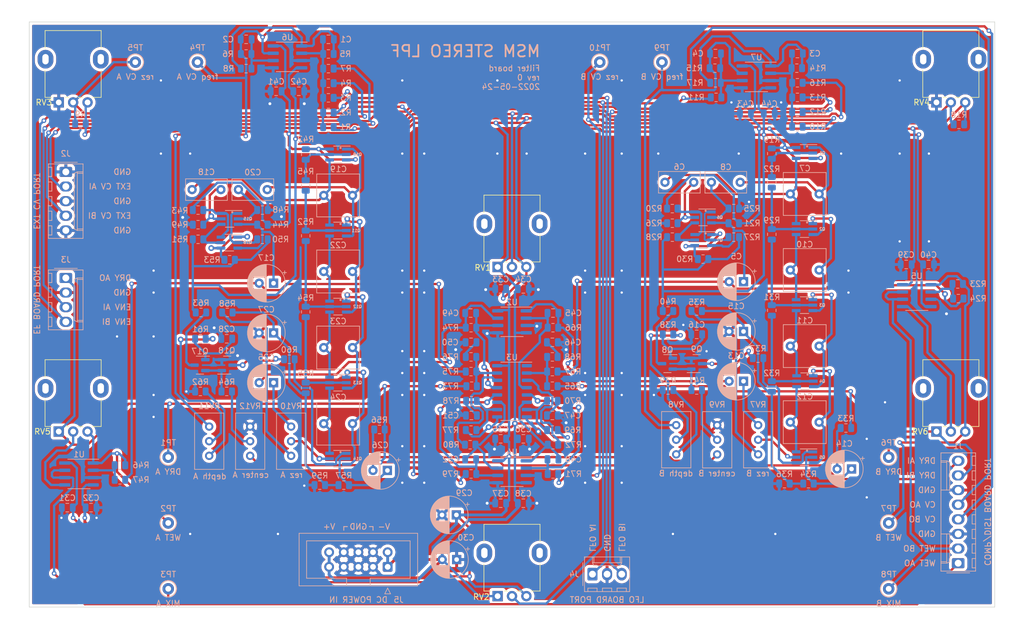
<source format=kicad_pcb>
(kicad_pcb (version 20211014) (generator pcbnew)
  (title_block (title "MSM Stereo LPF filter board") (date "2022-06-16") (rev "0") (comment 1 "creativecommons.org/licenses/by/4.0/") (comment 2 "License: CC by 4.0") (comment 3 "Drawn by: Jordan Aceto"))
  (layers (0 "F.Cu" signal) (31 "B.Cu" signal) (34 "B.Paste" user) (35 "F.Paste" user) (36 "B.SilkS" user "B.Silkscreen") (37 "F.SilkS" user "F.Silkscreen") (38 "B.Mask" user) (39 "F.Mask" user) (44 "Edge.Cuts" user))
  (net 0 "")
  (net 1 "Net-(C1-Pad1)")
  (net 2 "Net-(C1-Pad2)")
  (net 3 "Net-(C2-Pad1)")
  (net 4 "/CV_OUT_A")
  (net 5 "Net-(C3-Pad1)")
  (net 6 "Net-(C3-Pad2)")
  (net 7 "Net-(C4-Pad1)")
  (net 8 "/CV_OUT_B")
  (net 9 "Net-(C5-Pad1)")
  (net 10 "/lowpass_filter_B/feedback_VCA/WET_IN")
  (net 11 "Net-(C6-Pad1)")
  (net 12 "Net-(C6-Pad2)")
  (net 13 "Net-(C7-Pad1)")
  (net 14 "Net-(C8-Pad2)")
  (net 15 "GND")
  (net 16 "Net-(C10-Pad1)")
  (net 17 "Net-(C10-Pad2)")
  (net 18 "Net-(C11-Pad1)")
  (net 19 "Net-(C11-Pad2)")
  (net 20 "Net-(C12-Pad1)")
  (net 21 "Net-(C12-Pad2)")
  (net 22 "Net-(C13-Pad1)")
  (net 23 "/lowpass_filter_B/feedback_VCA/SIGNAL_OUT")
  (net 24 "Net-(C14-Pad1)")
  (net 25 "Net-(C14-Pad2)")
  (net 26 "Net-(C15-Pad1)")
  (net 27 "Net-(C16-Pad1)")
  (net 28 "Net-(C17-Pad1)")
  (net 29 "/lowpass_filter_A/feedback_VCA/WET_IN")
  (net 30 "Net-(C18-Pad1)")
  (net 31 "Net-(C18-Pad2)")
  (net 32 "Net-(C19-Pad1)")
  (net 33 "Net-(C20-Pad2)")
  (net 34 "Net-(C22-Pad1)")
  (net 35 "Net-(C22-Pad2)")
  (net 36 "Net-(C23-Pad1)")
  (net 37 "Net-(C23-Pad2)")
  (net 38 "Net-(C24-Pad1)")
  (net 39 "Net-(C24-Pad2)")
  (net 40 "Net-(C25-Pad1)")
  (net 41 "/lowpass_filter_A/feedback_VCA/SIGNAL_OUT")
  (net 42 "Net-(C26-Pad1)")
  (net 43 "Net-(C26-Pad2)")
  (net 44 "Net-(C27-Pad1)")
  (net 45 "Net-(C28-Pad1)")
  (net 46 "+15V")
  (net 47 "-15V")
  (net 48 "Net-(C45-Pad2)")
  (net 49 "Net-(C46-Pad1)")
  (net 50 "Net-(C47-Pad1)")
  (net 51 "Net-(C48-Pad1)")
  (net 52 "Net-(C48-Pad2)")
  (net 53 "Net-(C49-Pad2)")
  (net 54 "Net-(C50-Pad1)")
  (net 55 "Net-(C51-Pad1)")
  (net 56 "Net-(C52-Pad1)")
  (net 57 "Net-(C52-Pad2)")
  (net 58 "/IN_A")
  (net 59 "/IN_B")
  (net 60 "/OUT_B")
  (net 61 "/OUT_A")
  (net 62 "Net-(Q9-Pad3)")
  (net 63 "Net-(Q18-Pad3)")
  (net 64 "/LFO_A_IN")
  (net 65 "/ENV_A_IN")
  (net 66 "/EXT_CV_A_IN")
  (net 67 "/LFO_B_IN")
  (net 68 "Net-(Q8-Pad2)")
  (net 69 "Net-(Q8-Pad3)")
  (net 70 "Net-(Q3-Pad2)")
  (net 71 "Net-(Q17-Pad2)")
  (net 72 "Net-(Q17-Pad3)")
  (net 73 "/ENV_B_IN")
  (net 74 "/cv_generators/MANUAL_FREQ")
  (net 75 "/cv_generators/SEPARATION")
  (net 76 "/cv_generators/FEEDBACK_CV_OUT_A")
  (net 77 "/cv_generators/FEEDBACK_CV_OUT_B")
  (net 78 "Net-(Q1-Pad2)")
  (net 79 "Net-(Q2-Pad2)")
  (net 80 "Net-(Q12-Pad2)")
  (net 81 "Net-(R23-Pad1)")
  (net 82 "/lowpass_filter_B/LP_OUT")
  (net 83 "Net-(Q4-Pad2)")
  (net 84 "Net-(Q5-Pad1)")
  (net 85 "Net-(Q6-Pad1)")
  (net 86 "Net-(Q6-Pad4)")
  (net 87 "Net-(Q6-Pad6)")
  (net 88 "Net-(R35-Pad1)")
  (net 89 "Net-(Q7-Pad1)")
  (net 90 "Net-(R38-Pad1)")
  (net 91 "Net-(R39-Pad1)")
  (net 92 "Net-(R41-Pad1)")
  (net 93 "Net-(Q10-Pad2)")
  (net 94 "Net-(Q11-Pad2)")
  (net 95 "/EXT_CV_B_IN")
  (net 96 "Net-(R46-Pad1)")
  (net 97 "/lowpass_filter_A/LP_OUT")
  (net 98 "Net-(Q13-Pad2)")
  (net 99 "Net-(Q14-Pad1)")
  (net 100 "Net-(Q15-Pad1)")
  (net 101 "Net-(Q15-Pad4)")
  (net 102 "Net-(Q15-Pad6)")
  (net 103 "Net-(R58-Pad1)")
  (net 104 "Net-(Q16-Pad1)")
  (net 105 "Net-(R61-Pad1)")
  (net 106 "Net-(R62-Pad1)")
  (net 107 "Net-(R64-Pad1)")
  (net 108 "Net-(R65-Pad1)")
  (net 109 "Net-(R69-Pad1)")
  (net 110 "Net-(R72-Pad1)")
  (net 111 "Net-(R73-Pad1)")
  (net 112 "Net-(R77-Pad1)")
  (net 113 "Net-(R80-Pad1)")
  (net 114 "Net-(RV5-Pad2)")
  (net 115 "Net-(RV6-Pad2)")
  (net 116 "Net-(Q5-Pad5)")
  (net 117 "Net-(Q14-Pad5)")
  (footprint "Potentiometer_THT:Potentiometer_Alpha_RD901F-40-00D_Single_Vertical" (layer "F.Cu") (at 66.08 115.57 90)
    (fp_text reference "RV5")
    (fp_text value "100k")
  )
  (footprint "Potentiometer_THT:Potentiometer_Alpha_RD901F-40-00D_Single_Vertical" (layer "F.Cu") (at 66.08 58.42 90)
    (fp_text reference "RV3")
    (fp_text value "100k")
  )
  (footprint "Potentiometer_THT:Potentiometer_Alpha_RD901F-40-00D_Single_Vertical" (layer "F.Cu") (at 142.28 86.995 90)
    (fp_text reference "RV1")
    (fp_text value "100k")
  )
  (footprint "Potentiometer_THT:Potentiometer_Alpha_RD901F-40-00D_Single_Vertical" (layer "F.Cu") (at 142.28 144.145 90)
    (fp_text reference "RV2")
    (fp_text value "100k_C.D.")
  )
  (footprint "Potentiometer_THT:Potentiometer_Alpha_RD901F-40-00D_Single_Vertical" (layer "F.Cu") (at 218.48 58.42 90)
    (fp_text reference "RV4")
    (fp_text value "100k")
  )
  (footprint "Potentiometer_THT:Potentiometer_Alpha_RD901F-40-00D_Single_Vertical" (layer "F.Cu") (at 218.48 115.57 90)
    (fp_text reference "RV6")
    (fp_text value "100k")
  )
  (footprint "Capacitor_SMD:C_0805_2012Metric" (layer "B.Cu") (at 95.2481 99.4664 180)
    (fp_text reference "C28")
    (fp_text value "100p")
  )
  (footprint "custom_footprints:SOT457" (layer "B.Cu") (at 114.5521 80.6704 -90)
    (fp_text reference "Q11")
    (fp_text value "BCM847" hide)
  )
  (footprint "custom_footprints:SOT457" (layer "B.Cu") (at 177.9524 82.3195 -90)
    (fp_text reference "Q7")
    (fp_text value "BCM847" hide)
  )
  (footprint "Resistor_SMD:R_0805_2012Metric" (layer "B.Cu") (at 121.7676 115.2144 180)
    (fp_text reference "R56")
    (fp_text value "33k")
  )
  (footprint "Resistor_SMD:R_0805_2012Metric" (layer "B.Cu") (at 189.8904 94.535 -90)
    (fp_text reference "R31")
    (fp_text value "150")
  )
  (footprint "Capacitor_THT:C_Rect_L7.2mm_W7.2mm_P5.00mm_FKS2_FKP2_MKS2_MKP2" (layer "B.Cu") (at 198.1054 74.3185 180)
    (fp_text reference "C7")
    (fp_text value "22n 2.5%")
  )
  (footprint "Capacitor_SMD:C_0805_2012Metric" (layer "B.Cu") (at 213.2228 86.5632 180)
    (fp_text reference "C39")
    (fp_text value "100n")
  )
  (footprint "custom_footprints:SOT457" (layer "B.Cu") (at 95.7561 78.6384 -90)
    (fp_text reference "Q15")
    (fp_text value "BCM847" hide)
  )
  (footprint "Capacitor_THT:C_Rect_L7.0mm_W3.5mm_P5.00mm" (layer "B.Cu") (at 171.3414 72.2865)
    (fp_text reference "C6")
    (fp_text value "470n")
  )
  (footprint "Capacitor_SMD:C_0805_2012Metric" (layer "B.Cu") (at 151.7885 100.076)
    (fp_text reference "C46")
    (fp_text value "1n2")
  )
  (footprint "Resistor_SMD:R_0805_2012Metric" (layer "B.Cu") (at 176.8494 94.6385)
    (fp_text reference "R35")
    (fp_text value "330")
  )
  (footprint "Capacitor_SMD:C_0805_2012Metric" (layer "B.Cu") (at 112.903 47.4726)
    (fp_text reference "C1")
    (fp_text value "1n2")
  )
  (footprint "Resistor_SMD:R_0805_2012Metric" (layer "B.Cu") (at 95.2481 108.6104 180)
    (fp_text reference "R64")
    (fp_text value "100k")
  )
  (footprint "custom_footprints:SOT457" (layer "B.Cu") (at 195.5654 93.6225 -90)
    (fp_text reference "Q3")
    (fp_text value "BCM847" hide)
  )
  (footprint "Capacitor_SMD:C_0805_2012Metric" (layer "B.Cu") (at 107.757 56.4896 180)
    (fp_text reference "C42")
    (fp_text value "100n")
  )
  (footprint "Capacitor_THT:CP_Radial_D6.3mm_P2.50mm" (layer "B.Cu") (at 103.3761 98.4504 180)
    (fp_text reference "C27")
    (fp_text value "220u")
  )
  (footprint "Resistor_SMD:R_0805_2012Metric" (layer "B.Cu") (at 151.7885 105.156)
    (fp_text reference "R67")
    (fp_text value "33k")
  )
  (footprint "Resistor_SMD:R_0805_2012Metric" (layer "B.Cu") (at 189.8904 67.31 -90)
    (fp_text reference "R19")
    (fp_text value "220")
  )
  (footprint "Resistor_SMD:R_0805_2012Metric" (layer "B.Cu") (at 137.668 105.156 180)
    (fp_text reference "R75")
    (fp_text value "33k")
  )
  (footprint "Capacitor_SMD:C_0805_2012Metric" (layer "B.Cu") (at 142.814 90.805 180)
    (fp_text reference "C33")
    (fp_text value "100n")
  )
  (footprint "Capacitor_THT:C_Rect_L7.0mm_W3.5mm_P5.00mm" (layer "B.Cu") (at 184.404 72.2884 180)
    (fp_text reference "C8")
    (fp_text value "470n")
  )
  (footprint "Resistor_SMD:R_0805_2012Metric" (layer "B.Cu") (at 151.892 122.936)
    (fp_text reference "R71")
    (fp_text value "680k")
  )
  (footprint "Package_TO_SOT_SMD:SOT-23" (layer "B.Cu") (at 90.5976 104.0384 180)
    (fp_text reference "Q17")
    (fp_text value "MMBT3906")
  )
  (footprint "Potentiometer_THT:Potentiometer_Bourns_3296W_Vertical" (layer "B.Cu") (at 106.4241 119.7864 -90)
    (fp_text reference "RV10")
    (fp_text value "10k")
  )
  (footprint "Capacitor_SMD:C_0805_2012Metric" (layer "B.Cu") (at 151.892 120.396 180)
    (fp_text reference "C48")
    (fp_text value "100p")
  )
  (footprint "Connector_Molex:Molex_KK-254_AE-6410-04A_1x04_P2.54mm_Vertical" (layer "B.Cu") (at 67.31 88.9 -90)
    (fp_text reference "J3")
    (fp_text value "env_board_port")
  )
  (footprint "TestPoint:TestPoint_Keystone_5000-5004_Miniature" (layer "B.Cu") (at 90.17 51.435 180)
    (fp_text reference "TP4")
    (fp_text value "freq_CV_A")
  )
  (footprint "Resistor_SMD:R_0805_2012Metric" (layer "B.Cu") (at 137.5175 117.856)
    (fp_text reference "R80")
    (fp_text value "4k7")
  )
  (footprint "Resistor_SMD:R_0805_2012Metric" (layer "B.Cu") (at 101.4476 77.1144)
    (fp_text reference "R48")
    (fp_text value "47k")
  )
  (footprint "Capacitor_SMD:C_0805_2012Metric" (layer "B.Cu") (at 146.746 128.016 180)
    (fp_text reference "C38")
    (fp_text value "100n")
  )
  (footprint "Resistor_SMD:R_0805_2012Metric" (layer "B.Cu") (at 90.6761 108.6104 180)
    (fp_text reference "R62")
    (fp_text value "220")
  )
  (footprint "Capacitor_SMD:C_0805_2012Metric" (layer "B.Cu") (at 71.689 128.778 180)
    (fp_text reference "C32")
    (fp_text value "100n")
  )
  (footprint "custom_footprints:SOT457" (layer "B.Cu") (at 114.5521 120.2944 -90)
    (fp_text reference "Q14")
    (fp_text value "BCM847" hide)
  )
  (footprint "Resistor_SMD:R_0805_2012Metric" (layer "B.Cu") (at 172.6184 81.8115 180)
    (fp_text reference "R28")
    (fp_text value "270k")
  )
  (footprint "Resistor_SMD:R_0805_2012Metric" (layer "B.Cu") (at 151.892 117.856 180)
    (fp_text reference "R72")
    (fp_text value "4k7")
  )
  (footprint "Package_SO:SO-16_3.9x9.9mm_P1.27mm" (layer "B.Cu") (at 144.78 108.585 180)
    (fp_text reference "U3")
    (fp_text value "SSI2164")
  )
  (footprint "Potentiometer_THT:Potentiometer_Bourns_3296W_Vertical" (layer "B.Cu") (at 180.4054 119.5405 -90)
    (fp_text reference "RV9")
    (fp_text value "10k")
  )
  (footprint "Resistor_SMD:R_0805_2012Metric" (layer "B.Cu") (at 183.2864 76.8585)
    (fp_text reference "R25")
    (fp_text value "47k")
  )
  (footprint "TestPoint:TestPoint_Keystone_5000-5004_Miniature" (layer "B.Cu") (at 170.815 51.435 180)
    (fp_text reference "TP9")
    (fp_text value "freq_CV_B")
  )
  (footprint "Package_SO:SOIC-8_3.9x4.9mm_P1.27mm" (layer "B.Cu") (at 144.78 122.555 180)
    (fp_text reference "U4")
    (fp_text value "TL072")
  )
  (footprint "Resistor_SMD:R_0805_2012Metric" (layer "B.Cu") (at 183.2864 79.3985 180)
    (fp_text reference "R21")
    (fp_text value "1k2")
  )
  (footprint "custom_footprints:SOT457" (layer "B.Cu") (at 114.5521 107.0864 -90)
    (fp_text reference "Q13")
    (fp_text value "BCM847" hide)
  )
  (footprint "Capacitor_SMD:C_0805_2012Metric" (layer "B.Cu") (at 176.8494 98.7025 180)
    (fp_text reference "C16")
    (fp_text value "100p")
  )
  (footprint "Potentiometer_THT:Potentiometer_Bourns_3296W_Vertical" (layer "B.Cu") (at 173.2934 119.5305 -90)
    (fp_text reference "RV8")
    (fp_text value "10k")
  )
  (footprint "custom_footprints:SOT457" (layer "B.Cu") (at 195.6454 106.8305 -90)
    (fp_text reference "Q4")
    (fp_text value "BCM847" hide)
  )
  (footprint "Resistor_SMD:R_0805_2012Metric" (layer "B.Cu") (at 98.618 50.0126 180)
    (fp_text reference "R6")
    (fp_text value "3k9")
  )
  (footprint "Package_SO:SOIC-8_3.9x4.9mm_P1.27mm" (layer "B.Cu") (at 105.791 50.5206 180)
    (fp_text reference "U6")
    (fp_text value "TL072")
  )
  (footprint "Resistor_SMD:R_0805_2012Metric" (layer "B.Cu") (at 115.5681 124.8664 180)
    (fp_text reference "R57")
    (fp_text value "470")
  )
  (footprint "Resistor_SMD:R_0805_2012Metric" (layer "B.Cu") (at 189.8904 72.2865 -90)
    (fp_text reference "R22")
    (fp_text value "150")
  )
  (footprint "Resistor_SMD:R_0805_2012Metric" (layer "B.Cu") (at 189.8904 81.327 -90)
    (fp_text reference "R29")
    (fp_text value "150")
  )
  (footprint "Capacitor_THT:C_Rect_L7.2mm_W7.2mm_P5.00mm_FKS2_FKP2_MKS2_MKP2" (layer "B.Cu") (at 193.1054 87.5265)
    (fp_text reference "C10")
    (fp_text value "22n 2.5%")
  )
  (footprint "Capacitor_SMD:C_0805_2012Metric" (layer "B.Cu") (at 151.7885 112.776)
    (fp_text reference "C47")
    (fp_text value "1n2")
  )
  (footprint "TestPoint:TestPoint_Keystone_5000-5004_Miniature" (layer "B.Cu") (at 210.185 142.875 180)
    (fp_text reference "TP8")
    (fp_text value "mix_B")
  )
  (footprint "Resistor_SMD:R_0805_2012Metric" (layer "B.Cu") (at 187.5009 102.8192 180)
    (fp_text reference "R37")
    (fp_text value "680")
  )
  (footprint "Resistor_SMD:R_0805_2012Metric" (layer "B.Cu") (at 151.7885 107.696)
    (fp_text reference "R65")
    (fp_text value "33k")
  )
  (footprint "Resistor_SMD:R_0805_2012Metric" (layer "B.Cu") (at 112.903 55.0926 180)
    (fp_text reference "R4")
    (fp_text value "100k")
  )
  (footprint "Capacitor_SMD:C_0805_2012Metric" (layer "B.Cu") (at 67.564 128.778 180)
    (fp_text reference "C31")
    (fp_text value "100n")
  )
  (footprint "Capacitor_SMD:C_0805_2012Metric" (layer "B.Cu") (at 146.746 90.805 180)
    (fp_text reference "C34")
    (fp_text value "100n")
  )
  (footprint "Resistor_SMD:R_0805_2012Metric" (layer "B.Cu") (at 151.7885 102.616)
    (fp_text reference "R68")
    (fp_text value "220")
  )
  (footprint "custom_footprints:SOT457" (layer "B.Cu") (at 114.5521 67.4624 -90)
    (fp_text reference "Q10")
    (fp_text value "BCM847" hide)
  )
  (footprint "TestPoint:TestPoint_Keystone_5000-5004_Miniature" (layer "B.Cu") (at 160.02 51.435 180)
    (fp_text reference "TP10")
    (fp_text value "fb_CV_B")
  )
  (footprint "Resistor_SMD:R_0805_2012Metric" (layer "B.Cu") (at 222.3789 62.23 180)
    (fp_text reference "R18")
    (fp_text value "Rt")
  )
  (footprint "Resistor_SMD:R_0805_2012Metric" (layer "B.Cu") (at 95.3516 94.8944)
    (fp_text reference "R58")
    (fp_text value "330")
  )
  (footprint "Resistor_SMD:R_0805_2012Metric" (layer "B.Cu") (at 76.708 121.412)
    (fp_text reference "R46")
    (fp_text value "100k")
  )
  (footprint "Resistor_SMD:R_0805_2012Metric" (layer "B.Cu") (at 108.9641 72.8434 -90)
    (fp_text reference "R45")
    (fp_text value "150")
  )
  (footprint "Resistor_SMD:R_0805_2012Metric" (layer "B.Cu") (at 151.7885 115.316)
    (fp_text reference "R69")
    (fp_text value "330k")
  )
  (footprint "Resistor_SMD:R_0805_2012Metric" (layer "B.Cu") (at 196.2569 124.6105 180)
    (fp_text reference "R34")
    (fp_text value "470")
  )
  (footprint "Capacitor_SMD:C_0805_2012Metric" (layer "B.Cu") (at 180.1114 49.9345 180)
    (fp_text reference "C4")
    (fp_text value "1n2")
  )
  (footprint "Resistor_SMD:R_0805_2012Metric" (layer "B.Cu") (at 171.8729 108.3545 180)
    (fp_text reference "R39")
    (fp_text value "220")
  )
  (footprint "Package_TO_SOT_SMD:SOT-23" (layer "B.Cu") (at 176.8494 103.7825)
    (fp_text reference "Q9")
    (fp_text value "MMBT3904")
  )
  (footprint "Capacitor_SMD:C_0805_2012Metric" (layer "B.Cu") (at 137.602 120.396)
    (fp_text reference "C52")
    (fp_text value "100p")
  )
  (footprint "Resistor_SMD:R_0805_2012Metric" (layer "B.Cu") (at 111.4006 124.8664 180)
    (fp_text reference "R59")
    (fp_text value "220")
  )
  (footprint "Resistor_SMD:R_0805_2012Metric" (layer "B.Cu") (at 151.892 97.536 180)
    (fp_text reference "R66")
    (fp_text value "33k")
  )
  (footprint "Capacitor_SMD:C_0805_2012Metric" (layer "B.Cu") (at 185.3194 60.3485 180)
    (fp_text reference "C43")
    (fp_text value "100n")
  )
  (footprint "Capacitor_THT:C_Rect_L7.0mm_W3.5mm_P5.00mm" (layer "B.Cu") (at 89.2321 73.5584)
    (fp_text reference "C18")
    (fp_text value "470n")
  )
  (footprint "Connector_Molex:Molex_KK-254_AE-6410-08A_1x08_P2.54mm_Vertical" (layer "B.Cu") (at 222.25 138.43 90)
    (fp_text reference "J1")
    (fp_text value "comp_dist_board_port")
  )
  (footprint "Resistor_SMD:R_0805_2012Metric" (layer "B.Cu") (at 189.8904 107.743 -90)
    (fp_text reference "R32")
    (fp_text value "150")
  )
  (footprint "Capacitor_THT:C_Rect_L7.2mm_W7.2mm_P5.00mm_FKS2_FKP2_MKS2_MKP2" (layer "B.Cu") (at 112.0921 87.7824)
    (fp_text reference "C22")
    (fp_text value "22n 2.5%")
  )
  (footprint "Package_SO:SOIC-8_3.9x4.9mm_P1.27mm" (layer "B.Cu") (at 215.0599 91.9734 180)
    (fp_text reference "U5")
    (fp_text value "TL072")
  )
  (footprint "Capacitor_SMD:C_0805_2012Metric" (layer "B.Cu") (at 142.814 128.016 180)
    (fp_text reference "C37")
    (fp_text value "100n")
  )
  (footprint "Resistor_SMD:R_0805_2012Metric" (layer "B.Cu") (at 112.903 60.1726 180)
    (fp_text reference "R2")
    (fp_text value "680k")
  )
  (footprint "Resistor_SMD:R_0805_2012Metric" (layer "B.Cu") (at 69.85 62.103 180)
    (fp_text reference "R9")
    (fp_text value "Rt")
  )
  (footprint "Resistor_SMD:R_0805_2012Metric" (layer "B.Cu") (at 137.734 110.236 180)
    (fp_text reference "R78")
    (fp_text value "220")
  )
  (footprint "Resistor_SMD:R_0805_2012Metric" (layer "B.Cu") (at 112.903 57.6326 180)
    (fp_text reference "R3")
    (fp_text value "100k")
  )
  (footprint "Resistor_SMD:R_0805_2012Metric" (layer "B.Cu") (at 108.9641 94.7909 -90)
    (fp_text reference "R54")
    (fp_text value "150")
  )
  (footprint "TestPoint:TestPoint_Keystone_5000-5004_Miniature" (layer "B.Cu") (at 85.09 131.445 180)
    (fp_text reference "TP2")
    (fp_text value "wet_A")
  )
  (footprint "Capacitor_SMD:C_0805_2012Metric" (layer "B.Cu") (at 142.814 116.84 180)
    (fp_text reference "C35")
    (fp_text value "100n")
  )
  (footprint "Resistor_SMD:R_0805_2012Metric" (layer "B.Cu") (at 98.618 52.5526)
    (fp_text reference "R8")
    (fp_text value "100k")
  )
  (footprint "Resistor_SMD:R_0805_2012Metric" (layer "B.Cu") (at 112.903 52.5526 180)
    (fp_text reference "R7")
    (fp_text value "100k")
  )
  (footprint "Resistor_SMD:R_0805_2012Metric" (layer "B.Cu") (at 112.903 62.7126 180)
    (fp_text reference "R1")
    (fp_text value "330k")
  )
  (footprint "TestPoint:TestPoint_Keystone_5000-5004_Miniature" (layer "B.Cu") (at 79.375 51.435 180)
    (fp_text reference "TP5")
    (fp_text value "fb_CV_A")
  )
  (footprint "TestPoint:TestPoint_Keystone_5000-5004_Miniature" (layer "B.Cu") (at 210.185 120.015 180)
    (fp_text reference "TP6")
    (fp_text value "dry_B")
  )
  (footprint "Resistor_SMD:R_0805_2012Metric" (layer "B.Cu") (at 194.3354 55.0145 180)
    (fp_text reference "R16")
    (fp_text value "100k")
  )
  (footprint "Capacitor_SMD:C_0805_2012Metric" (layer "B.Cu") (at 137.602 94.996)
    (fp_text reference "C49")
    (fp_text value "100p")
  )
  (footprint "Connector_IDC:IDC-Header_2x05_P2.54mm_Vertical" (layer "B.Cu") (at 123.19 139.065 90)
    (fp_text reference "J5")
    (fp_text value "power_entry")
  )
  (footprint "custom_footprints:SOT457" (layer "B.Cu") (at 195.5654 120.0385 -90)
    (fp_text reference "Q5")
    (fp_text value "BCM847" hide)
  )
  (footprint "Resistor_SMD:R_0805_2012Metric" (layer "B.Cu") (at 108.9641 67.4624 -90)
    (fp_text reference "R42")
    (fp_text value "220")
  )
  (footprint "Resistor_SMD:R_0805_2012Metric" (layer "B.Cu") (at 172.6184 79.3985 180)
    (fp_text reference "R26")
    (fp_text value "47k")
  )
  (footprint "Resistor_SMD:R_0805_2012Metric" (layer "B.Cu") (at 137.668 122.936 180)
    (fp_text reference "R79")
    (fp_text value "680k")
  )
  (footprint "Resistor_SMD:R_0805_2012Metric" (layer "B.Cu") (at 101.4476 79.6544 180)
    (fp_text reference "R44")
    (fp_text value "1k2")
  )
  (footprint "Capacitor_THT:CP_Radial_D6.3mm_P2.50mm" (layer "B.Cu") (at 184.9774 98.1945 180)
    (fp_text reference "C15")
    (fp_text value "220u")
  )
  (footprint "Resistor_SMD:R_0805_2012Metric" (layer "B.Cu") (at 106.1231 103.0224 180)
    (fp_text reference "R60")
    (fp_text value "680")
  )
  (footprint "Package_SO:SOIC-8_3.9x4.9mm_P1.27mm" (layer "B.Cu") (at 187.2234 53.9985 180)
    (fp_text reference "U7")
    (fp_text value "TL072")
  )
  (footprint "custom_footprints:SOT457" (layer "B.Cu") (at 195.5654 67.2065 -90)
    (fp_text reference "Q1")
    (fp_text value "BCM847" hide)
  )
  (footprint "Resistor_SMD:R_0805_2012Metric" (layer "B.Cu") (at 171.8729 94.6385 180)
    (fp_text reference "R40")
    (fp_text value "470")
  )
  (footprint "Resistor_SMD:R_0805_2012Metric" (layer "B.Cu") (at 137.668 115.316 180)
    (fp_text reference "R77")
    (fp_text value "330k")
  )
  (footprint "Capacitor_THT:C_Rect_L7.2mm_W7.2mm_P5.00mm_FKS2_FKP2_MKS2_MKP2" (layer "B.Cu") (at 193.1054 113.9425)
    (fp_text reference "C12")
    (fp_text value "22n 2.5%")
  )
  (footprint "Capacitor_THT:CP_Radial_D6.3mm_P2.50mm" (layer "B.Cu") (at 184.9774 106.8305 180)
    (fp_text reference "C13")
    (fp_text value "10u")
  )
  (footprint "Resistor_SMD:R_0805_2012Metric" (layer "B.Cu") (at 194.2319 52.4745)
    (fp_text reference "R14")
    (fp_text value "100k")
  )
  (footprint "Resistor_SMD:R_0805_2012Metric" (layer "B.Cu") (at 222.1719 89.9414)
    (fp_text reference "R23")
    (fp_text value "100k")
  )
  (footprint "Capacitor_THT:CP_Radial_D6.3mm_P2.50mm" (layer "B.Cu") (at 103.3761 107.0864 180)
    (fp_text reference "C25")
    (fp_text value "10u")
  )
  (footprint "Resistor_SMD:R_0805_2012Metric" (layer "B.Cu") (at 177.9524 85.6215)
    (fp_text reference "R30")
    (fp_text value "1k2")
  )
  (footprint "Resistor_SMD:R_0805_2012Metric" (layer "B.Cu") (at 180.2149 57.5545)
    (fp_text reference "R11")
    (fp_text value "680k")
  )
  (footprint "Resistor_SMD:R_0805_2012Metric" (layer "B.Cu") (at 112.903 50.0126)
    (fp_text reference "R5")
    (fp_text value "100k")
  )
  (footprint "Capacitor_THT:CP_Radial_D6.3mm_P2.50mm" (layer "B.Cu") (at 184.9774 89.5585 180)
    (fp_text reference "C5")
    (fp_text value "10u")
  )
  (footprint "custom_footprints:SOT457" (layer "B.Cu") (at 114.5521 93.8784 -90)
    (fp_text reference "Q12")
    (fp_text value "BCM847" hide)
  )
  (footprint "Package_TO_SOT_SMD:SOT-23" (layer "B.Cu") (at 171.7694 103.7825 180)
    (fp_text reference "Q8")
    (fp_text value "MMBT3906")
  )
  (footprint "Resistor_SMD:R_0805_2012Metric" (layer "B.Cu") (at 194.3354 60.0945 180)
    (fp_text reference "R12")
    (fp_text value "100k")
  )
  (footprint "Capacitor_SMD:C_0805_2012Metric" (layer "B.Cu") (at 137.734 112.776 180)
    (fp_text reference "C51")
    (fp_text value "1n2")
  )
  (footprint "Capacitor_SMD:C_0805_2012Metric" (layer "B.Cu") (at 151.892 94.996 180)
    (fp_text reference "C45")
    (fp_text value "100p")
  )
  (footprint "custom_footprints:SOT457" (layer "B.Cu") (at 195.5654 80.4145 -90)
    (fp_text reference "Q2")
    (fp_text value "BCM847" hide)
  )
  (footprint "Package_SO:SOIC-8_3.9x4.9mm_P1.27mm" (layer "B.Cu") (at 144.78 96.52 180)
    (fp_text reference "U2")
    (fp_text value "TL072")
  )
  (footprint "Capacitor_SMD:C_0805_2012Metric" (layer "B.Cu") (at 194.3354 49.9345)
    (fp_text reference "C3")
    (fp_text value "1n2")
  )
  (footprint "Resistor_SMD:R_0805_2012Metric" (layer "B.Cu") (at 90.2716 77.1144)
    (fp_text reference "R43")
    (fp_text value "1k2")
  )
  (footprint "Capacitor_THT:CP_Radial_D6.3mm_P2.50mm" (layer "B.Cu") (at 135.16738 137.795 180)
    (fp_text reference "C30")
    (fp_text value "10u")
  )
  (footprint "Resistor_SMD:R_0805_2012Metric" (layer "B.Cu") (at 137.668 97.536)
    (fp_text reference "R74")
    (fp_text value "33k")
  )
  (footprint "Capacitor_THT:C_Rect_L7.2mm_W7.2mm_P5.00mm_FKS2_FKP2_MKS2_MKP2" (layer "B.Cu") (at 198.1054 100.7345 180)
    (fp_text reference "C11")
    (fp_text value "22n 2.5%")
  )
  (footprint "Resistor_SMD:R_0805_2012Metric" (layer "B.Cu") (at 176.8494 108.3545 180)
    (fp_text reference "R41")
    (fp_text value "100k")
  )
  (footprint "Potentiometer_THT:Potentiometer_Bourns_3296W_Vertical" (layer "B.Cu") (at 99.3121 119.7864 -90)
    (fp_text reference "RV12")
    (fp_text value "10k")
  )
  (footprint "Resistor_SMD:R_0805_2012Metric" (layer "B.Cu") (at 194.3354 57.5545 180)
    (fp_text reference "R13")
    (fp_text value "100k")
  )
  (footprint "Resistor_SMD:R_0805_2012Metric" (layer "B.Cu") (at 95.7561 85.7504)
    (fp_text reference "R53")
    (fp_text value "1k2")
  )
  (footprint "Resistor_SMD:R_0805_2012Metric" (layer "B.Cu") (at 151.7885 110.236)
    (fp_text reference "R70")
    (fp_text value "220")
  )
  (footprint "Capacitor_THT:C_Rect_L7.2mm_W7.2mm_P5.00mm_FKS2_FKP2_MKS2_MKP2" (layer "B.Cu") (at 112.0921 114.1984)
    (fp_text reference "C24")
    (fp_text value "22n 2.5%")
  )
  (footprint "Resistor_SMD:R_0805_2012Metric" (layer "B.Cu") (at 90.7796 94.8944 180)
    (fp_text reference "R63")
    (fp_text value "470")
  )
  (footprint "Resistor_SMD:R_0805_2012Metric" (layer "B.Cu") (at 108.9641 107.9989 -90)
    (fp_text reference "R55")
    (fp_text value "150")
  )
  (footprint "Package_SO:SOIC-8_3.9x4.9mm_P1.27mm" (layer "B.Cu") (at 69.596 122.936 180)
    (fp_text reference "U1")
    (fp_text value "TL072")
  )
  (footprint "Resistor_SMD:R_0805_2012Metric" (layer "B.Cu") (at 171.8729 98.7025 180)
    (fp_text reference "R38")
    (fp_text value "100k")
  )
  (footprint "Capacitor_THT:CP_Radial_D6.3mm_P2.50mm" (layer "B.Cu") (at 203.7334 122.0705 180)
    (fp_text reference "C14")
    (fp_text value "10u")
  )
  (footprint "Capacitor_SMD:C_0805_2012Metric" (layer "B.Cu") (at 189.4444 60.3485 180)
    (fp_text reference "C44")
    (fp_text value "100n")
  )
  (footprint "Resistor_SMD:R_0805_2012Metric" (layer "B.Cu") (at 180.0079 52.4745 180)
    (fp_text reference "R15")
    (fp_text value "3k9")
  )
  (footprint "Resistor_SMD:R_0805_2012Metric" (layer "B.Cu") (at 180.1114 55.0145)
    (fp_text reference "R17")
    (fp_text value "100k")
  )
  (footprint "Resistor_SMD:R_0805_2012Metric" (layer "B.Cu") (at 137.7715 107.696 180)
    (fp_text reference "R73")
    (fp_text value "33k")
  )
  (footprint "Capacitor_SMD:C_0805_2012Metric" (layer "B.Cu") (at 217.104 86.5632 180)
    (fp_text reference "C40")
    (fp_text value "100n")
  )
  (footprint "Resistor_SMD:R_0805_2012Metric" (layer "B.Cu") (at 90.2716 79.6544 180)
    (fp_text reference "R49")
    (fp_text value "47k")
  )
  (footprint "Capacitor_THT:C_Rect_L7.2mm_W7.2mm_P5.00mm_FKS2_FKP2_MKS2_MKP2" (layer "B.Cu") (at 117.0921 100.9904 180)
    (fp_text reference "C23")
    (fp_text value "22n 2.5%")
  )
  (footprint "Potentiometer_THT:Potentiometer_Bourns_3296W_Vertical" (layer "B.Cu") (at 92.2001 119.7864 -90)
    (fp_text reference "RV11")
    (fp_text value "10k")
  )
  (footprint "TestPoint:TestPoint_Keystone_5000-5004_Miniature" (layer "B.Cu") (at 85.09 120.015 180)
    (fp_text reference "TP1")
    (fp_text value "dry_A")
  )
  (footprint "Potentiometer_THT:Potentiometer_Bourns_3296W_Vertical" (layer "B.Cu") (at 187.5174 119.5305 -90)
    (fp_text reference "RV7")
    (fp_text value "10k")
  )
  (footprint "Resistor_SMD:R_0805_2012Metric" (layer "B.Cu") (at 101.4476 82.1944)
    (fp_text reference "R50")
    (fp_text value "270k")
  )
  (footprint "Connector_Molex:Molex_KK-254_AE-6410-03A_1x03_P2.54mm_Vertical" (layer "B.Cu") (at 158.75 140.335)
    (fp_text reference "J4")
    (fp_text value "lfo_board_port")
  )
  (footprint "Capacitor_SMD:C_0805_2012Metric" (layer "B.Cu") (at 103.825 56.4896 180)
    (fp_text reference "C41")
    (fp_text value "100n")
  )
  (footprint "Capacitor_SMD:C_0805_2012Metric" (layer "B.Cu") (at 146.746 116.84 180)
    (fp_text reference "C36")
    (fp_text value "100n")
  )
  (footprint "Capacitor_SMD:C_0805_2012Metric" (layer "B.Cu") (at 137.668 100.076 180)
    (fp_text reference "C50")
    (fp_text value "1n2")
  )
  (footprint "Capacitor_THT:CP_Radial_D6.3mm_P2.50mm" (layer "B.Cu") (at 123.1481 122.3264 180)
    (fp_text reference "C26")
    (fp_text value "10u")
  )
  (footprint "TestPoint:TestPoint_Keystone_5000-5004_Miniature" (layer "B.Cu") (at 210.185 131.445 180)
    (fp_text reference "TP7")
    (fp_text value "wet_B")
  )
  (footprint "Resistor_SMD:R_0805_2012Metric" (layer "B.Cu") (at 192.0894 124.6105 180)
    (fp_text reference "R36")
    (fp_text value "220")
  )
  (footprint "Resistor_SMD:R_0805_2012Metric" (layer "B.Cu") (at 108.9641 81.5829 -90)
    (fp_text reference "R52")
    (fp_text value "150")
  )
  (footprint "Resistor_SMD:R_0805_2012Metric" (layer "B.Cu") (at 183.2864 81.8115)
    (fp_text reference "R27")
    (fp_text value "270k")
  )
  (footprint "Resistor_SMD:R_0805_2012Metric" (layer "B.Cu") (at 194.3354 62.6345 180)
    (fp_text reference "R10")
    (fp_text value "330k")
  )
  (footprint "custom_footprints:SOT457" (layer "B.Cu") (at 177.9524 78.3825 -90)
    (fp_text reference "Q6")
    (fp_text value "BCM847" hide)
  )
  (footprint "Resistor_SMD:R_0805_2012Metric" (layer "B.Cu") (at 90.2716 82.1944 180)
    (fp_text reference "R51")
    (fp_text value "270k")
  )
  (footprint "Capacitor_THT:CP_Radial_D6.3mm_P2.50mm" (layer "B.Cu") (at 135.128 130.048 180)
    (fp_text reference "C29")
    (fp_text value "10u")
  )
  (footprint "Resistor_SMD:R_0805_2012Metric" (layer "B.Cu") (at 90.6761 99.4664 180)
    (fp_text reference "R61")
    (fp_text value "100k")
  )
  (footprint "Capacitor_SMD:C_0805_2012Metric" (layer "B.Cu") (at 98.618 47.4726 180)
    (fp_text reference "C2")
    (fp_text value "1n2")
  )
  (footprint "TestPoint:TestPoint_Keystone_5000-5004_Miniature" (layer "B.Cu") (at 85.09 142.875 180)
    (fp_text reference "TP3")
    (fp_text value "mix_A")
  )
  (footprint "Resistor_SMD:R_0805_2012Metric" (layer "B.Cu") (at 222.2754 92.4814)
    (fp_text reference "R24")
    (fp_text value "100k")
  )
  (footprint "Connector_Molex:Molex_KK-254_AE-6410-05A_1x05_P2.54mm_Vertical" (layer "B.Cu") (at 67.31 70.485 -90)
    (fp_text reference "J2")
    (fp_text value "ext_cv_port")
  )
  (footprint "Resistor_SMD:R_0805_2012Metric" (layer "B.Cu") (at 137.668 102.616 180)
    (fp_text reference "R76")
    (fp_text value "220")
  )
  (footprint "Resistor_SMD:R_0805_2012Metric" (layer "B.Cu") (at 76.708 123.952)
    (fp_text reference "R47")
    (fp_text value "100k")
  )
  (footprint "custom_footprints:SOT457" (layer "B.Cu") (at 95.7031 82.7684 -90)
    (fp_text reference "Q16")
    (fp_text value "BCM847" hide)
  )
  (footprint "Capacitor_THT:C_Rect_L7.2mm_W7.2mm_P5.00mm_FKS2_FKP2_MKS2_MKP2" (layer "B.Cu") (at 117.0921 74.5744 180)
    (fp_text reference "C19")
    (fp_text value "22n 2.5%")
  )
  (footprint "Package_TO_SOT_SMD:SOT-23" (layer "B.Cu") (at 95.3266 104.0384)
    (fp_text reference "Q18")
    (fp_text value "MMBT3904")
  )
  (footprint "Capacitor_THT:C_Rect_L7.0mm_W3.5mm_P5.00mm" (layer "B.Cu") (at 102.2801 73.5584 180)
    (fp_text reference "C20")
    (fp_text value "470n")
  )
  (footprint "Capacitor_THT:CP_Radial_D6.3mm_P2.50mm" (layer "B.Cu") (at 103.3761 89.8144 180)
    (fp_text reference "C17")
    (fp_text value "10u")
  )
  (footprint "Resistor_SMD:R_0805_2012Metric" (layer "B.Cu") (at 202.7574 114.9585 180)
    (fp_text reference "R33")
    (fp_text value "33k")
  )
  (footprint "Resistor_SMD:R_0805_2012Metric" (layer "B.Cu") (at 172.6184 76.8585)
    (fp_text reference "R20")
    (fp_text value "1k2")
  )
  (gr_line (start 120.65 132.08) (end 120.65 132.715) (layer "B.SilkS") (width 0.15))
  (gr_line (start 116.205 132.08) (end 115.57 132.08) (layer "B.SilkS") (width 0.15))
  (gr_line (start 120.015 132.08) (end 120.65 132.08) (layer "B.SilkS") (width 0.15))
  (gr_line (start 115.57 132.08) (end 115.57 132.715) (layer "B.SilkS") (width 0.15))
  (gr_line (start 60.96 146.05) (end 60.96 44.45) (layer "Edge.Cuts") (width 0.1))
  (gr_line (start 228.6 146.05) (end 60.96 146.05) (layer "Edge.Cuts") (width 0.1))
  (gr_line (start 60.96 44.45) (end 228.6 44.45) (layer "Edge.Cuts") (width 0.1))
  (gr_line (start 228.6 44.45) (end 228.6 146.05) (layer "Edge.Cuts") (width 0.1))
  (gr_text "V+" (at 113.03 132.08) (layer "B.SilkS") (effects (font (size 1 1)) (justify mirror)))
  (gr_text "freq CV B" (at 170.815 53.975) (layer "B.SilkS") (effects (font (size 1 1)) (justify mirror)))
  (gr_text "GND" (at 161.29 136.525 270) (layer "B.SilkS") (effects (font (size 1 1)) (justify left mirror)))
  (gr_text "DRY AI" (at 218.44 120.65) (layer "B.SilkS") (effects (font (size 1 1)) (justify left mirror)))
  (gr_text "GND" (at 78.74 75.565) (layer "B.SilkS") (effects (font (size 1 1)) (justify left mirror)))
  (gr_text "DRY AO" (at 78.74 88.9) (layer "B.SilkS") (effects (font (size 1 1)) (justify left mirror)))
  (gr_text "depth A" (at 92.3036 123.3424) (layer "B.SilkS") (effects (font (size 1 1)) (justify mirror)))
  (gr_text "EXT CV BI" (at 78.74 78.105) (layer "B.SilkS") (effects (font (size 1 1)) (justify left mirror)))
  (gr_text "EXT CV PORT" (at 62.23 75.565 270) (layer "B.SilkS") (effects (font (size 1 1)) (justify mirror)))
  (gr_text "EF BOARD PORT" (at 62.23 92.71 270) (layer "B.SilkS") (effects (font (size 1 1)) (justify mirror)))
  (gr_text "ENV AI" (at 78.74 93.98) (layer "B.SilkS") (effects (font (size 1 1)) (justify left mirror)))
  (gr_text "LFO BOARD PORT" (at 161.29 144.78) (layer "B.SilkS") (effects (font (size 1 1)) (justify mirror)))
  (gr_text "depth B" (at 173.2534 122.8325) (layer "B.SilkS") (effects (font (size 1 1)) (justify mirror)))
  (gr_text "center A" (at 99.4156 123.0884) (layer "B.SilkS") (effects (font (size 1 1)) (justify mirror)))
  (gr_text "GND" (at 218.44 125.73) (layer "B.SilkS") (effects (font (size 1 1)) (justify left mirror)))
  (gr_text "WET A" (at 85.09 133.985) (layer "B.SilkS") (effects (font (size 1 1)) (justify mirror)))
  (gr_text "center B" (at 180.3654 122.8325) (layer "B.SilkS") (effects (font (size 1 1)) (justify mirror)))
  (gr_text "LFO BI" (at 163.83 136.525 270) (layer "B.SilkS") (effects (font (size 1 1)) (justify left mirror)))
  (gr_text "CV BO" (at 218.44 130.81) (layer "B.SilkS") (effects (font (size 1 1)) (justify left mirror)))
  (gr_text "DC POWER IN" (at 118.11 144.78) (layer "B.SilkS") (effects (font (size 1 1)) (justify mirror)))
  (gr_text "GND" (at 118.11 132.08) (layer "B.SilkS") (effects (font (size 1 1)) (justify mirror)))
  (gr_text "GND" (at 78.74 80.645) (layer "B.SilkS") (effects (font (size 1 1)) (justify left mirror)))
  (gr_text "GND" (at 78.74 70.485) (layer "B.SilkS") (effects (font (size 1 1)) (justify left mirror)))
  (gr_text "MSM STEREO LPF" (at 149.86 49.53) (layer "B.SilkS") (effects (font (size 2 2) (thickness 0.3)) (justify left mirror)))
  (gr_text "Filter board\nrev 0\n2022-05-24" (at 149.733 54.102) (layer "B.SilkS") (effects (font (size 1 1)) (justify left mirror)))
  (gr_text "GND" (at 78.74 91.44) (layer "B.SilkS") (effects (font (size 1 1)) (justify left mirror)))
  (gr_text "COMP/DIST BOARD PORT" (at 227.33 129.54 270) (layer "B.SilkS") (effects (font (size 1 1)) (justify mirror)))
  (gr_text "WET B" (at 210.185 133.985) (layer "B.SilkS") (effects (font (size 1 1)) (justify mirror)))
  (gr_text "freq CV A" (at 90.17 53.975) (layer "B.SilkS") (effects (font (size 1 1)) (justify mirror)))
  (gr_text "DRY A" (at 85.09 122.555) (layer "B.SilkS") (effects (font (size 1 1)) (justify mirror)))
  (gr_text "ENV BI" (at 78.74 96.52) (layer "B.SilkS") (effects (font (size 1 1)) (justify left mirror)))
  (gr_text "LFO AI" (at 158.75 136.525 270) (layer "B.SilkS") (effects (font (size 1 1)) (justify left mirror)))
  (gr_text "DRY BI" (at 218.44 123.19) (layer "B.SilkS") (effects (font (size 1 1)) (justify left mirror)))
  (gr_text "GND" (at 218.44 133.35) (layer "B.SilkS") (effects (font (size 1 1)) (justify left mirror)))
  (gr_text "DRY B" (at 210.185 122.555) (layer "B.SilkS") (effects (font (size 1 1)) (justify mirror)))
  (gr_text "WET BO" (at 218.44 135.89) (layer "B.SilkS") (effects (font (size 1 1)) (justify left mirror)))
  (gr_text "MIX B" (at 210.185 145.415) (layer "B.SilkS") (effects (font (size 1 1)) (justify mirror)))
  (gr_text "WET AO" (at 218.44 138.43) (layer "B.SilkS") (effects (font (size 1 1)) (justify left mirror)))
  (gr_text "CV AO" (at 218.44 128.27) (layer "B.SilkS") (effects (font (size 1 1)) (justify left mirror)))
  (gr_text "rez CV A" (at 79.375 53.975) (layer "B.SilkS") (effects (font (size 1 1)) (justify mirror)))
  (gr_text "V-" (at 122.555 132.08) (layer "B.SilkS") (effects (font (size 1 1)) (justify mirror)))
  (gr_text "rez CV B" (at 160.02 53.975) (layer "B.SilkS") (effects (font (size 1 1)) (justify mirror)))
  (gr_text "rez B" (at 187.4774 122.8325) (layer "B.SilkS") (effects (font (size 1 1)) (justify mirror)))
  (gr_text "rez A" (at 106.5276 123.0884) (layer "B.SilkS") (effects (font (size 1 1)) (justify mirror)))
  (gr_text "EXT CV AI" (at 78.74 73.025) (layer "B.SilkS") (effects (font (size 1 1)) (justify left mirror)))
  (gr_text "MIX A" (at 85.09 145.415) (layer "B.SilkS") (effects (font (size 1 1)) (justify mirror)))
  (segment (start 111.953 47.4726) (end 111.953 62.6751) (width 0.4) (layer "B.Cu") (net 1))
  (segment (start 111.953 62.6751) (end 111.9905 62.7126) (width 0.4) (layer "B.Cu") (net 1))
  (segment (start 111.8635 49.8856) (end 111.9905 50.0126) (width 0.4) (layer "B.Cu") (net 1))
  (segment (start 108.205 49.8856) (end 111.8635 49.8856) (width 0.4) (layer "B.Cu") (net 1))
  (segment (start 96.266 51.1131) (end 96.266 46.7106) (width 0.4) (layer "B.Cu") (net 2))
  (segment (start 113.853 47.4726) (end 113.853 47.0256) (width 0.4) (layer "B.Cu") (net 2))
  (segment (start 110.109 48.6156) (end 108.205 48.6156) (width 0.4) (layer "B.Cu") (net 2))
  (segment (start 108.266 47.1536) (end 108.266 48.6156) (width 0.4) (layer "B.Cu") (net 2))
  (segment (start 97.7055 52.5526) (end 96.266 51.1131) (width 0.4) (layer "B.Cu") (net 2))
  (segment (start 97.536 45.4406) (end 106.553 45.4406) (width 0.4) (layer "B.Cu") (net 2))
  (segment (start 110.363 48.3616) (end 110.109 48.6156) (width 0.4) (layer "B.Cu") (net 2))
  (segment (start 113.853 47.0256) (end 112.903 46.0756) (width 0.4) (layer "B.Cu") (net 2))
  (segment (start 111.633 46.0756) (end 110.363 47.3456) (width 0.4) (layer "B.Cu") (net 2))
  (segment (start 112.903 46.0756) (end 111.633 46.0756) (width 0.4) (layer "B.Cu") (net 2))
  (segment (start 106.553 45.4406) (end 108.266 47.1536) (width 0.4) (layer "B.Cu") (net 2))
  (segment (start 113.8155 50.0126) (end 113.8155 47.5101) (width 0.4) (layer "B.Cu") (net 2))
  (segment (start 113.8155 47.5101) (end 113.853 47.4726) (width 0.4) (layer "B.Cu") (net 2))
  (segment (start 96.266 46.7106) (end 97.536 45.4406) (width 0.4) (layer "B.Cu") (net 2))
  (segment (start 110.363 47.3456) (end 110.363 48.3616) (width 0.4) (layer "B.Cu") (net 2))
  (segment (start 99.568 52.5151) (end 99.5305 52.5526) (width 0.4) (layer "B.Cu") (net 3))
  (segment (start 99.568 47.4726) (end 99.568 51.2826) (width 0.4) (layer "B.Cu") (net 3))
  (segment (start 103.255 51.1556) (end 99.695 51.1556) (width 0.4) (layer "B.Cu") (net 3))
  (segment (start 99.695 51.1556) (end 99.568 51.2826) (width 0.4) (layer "B.Cu") (net 3))
  (segment (start 99.568 51.2826) (end 99.568 52.5151) (width 0.4) (layer "B.Cu") (net 3))
  (segment (start 98.298 64.008) (end 98.552 64.262) (width 0.4) (layer "F.Cu") (net 4))
  (segment (start 226.822 45.212) (end 103.3526 45.212) (width 0.4) (layer "F.Cu") (net 4))
  (segment (start 103.3526 45.212) (end 101.473 47.0916) (width 0.4) (layer "F.Cu") (net 4))
  (segment (start 86.614 64.008) (end 98.298 64.008) (width 0.4) (layer "F.Cu") (net 4))
  (segment (start 86.36 64.262) (end 86.614 64.008) (width 0.4) (layer "F.Cu") (net 4))
  (segment (start 227.584 45.974) (end 226.822 45.212) (width 0.4) (layer "F.Cu") (net 4))
  (via (at 101.473 47.0916) (size 0.8) (drill 0.4) (layers "F.Cu" "B.Cu") (net 4))
  (via (at 98.552 64.262) (size 0.8) (drill 0.4) (layers "F.Cu" "B.Cu") (net 4))
  (via (at 227.584 45.974) (size 0.8) (drill 0.4) (layers "F.Cu" "B.Cu") (net 4))
  (via (at 86.36 64.262) (size 0.8) (drill 0.4) (layers "F.Cu" "B.Cu") (net 4))
  (segment (start 98.425 46.0756) (end 100.457 46.0756) (width 0.4) (layer "B.Cu") (net 4))
  (segment (start 101.727 49.8856) (end 103.255 49.8856) (width 0.4) (layer "B.Cu") (net 4))
  (segment (start 100.457 46.0756) (end 101.473 47.0916) (width 0.4) (layer "B.Cu") (net 4))
  (segment (start 97.668 47.4726) (end 97.668 46.8326) (width 0.4) (layer "B.Cu") (net 4))
  (segment (start 98.61848 54.16848) (end 98.61848 64.19552) (width 0.4) (layer "B.Cu") (net 4))
  (segment (start 92.2001 114.7064) (end 86.36 108.8663) (width 0.4) (layer "B.Cu") (net 4))
  (segment (start 222.25 130.81) (end 222.475 130.81) (width 0.4) (layer "B.Cu") (net 4))
  (segment (start 86.36 108.8663) (end 86.36 64.262) (width 0.4) (layer "B.Cu") (net 4))
  (segment (start 222.475 130.81) (end 228.139031 125.145969) (width 0.4) (layer "B.Cu") (net 4))
  (segment (start 92.90348 54.16848) (end 90.17 51.435) (width 0.4) (layer "B.Cu") (net 4))
  (segment (start 101.473 49.6316) (end 101.727 49.8856) (width 0.4) (layer "B.Cu") (net 4))
  (segment (start 98.61848 50.92558) (end 98.61848 54.16848) (width 0.4) (layer "B.Cu") (net 4))
  (segment (start 97.668 46.8326) (end 98.425 46.0756) (width 0.4) (layer "B.Cu") (net 4))
  (segment (start 97.7055 50.0126) (end 98.61848 50.92558) (width 0.4) (layer "B.Cu") (net 4))
  (segment (start 228.139031 46.529031) (end 227.584 45.974) (width 0.4) (layer "B.Cu") (net 4))
  (segment (start 97.7055 50.0126) (end 97.7055 47.5101) (width 0.4) (layer "B.Cu") (net 4))
  (segment (start 97.7055 47.5101) (end 97.668 47.4726) (width 0.4) (layer "B.Cu") (net 4))
  (segment (start 98.61848 64.19552) (end 98.552 64.262) (width 0.4) (layer "B.Cu") (net 4))
  (segment (start 98.61848 54.16848) (end 92.90348 54.16848) (width 0.4) (layer "B.Cu") (net 4))
  (segment (start 228.139031 125.145969) (end 228.139031 46.529031) (width 0.4) (layer "B.Cu") (net 4))
  (segment (start 101.473 47.0916) (end 101.473 49.6316) (width 0.4) (layer "B.Cu") (net 4))
  (segment (start 193.2959 53.3635) (end 193.3854 53.274) (width 0.4) (layer "B.Cu") (net 5))
  (segment (start 189.6984 53.3635) (end 193.2959 53.3635) (width 0.4) (layer "B.Cu") (net 5))
  (segment (start 193.3854 53.274) (end 193.3854 62.597) (width 0.4) (layer "B.Cu") (net 5))
  (segment (start 193.3854 49.9345) (end 193.3854 53.274) (width 0.4) (layer "B.Cu") (net 5))
  (segment (start 193.3854 62.597) (end 193.4229 62.6345) (width 0.4) (layer "B.Cu") (net 5))
  (segment (start 185.0898 49.53) (end 182.5244 46.9646) (width 0.4) (layer "B.Cu") (net 6))
  (segment (start 182.5244 46.9646) (end 179.5526 46.9646) (width 0.4) (layer "B.Cu") (net 6))
  (segment (start 188.0362 49.53) (end 185.0898 49.53) (width 0.4) (layer "B.Cu") (net 6))
  (segment (start 191.8462 49.2252) (end 192.659 48.4124) (width 0.4) (layer "B.Cu") (net 6))
  (segment (start 177.5206 48.9966) (end 177.5206 53.3362) (width 0.4) (layer "B.Cu") (net 6))
  (segment (start 177.5206 53.3362) (end 179.1989 55.0145) (width 0.4) (layer "B.Cu") (net 6))
  (segment (start 195.1444 52.4745) (end 195.1444 50.0755) (width 0.4) (layer "B.Cu") (net 6))
  (segment (start 189.6984 52.0935) (end 190.9591 52.0935) (width 0.4) (layer "B.Cu") (net 6))
  (segment (start 191.8462 51.2064) (end 191.8462 49.2252) (width 0.4) (layer "B.Cu") (net 6))
  (segment (start 195.2854 49.5656) (end 195.2854 49.9345) (width 0.4) (layer "B.Cu") (net 6))
  (segment (start 179.5526 46.9646) (end 177.5206 48.9966) (width 0.4) (layer "B.Cu") (net 6))
  (segment (start 195.1444 50.0755) (end 195.2854 49.9345) (width 0.4) (layer "B.Cu") (net 6))
  (segment (start 192.659 48.4124) (end 194.1322 48.4124) (width 0.4) (layer "B.Cu") (net 6))
  (segment (start 189.6984 52.0935) (end 189.6984 51.1922) (width 0.4) (layer "B.Cu") (net 6))
  (segment (start 194.1322 48.4124) (end 195.2854 49.5656) (width 0.4) (layer "B.Cu") (net 6))
  (segment (start 189.6984 51.1922) (end 188.0362 49.53) (width 0.4) (layer "B.Cu") (net 6))
  (segment (start 190.9591 52.0935) (end 191.8462 51.2064) (width 0.4) (layer "B.Cu") (net 6))
  (segment (start 181.0614 49.9345) (end 181.0614 57.4885) (width 0.4) (layer "B.Cu") (net 7))
  (segment (start 181.0614 57.4885) (end 181.1274 57.5545) (width 0.4) (layer "B.Cu") (net 7))
  (segment (start 181.4049 54.6335) (end 181.0239 55.0145) (width 0.4) (layer "B.Cu") (net 7))
  (segment (start 184.7484 54.6335) (end 181.4049 54.6335) (width 0.4) (layer "B.Cu") (net 7))
  (segment (start 180.11092 53.49002) (end 179.0954 52.4745) (width 0.4) (layer "B.Cu") (net 8))
  (segment (start 179.1614 49.9345) (end 179.1614 52.4085) (width 0.4) (layer "B.Cu") (net 8))
  (segment (start 179.1614 49.138777) (end 179.1614 49.9345) (width 0.4) (layer "B.Cu") (net 8))
  (segment (start 182.5752 51.672438) (end 182.5752 48.879236) (width 0.4) (layer "B.Cu") (net 8))
  (segment (start 182.5752 48.879236) (end 181.803564 48.1076) (width 0.4) (layer "B.Cu") (net 8))
  (segment (start 170.3305 114.4505) (end 167.894 112.014) (width 0.4) (layer "B.Cu") (net 8))
  (segment (start 184.7484 53.3635) (end 184.266262 53.3635) (width 0.4) (layer "B.Cu") (net 8))
  (segment (start 171.0436 56.2864) (end 175.8696 56.2864) (width 0.4) (layer "B.Cu") (net 8))
  (segment (start 179.1614 52.4085) (end 179.0954 52.4745) (width 0.4) (layer "B.Cu") (net 8))
  (segment (start 227.53952 122.98048) (end 227.53952 47.45352) (width 0.4) (layer "B.Cu") (net 8))
  (segment (start 179.578 45.466) (end 175.8696 49.1744) (width 0.4) (layer "B.Cu") (net 8))
  (segment (start 180.192577 48.1076) (end 179.1614 49.138777) (width 0.4) (layer "B.Cu") (net 8))
  (segment (start 167.894 58.928) (end 170.5356 56.2864) (width 0.4) (layer "B.Cu") (net 8))
  (segment (start 175.8696 49.1744) (end 175.8696 56.2864) (width 0.4) (layer "B.Cu") (net 8))
  (segment (start 170.815 56.0578) (end 171.0436 56.2864) (width 0.4) (layer "B.Cu") (net 8))
  (segment (start 222.25 128.27) (end 227.53952 122.98048) (width 0.4) (layer "B.Cu") (net 8))
  (segment (start 184.266262 53.3635) (end 182.5752 51.672438) (width 0.4) (layer "B.Cu") (net 8))
  (segment (start 180.11092 56.05828) (end 180.11092 53.49002) (width 0.4) (layer "B.Cu") (net 8))
  (segment (start 170.815 51.435) (end 170.815 56.0578) (width 0.4) (layer "B.Cu") (net 8))
  (segment (start 181.803564 48.1076) (end 180.192577 48.1076) (width 0.4) (layer "B.Cu") (net 8))
  (segment (start 227.53952 47.45352) (end 225.552 45.466) (width 0.4) (layer "B.Cu") (net 8))
  (segment (start 175.8696 56.2864) (end 179.8828 56.2864) (width 0.4) (layer "B.Cu") (net 8))
  (segment (start 170.5356 56.2864) (end 171.0436 56.2864) (width 0.4) (layer "B.Cu") (net 8))
  (segment (start 167.894 112.014) (end 167.894 58.928) (width 0.4) (layer "B.Cu") (net 8))
  (segment (start 225.552 45.466) (end 179.578 45.466) (width 0.4) (layer "B.Cu") (net 8))
  (segment (start 173.2934 114.4505) (end 170.3305 114.4505) (width 0.4) (layer "B.Cu") (net 8))
  (segment (start 179.8828 56.2864) (end 180.11092 56.05828) (width 0.4) (layer "B.Cu") (net 8))
  (segment (start 181.3814 83.439) (end 181.2119 83.2695) (width 0.4) (layer "B.Cu") (net 9))
  (segment (start 179.4024 79.3325) (end 182.3079 79.3325) (width 0.4) (layer "B.Cu") (net 9))
  (segment (start 183.28592 82.530539) (end 182.377459 83.439) (width 0.4) (layer "B.Cu") (net 9))
  (segment (start 181.2119 83.2695) (end 179.4024 83.2695) (width 0.4) (layer "B.Cu") (net 9))
  (segment (start 185.11092 81.092461) (end 184.730439 80.71198) (width 0.4) (layer "B.Cu") (net 9))
  (segment (start 182.377459 83.439) (end 181.3814 83.439) (width 0.4) (layer "B.Cu") (net 9))
  (segment (start 182.3739 79.3985) (end 183.28592 80.31052) (width 0.4) (layer "B.Cu") (net 9))
  (segment (start 185.11092 89.42498) (end 185.11092 81.092461) (width 0.4) (layer "B.Cu") (net 9))
  (segment (start 184.730439 80.71198) (end 183.42262 80.71198) (width 0.4) (layer "B.Cu") (net 9))
  (segment (start 184.9774 89.5585) (end 185.11092 89.42498) (width 0.4) (layer "B.Cu") (net 9))
  (segment (start 183.28592 80.31052) (end 183.28592 82.530539) (width 0.4) (layer "B.Cu") (net 9))
  (segment (start 182.3079 79.3325) (end 182.3739 79.3985) (width 0.4) (layer "B.Cu") (net 9))
  (segment (start 199.9234 90.17) (end 218.44 90.17) (width 0.4) (layer "F.Cu") (net 10))
  (segment (start 156.2335 89.5585) (end 182.4774 89.5585) (width 0.4) (layer "F.Cu") (net 10))
  (segment (start 183.676911 90.758011) (end 199.335389 90.758011) (width 0.4) (layer "F.Cu") (net 10))
  (segment (start 156.083 89.408) (end 156.2335 89.5585) (width 0.4) (layer "F.Cu") (net 10))
  (segment (start 199.335389 90.758011) (end 199.9234 90.17) (width 0.4) (layer "F.Cu") (net 10))
  (segment (start 218.44 90.17) (end 219.964 91.694) (width 0.4) (layer "F.Cu") (net 10))
  (segment (start 182.4774 89.5585) (end 183.676911 90.758011) (width 0.4) (layer "F.Cu") (net 10))
  (via (at 156.083 89.408) (size 0.8) (drill 0.4) (layers "F.Cu" "B.Cu") (net 10))
  (via (at 219.964 91.694) (size 1) (drill 0.5) (layers "F.Cu" "B.Cu") (net 10))
  (segment (start 221.8879 93.7814) (end 221.031161 93.7814) (width 0.4) (layer "B.Cu") (net 10))
  (segment (start 223.1879 92.4814) (end 221.8879 93.7814) (width 0.4) (layer "B.Cu") (net 10))
  (segment (start 221.031161 93.7814) (end 219.964 92.714239) (width 0.4) (layer "B.Cu") (net 10))
  (segment (start 152.701 105.156) (end 154.94 105.156) (width 0.4) (layer "B.Cu") (net 10))
  (segment (start 154.94 105.156) (end 156.083 104.013) (width 0.4) (layer "B.Cu") (net 10))
  (segment (start 219.964 92.714239) (end 219.964 91.694) (width 0.4) (layer "B.Cu") (net 10))
  (segment (start 156.083 104.013) (end 156.083 89.408) (width 0.4) (layer "B.Cu") (net 10))
  (segment (start 183.6909 74.3185) (end 180.3908 71.0184) (width 0.4) (layer "F.Cu") (net 11))
  (segment (start 193.1054 74.3185) (end 183.6909 74.3185) (width 0.4) (layer "F.Cu") (net 11))
  (segment (start 172.6095 71.0184) (end 171.3414 72.2865) (width 0.4) (layer "F.Cu") (net 11))
  (segment (start 180.3908 71.0184) (end 172.6095 71.0184) (width 0.4) (layer "F.Cu") (net 11))
  (segment (start 194.1154 68.1565) (end 194.1154 73.3085) (width 0.4) (layer "B.Cu") (net 11))
  (segment (start 194.1154 75.3285) (end 193.1054 74.3185) (width 0.4) (layer "B.Cu") (net 11))
  (segment (start 194.1154 79.4645) (end 194.1154 75.3285) (width 0.4) (layer "B.Cu") (net 11))
  (segment (start 194.1154 73.3085) (end 193.1054 74.3185) (width 0.4) (layer "B.Cu") (net 11))
  (segment (start 174.8809 78.3825) (end 174.8028 78.3044) (width 0.4) (layer "F.Cu") (net 12))
  (segment (start 174.8028 73.8251) (end 176.3414 72.2865) (width 0.4) (layer "F.Cu") (net 12))
  (segment (start 174.8028 78.3044) (end 174.8028 73.8251) (width 0.4) (layer "F.Cu") (net 12))
  (via (at 174.8809 78.3825) (size 0.8) (drill 0.4) (layers "F.Cu" "B.Cu") (net 12))
  (segment (start 176.5024 78.3825) (end 174.8809 78.3825) (width 0.4) (layer "B.Cu") (net 12))
  (segment (start 174.5469 78.3825) (end 173.5309 79.3985) (width 0.4) (layer "B.Cu") (net 12))
  (segment (start 174.8809 78.3825) (end 174.5469 78.3825) (width 0.4) (layer "B.Cu") (net 12))
  (segment (start 196.0753 72.2884) (end 198.1054 74.3185) (width 0.4) (layer "F.Cu") (net 13))
  (segment (start 184.404 72.2884) (end 196.0753 72.2884) (width 0.4) (layer "F.Cu") (net 13))
  (segment (start 197.0154 66.2565) (end 198.1654 66.2565) (width 0.4) (layer "B.Cu") (net 13))
  (segment (start 197.889422 81.3645) (end 198.905399 80.348523) (width 0.4) (layer "B.Cu") (net 13))
  (segment (start 199.644 67.7351) (end 199.644 72.7799) (width 0.4) (layer "B.Cu") (net 13))
  (segment (start 198.1654 66.2565) (end 199.644 67.7351) (width 0.4) (layer "B.Cu") (net 13))
  (segment (start 197.0154 81.3645) (end 197.889422 81.3645) (width 0.4) (layer "B.Cu") (net 13))
  (segment (start 199.644 72.7799) (end 198.1054 74.3185) (width 0.4) (layer "B.Cu") (net 13))
  (segment (start 198.905399 80.348523) (end 198.905399 75.118499) (width 0.4) (layer "B.Cu") (net 13))
  (segment (start 198.905399 75.118499) (end 198.1054 74.3185) (width 0.4) (layer "B.Cu") (net 13))
  (segment (start 180.8499 78.3825) (end 182.3739 76.8585) (width 0.4) (layer "B.Cu") (net 14))
  (segment (start 182.3739 76.8585) (end 179.404 73.8886) (width 0.4) (layer "B.Cu") (net 14))
  (segment (start 179.4024 78.3825) (end 180.8499 78.3825) (width 0.4) (layer "B.Cu") (net 14))
  (segment (start 179.404 73.8886) (end 179.404 72.2884) (width 0.4) (layer "B.Cu") (net 14))
  (via (at 82.55 99.06) (size 0.8) (drill 0.4) (layers "F.Cu" "B.Cu") (net 15))
  (via (at 174.5234 97.0534) (size 0.8) (drill 0.4) (layers "F.Cu" "B.Cu") (net 15))
  (via (at 140.462 128.016) (size 1) (drill 0.5) (layers "F.Cu" "B.Cu") (net 15))
  (via (at 82.55 87.63) (size 0.8) (drill 0.4) (layers "F.Cu" "B.Cu") (net 15))
  (via (at 172.72 133.35) (size 0.8) (drill 0.4) (layers "F.Cu" "B.Cu") (net 15))
  (via (at 185.928 75.692) (size 0.8) (drill 0.4) (layers "F.Cu" "B.Cu") (net 15))
  (via (at 87.6046 78.3844) (size 1) (drill 0.5) (layers "F.Cu" "B.Cu") (net 15))
  (via (at 149.352 90.932) (size 1) (drill 0.5) (layers "F.Cu" "B.Cu") (net 15))
  (via (at 125.73 67.31) (size 0.8) (drill 0.4) (layers "F.Cu" "B.Cu") (net 15))
  (via (at 82.55 109.22) (size 0.8) (drill 0.4) (layers "F.Cu" "B.Cu") (net 15))
  (via (at 212.09 54.61) (size 0.8) (drill 0.4) (layers "F.Cu" "B.Cu") (net 15))
  (via (at 125.73 124.46) (size 0.8) (drill 0.4) (layers "F.Cu" "B.Cu") (net 15))
  (via (at 157.48 67.31) (size 0.8) (drill 0.4) (layers "F.Cu" "B.Cu") (net 15))
  (via (at 163.83 54.61) (size 0.8) (drill 0.4) (layers "F.Cu" "B.Cu") (net 15))
  (via (at 163.83 118.11) (size 0.8) (drill 0.4) (layers "F.Cu" "B.Cu") (net 15))
  (via (at 129.54 101.6) (size 0.8) (drill 0.4) (layers "F.Cu" "B.Cu") (net 15))
  (via (at 163.83 91.44) (size 0.8) (drill 0.4) (layers "F.Cu" "B.Cu") (net 15))
  (via (at 163.83 109.22) (size 0.8) (drill 0.4) (layers "F.Cu" "B.Cu") (net 15))
  (via (at 217.17 82.55) (size 0.8) (drill 0.4) (layers "F.Cu" "B.Cu") (net 15))
  (via (at 104.14 133.35) (size 0.8) (drill 0.4) (layers "F.Cu" "B.Cu") (net 15))
  (via (at 125.73 87.63) (size 0.8) (drill 0.4) (layers "F.Cu" "B.Cu") (net 15))
  (via (at 163.83 124.46) (size 0.8) (drill 0.4) (layers "F.Cu" "B.Cu") (net 15))
  (via (at 217.17 67.31) (size 0.8) (drill 0.4) (layers "F.Cu" "B.Cu") (net 15))
  (via (at 66.548 130.556) (size 0.8) (drill 0.4) (layers "F.Cu" "B.Cu") (net 15))
  (via (at 83.82 67.31) (size 0.8) (drill 0.4) (layers "F.Cu" "B.Cu") (net 15))
  (via (at 72.644 130.556) (size 0.8) (drill 0.4) (layers "F.Cu" "B.Cu") (net 15))
  (via (at 97.1296 102.3874) (size 1) (drill 0.5) (layers "F.Cu" "B.Cu") (net 15))
  (via (at 201.93 67.31) (size 0.8) (drill 0.4) (layers "F.Cu" "B.Cu") (net 15))
  (via (at 129.54 118.11) (size 0.8) (drill 0.4) (layers "F.Cu" "B.Cu") (net 15))
  (via (at 140.208 90.932) (size 1) (drill 0.5) (layers "F.Cu" "B.Cu") (net 15))
  (via (at 142.24 67.31) (size 0.8) (drill 0.4) (layers "F.Cu" "B.Cu") (net 15))
  (via (at 203.2 87.63) (size 0.8) (drill 0.4) (layers "F.Cu" "B.Cu") (net 15))
  (via (at 93.0656 97.5614) (size 1) (drill 0.5) (layers "F.Cu" "B.Cu") (net 15))
  (via (at 169.418 109.22) (size 0.8) (drill 0.4) (layers "F.Cu" "B.Cu") (net 15))
  (via (at 129.54 105.41) (size 0.8) (drill 0.4) (layers "F.Cu" "B.Cu") (net 15))
  (via (at 140.462 98.552) (size 1) (drill 0.5) (layers "F.Cu" "B.Cu") (net 15))
  (via (at 102.743 58.6486) (size 1) (drill 0.5) (layers "F.Cu" "B.Cu") (net 15))
  (via (at 182.88 58.42) (size 0.8) (drill 0.4) (layers "F.Cu" "B.Cu") (net 15))
  (via (at 178.562 101.6254) (size 0.8) (drill 0.4) (layers "F.Cu" "B.Cu") (net 15))
  (via (at 149.098 97.282) (size 1) (drill 0.5) (layers "F.Cu" "B.Cu") (net 15))
  (via (at 157.48 124.46) (size 0.8) (drill 0.4) (layers "F.Cu" "B.Cu") (net 15))
  (via (at 212.09 67.31) (size 0.8) (drill 0.4) (layers "F.Cu" "B.Cu") (net 15))
  (via (at 125.73 118.11) (size 0.8) (drill 0.4) (layers "F.Cu" "B.Cu") (net 15))
  (via (at 184.15 67.31) (size 0.8) (drill 0.4) (layers "F.Cu" "B.Cu") (net 15))
  (via (at 220.218 95.123) (size 1) (drill 0.5) (layers "F.Cu" "B.Cu") (net 15))
  (via (at 135.001 101.346) (size 1) (drill 0.5) (layers "F.Cu" "B.Cu") (net 15))
  (via (at 108.712 124.968) (size 0.8) (drill 0.4) (layers "F.Cu" "B.Cu") (net 15))
  (via (at 129.54 109.22) (size 0.8) (drill 0.4) (layers "F.Cu" "B.Cu") (net 15))
  (via (at 88.9 133.35) (size 0.8) (drill 0.4) (layers "F.Cu" "B.Cu") (net 15))
  (via (at 212.09 82.55) (size 0.8) (drill 0.4) (layers "F.Cu" "B.Cu") (net 15))
  (via (at 157.48 105.41) (size 0.8) (drill 0.4) (layers "F.Cu" "B.Cu") (net 15))
  (via (at 125.73 54.61) (size 0.8) (drill 0.4) (layers "F.Cu" "B.Cu") (net 15))
  (via (at 163.83 87.63) (size 0.8) (drill 0.4) (layers "F.Cu" "B.Cu") (net 15))
  (via (at 125.73 91.44) (size 0.8) (drill 0.4) (layers "F.Cu" "B.Cu") (net 15))
  (via (at 88.9 67.31) (size 0.8) (drill 0.4) (layers "F.Cu" "B.Cu") (net 15))
  (via (at 147.32 67.31) (size 0.8) (drill 0.4) (layers "F.Cu" "B.Cu") (net 15))
  (via (at 206.375 116.84) (size 0.8) (drill 0.4) (layers "F.Cu" "B.Cu") (net 15))
  (via (at 157.48 91.44) (size 0.8) (drill 0.4) (layers "F.Cu" "B.Cu") (net 15))
  (via (at 209.55 110.49) (size 0.8) (drill 0.4) (layers "F.Cu" "B.Cu") (net 15))
  (via (at 125.73 101.6) (size 0.8) (drill 0.4) (layers "F.Cu" "B.Cu") (net 15))
  (via (at 149.352 115.57) (size 1) (drill 0.5) (layers "F.Cu" "B.Cu") (net 15))
  (via (at 157.48 109.22) (size 0.8) (drill 0.4) (layers "F.Cu" "B.Cu") (net 15))
  (via (at 104.7496 78.2574) (size 1) (drill 0.5) (layers "F.Cu" "B.Cu") (net 15))
  (via (at 191.516 58.42) (size 0.8) (drill 0.4) (layers "F.Cu" "B.Cu") (net 15))
  (via (at 203.2 91.44) (size 0.8) (drill 0.4) (layers "F.Cu" "B.Cu") (net 15))
  (via (at 129.54 67.31) (size 0.8) (drill 0.4) (layers "F.Cu" "B.Cu") (net 15))
  (via (at 88.2396 108.6104) (size 0.8) (drill 0.4) (layers "F.Cu" "B.Cu") (net 15))
  (via (at 125.73 109.22) (size 0.8) (drill 0.4) (layers "F.Cu" "B.Cu") (net 15))
  (via (at 149.098 128.016) (size 1) (drill 0.5) (layers "F.Cu" "B.Cu") (net 15))
  (via (at 76.2 99.06) (size 0.8) (drill 0.4) (layers "F.Cu" "B.Cu") (net 15))
  (via (at 163.83 67.31) (size 0.8) (drill 0.4) (layers "F.Cu" "B.Cu") (net 15))
  (via (at 163.83 105.41) (size 0.8) (drill 0.4) (layers "F.Cu" "B.Cu") (net 15))
  (via (at 129.54 87.63) (size 0.8) (drill 0.4) (layers "F.Cu" "B.Cu") (net 15))
  (via (at 82.55 113.03) (size 0.8) (drill 0.4) (layers "F.Cu" "B.Cu") (net 15))
  (via (at 83.82 54.61) (size 0.8) (drill 0.4) (layers "F.Cu" "B.Cu") (net 15))
  (via (at 129.54 91.44) (size 0.8) (drill 0.4) (layers "F.Cu" "B.Cu") (net 15))
  (via (at 170.18 67.31) (size 0.8) (drill 0.4) (layers "F.Cu" "B.Cu") (net 15))
  (via (at 108.712 58.6486) (size 1) (drill 0.5) (layers "F.Cu" "B.Cu") (net 15))
  (via (at 129.54 124.46) (size 0.8) (drill 0.4) (layers "F.Cu" "B.Cu") (net 15))
  (via (at 141.732 118.618) (size 1) (drill 0.5) (layers "F.Cu" "B.Cu") (net 15))
  (via (at 82.55 91.44) (size 0.8) (drill 0.4) (layers "F.Cu" "B.Cu") (net 15))
  (via (at 157.48 87.63) (size 0.8) (drill 0.4) (layers "F.Cu" "B.Cu") (net 15))
  (via (at 190.5 133.35) (size 0.8) (drill 0.4) (layers "F.Cu" "B.Cu") (net 15))
  (via (at 125.73 105.41) (size 0.8) (drill 0.4) (layers "F.Cu" "B.Cu") (net 15))
  (via (at 135.382 111.76) (size 1) (drill 0.5) (layers "F.Cu" "B.Cu") (net 15))
  (via (at 154.178 114.046) (size 1) (drill 0.5) (layers "F.Cu" "B.Cu") (net 15))
  (via (at 154.178 101.346) (size 1) (drill 0.5) (layers "F.Cu" "B.Cu") (net 15))
  (via (at 147.828 118.618) (size 1) (drill 0.5) (layers "F.Cu" "B.Cu") (net 15))
  (via (at 142.24 54.61) (size 0.8) (drill 0.4) (layers "F.Cu" "B.Cu") (net 15))
  (via (at 206.375 127) (size 0.8) (drill 0.4) (layers "F.Cu" "B.Cu") (net 15))
  (via (at 157.48 118.11) (size 0.8) (drill 0.4) (layers "F.Cu" "B.Cu") (net 15))
  (segment (start 94.2981 98.7939) (end 93.0656 97.5614) (width 0.4) (layer "B.Cu") (net 15))
  (segment (start 147.696 116.84) (end 147.696 118.486) (width 0.4) (layer "B.Cu") (net 15))
  (segment (start 147.255 97.155) (end 148.971 97.155) (width 0.4) (layer "B.Cu") (net 15))
  (segment (start 217.5349 92.6084) (end 218.5924 92.6084) (width 0.3) (layer "B.Cu") (net 15))
  (segment (start 108.707 56.4896) (end 108.707 58.6436) (width 0.4) (layer "B.Cu") (net 15))
  (segment (start 110.4881 124.8664) (end 108.8136 124.8664) (width 0.4) (layer "B.Cu") (net 15))
  (segment (start 108.707 58.6436) (end 108.712 58.6486) (width 0.4) (layer "B.Cu") (net 15))
  (segment (start 220.218 94.234) (end 220.218 95.123) (width 0.3) (layer "B.Cu") (net 15))
  (segment (start 142.305 98.425) (end 140.589 98.425) (width 0.4) (layer "B.Cu") (net 15))
  (segment (start 148.971 97.155) (end 149.098 97.282) (width 0.4) (layer "B.Cu") (net 15))
  (segment (start 108.8136 124.8664) (end 108.712 124.968) (width 0.4) (layer "B.Cu") (net 15))
  (segment (start 135.001 101.346) (end 136.271 100.076) (width 0.4) (layer "B.Cu") (net 15))
  (segment (start 66.614 128.778) (end 66.614 130.49) (width 0.4) (layer "B.Cu") (net 15))
  (segment (start 147.355 113.03) (end 147.355 113.573) (width 0.4) (layer "B.Cu") (net 15))
  (segment (start 147.823 90.932) (end 149.352 90.932) (width 0.4) (layer "B.Cu") (net 15))
  (segment (start 136.271 100.076) (end 136.718 100.076) (width 0.4) (layer "B.Cu") (net 15))
  (segment (start 66.614 130.49) (end 66.548 130.556) (width 0.4) (layer "B.Cu") (net 15))
  (segment (start 152.908 100.076) (end 154.178 101.346) (width 0.4) (layer "B.Cu") (net 15))
  (segment (start 72.639 130.551) (end 72.644 130.556) (width 0.4) (layer "B.Cu") (net 15))
  (segment (start 152.7385 112.776) (end 152.908 112.776) (width 0.4) (layer "B.Cu") (net 15))
  (segment (start 141.864 118.486) (end 141.732 118.618) (width 0.4) (layer "B.Cu") (net 15))
  (segment (start 136.398 112.776) (end 135.382 111.76) (width 0.4) (layer "B.Cu") (net 15))
  (segment (start 185.928 75.692) (end 184.7615 76.8585) (width 0.4) (layer "B.Cu") (net 15))
  (segment (start 88.8746 79.6544) (end 87.6046 78.3844) (width 0.4) (layer "B.Cu") (net 15))
  (segment (start 141.864 90.805) (end 141.737 90.932) (width 0.4) (layer "B.Cu") (net 15))
  (segment (start 170.2835 108.3545) (end 169.418 109.22) (width 0.4) (layer "B.Cu") (net 15))
  (segment (start 102.3601 77.1144) (end 103.6066 77.1144) (width 0.4) (layer "B.Cu") (net 15))
  (segment (start 140.589 98.425) (end 140.462 98.552) (width 0.4) (layer "B.Cu") (net 15))
  (segment (start 141.864 128.016) (end 140.462 128.016) (width 0.4) (layer "B.Cu") (net 15))
  (segment (start 175.8994 98.7025) (end 175.8994 98.4294) (width 0.4) (layer "B.Cu") (net 15))
  (segment (start 152.908 112.776) (end 154.178 114.046) (width 0.4) (layer "B.Cu") (net 15))
  (segment (start 89.3591 79.6544) (end 88.8746 79.6544) (width 0.4) (layer "B.Cu") (net 15))
  (segment (start 89.7636 108.6104) (end 88.2396 108.6104) (width 0.4) (layer "B.Cu") (net 15))
  (segment (start 147.696 90.805) (end 147.823 90.932) (width 0.4) (layer "B.Cu") (net 15))
  (segment (start 94.2981 99.4664) (end 94.2981 98.7939) (width 0.4) (layer "B.Cu") (net 15))
  (segment (start 147.696 118.486) (end 147.828 118.618) (width 0.4) (layer "B.Cu") (net 15))
  (segment (start 218.5924 92.6084) (end 220.218 94.234) (width 0.3) (layer "B.Cu") (net 15))
  (segment (start 136.784 112.776) (end 136.398 112.776) (width 0.4) (layer "B.Cu") (net 15))
  (segment (start 72.071 123.571) (end 72.771 123.571) (width 0.4) (layer "B.Cu") (net 15))
  (segment (start 96.4286 103.0884) (end 97.1296 102.3874) (width 0.4) (layer "B.Cu") (net 15))
  (segment (start 141.737 90.932) (end 140.208 90.932) (width 0.4) (layer "B.Cu") (net 15))
  (segment (start 184.7615 76.8585) (end 184.1989 76.8585) (width 0.4) (layer "B.Cu") (net 15))
  (segment (start 175.9119 102.8325) (end 177.3549 102.8325) (width 0.4) (layer "B.Cu") (net 15))
  (segment (start 103.6066 77.1144) (end 104.7496 78.2574) (width 0.4) (layer "B.Cu") (net 15))
  (segment (start 170.9604 108.3545) (end 170.2835 108.3545) (width 0.4) (layer "B.Cu") (net 15))
  (segment (start 102.875 56.4896) (end 102.875 58.5166) (width 0.4) (layer "B.Cu") (net 15))
  (segment (start 141.864 116.84) (end 141.864 118.486) (width 0.4) (layer "B.Cu") (net 15))
  (segment (start 147.355 113.573) (end 149.352 115.57) (width 0.4) (layer "B.Cu") (net 15))
  (segment (start 72.639 128.778) (end 72.639 130.551) (width 0.4) (layer "B.Cu") (net 15))
  (segment (start 152.7385 100.076) (end 152.908 100.076) (width 0.4) (layer "B.Cu") (net 15))
  (segment (start 94.3891 103.0884) (end 96.4286 103.0884) (width 0.4) (layer "B.Cu") (net 15))
  (segment (start 147.696 128.016) (end 149.098 128.016) (width 0.4) (layer "B.Cu") (net 15))
  (segment (start 175.8994 98.4294) (end 174.5234 97.0534) (width 0.4) (layer "B.Cu") (net 15))
  (segment (start 177.3549 102.8325) (end 178.562 101.6254) (width 0.4) (layer "B.Cu") (net 15))
  (segment (start 102.875 58.5166) (end 102.743 58.6486) (width 0.4) (layer "B.Cu") (net 15))
  (segment (start 194.1154 88.5365) (end 193.1054 87.5265) (width 0.4) (layer "B.Cu") (net 16))
  (segment (start 194.1154 92.6725) (end 194.1154 88.5365) (width 0.4) (layer "B.Cu") (net 16))
  (segment (start 194.1154 81.3645) (end 194.1154 86.5165) (width 0.4) (layer "B.Cu") (net 16))
  (segment (start 194.1154 86.5165) (end 193.1054 87.5265) (width 0.4) (layer "B.Cu") (net 16))
  (segment (start 197.0024 78.5876) (end 200.0504 78.5876) (width 0.4) (layer "F.Cu") (net 17))
  (segment (start 200.0504 78.5876) (end 200.152 78.6892) (width 0.4) (layer "F.Cu") (net 17))
  (via (at 197.0024 78.5876) (size 0.8) (drill 0.4) (layers "F.Cu" "B.Cu") (net 17))
  (via (at 200.152 78.6892) (size 0.8) (drill 0.4) (layers "F.Cu" "B.Cu") (net 17))
  (segment (start 197.0154 79.4645) (end 197.0154 78.6006) (width 0.4) (layer "B.Cu") (net 17))
  (segment (start 198.8312 88.2523) (end 198.1054 87.5265) (width 0.4) (layer "B.Cu") (net 17))
  (segment (start 198.8312 93.9067) (end 198.8312 88.2523) (width 0.4) (layer "B.Cu") (net 17))
  (segment (start 197.0154 78.6006) (end 197.0024 78.5876) (width 0.4) (layer "B.Cu") (net 17))
  (segment (start 197.0154 94.5725) (end 198.1654 94.5725) (width 0.4) (layer "B.Cu") (net 17))
  (segment (start 200.152 85.4799) (end 198.1054 87.5265) (width 0.4) (layer "B.Cu") (net 17))
  (segment (start 198.1654 94.5725) (end 198.8312 93.9067) (width 0.4) (layer "B.Cu") (net 17))
  (segment (start 200.152 78.6892) (end 200.152 85.4799) (width 0.4) (layer "B.Cu") (net 17))
  (segment (start 200.2028 91.7956) (end 200.2536 91.8464) (width 0.4) (layer "F.Cu") (net 18))
  (segment (start 197.0024 91.7956) (end 200.2028 91.7956) (width 0.4) (layer "F.Cu") (net 18))
  (via (at 200.2536 91.8464) (size 0.8) (drill 0.4) (layers "F.Cu" "B.Cu") (net 18))
  (via (at 197.0024 91.7956) (size 0.8) (drill 0.4) (layers "F.Cu" "B.Cu") (net 18))
  (segment (start 200.2536 91.8464) (end 200.2536 98.5863) (width 0.4) (layer "B.Cu") (net 18))
  (segment (start 197.969422 107.7805) (end 198.905399 106.844523) (width 0.4) (layer "B.Cu") (net 18))
  (segment (start 197.0954 107.7805) (end 197.969422 107.7805) (width 0.4) (layer "B.Cu") (net 18))
  (segment (start 198.905399 106.844523) (end 198.905399 101.534499) (width 0.4) (layer "B.Cu") (net 18))
  (segment (start 198.905399 101.534499) (end 198.1054 100.7345) (width 0.4) (layer "B.Cu") (net 18))
  (segment (start 200.2536 98.5863) (end 198.1054 100.7345) (width 0.4) (layer "B.Cu") (net 18))
  (segment (start 197.0154 91.8086) (end 197.0024 91.7956) (width 0.4) (layer "B.Cu") (net 18))
  (segment (start 197.0154 92.6725) (end 197.0154 91.8086) (width 0.4) (layer "B.Cu") (net 18))
  (segment (start 194.1154 99.7245) (end 193.1054 100.7345) (width 0.4) (layer "B.Cu") (net 19))
  (segment (start 194.1154 94.5725) (end 194.1154 99.7245) (width 0.4) (layer "B.Cu") (net 19))
  (segment (start 194.1954 105.8805) (end 194.1954 101.8245) (width 0.4) (layer "B.Cu") (net 19))
  (segment (start 194.1954 101.8245) (end 193.1054 100.7345) (width 0.4) (layer "B.Cu") (net 19))
  (segment (start 194.1954 107.7805) (end 194.1954 112.8525) (width 0.4) (layer "B.Cu") (net 20))
  (segment (start 194.1154 114.9525) (end 193.1054 113.9425) (width 0.4) (layer "B.Cu") (net 20))
  (segment (start 194.1154 119.0885) (end 194.1154 114.9525) (width 0.4) (layer "B.Cu") (net 20))
  (segment (start 194.1954 112.8525) (end 193.1054 113.9425) (width 0.4) (layer "B.Cu") (net 20))
  (segment (start 197.104 105.0544) (end 199.898 105.0544) (width 0.4) (layer "F.Cu") (net 21))
  (segment (start 199.898 105.0544) (end 199.9488 105.1052) (width 0.4) (layer "F.Cu") (net 21))
  (via (at 197.104 105.0544) (size 0.8) (drill 0.4) (layers "F.Cu" "B.Cu") (net 21))
  (via (at 199.9488 105.1052) (size 0.8) (drill 0.4) (layers "F.Cu" "B.Cu") (net 21))
  (segment (start 197.0154 120.9885) (end 197.889422 120.9885) (width 0.4) (layer "B.Cu") (net 21))
  (segment (start 198.905399 119.972523) (end 198.905399 114.742499) (width 0.4) (layer "B.Cu") (net 21))
  (segment (start 198.905399 114.742499) (end 198.1054 113.9425) (width 0.4) (layer "B.Cu") (net 21))
  (segment (start 199.9488 105.1052) (end 199.9488 112.0991) (width 0.4) (layer "B.Cu") (net 21))
  (segment (start 199.9488 112.0991) (end 198.1054 113.9425) (width 0.4) (layer "B.Cu") (net 21))
  (segment (start 197.0954 105.8805) (end 197.0954 105.063) (width 0.4) (layer "B.Cu") (net 21))
  (segment (start 197.889422 120.9885) (end 198.905399 119.972523) (width 0.4) (layer "B.Cu") (net 21))
  (segment (start 197.0954 105.063) (end 197.104 105.0544) (width 0.4) (layer "B.Cu") (net 21))
  (segment (start 184.9774 111.9105) (end 187.5174 114.4505) (width 0.4) (layer "B.Cu") (net 22))
  (segment (start 184.9774 106.8305) (end 184.9774 111.9105) (width 0.4) (layer "B.Cu") (net 22))
  (segment (start 156.9701 106.8305) (end 154.4828 104.3432) (width 0.4) (layer "F.Cu") (net 23))
  (segment (start 154.4828 104.3432) (end 154.4828 103.7336) (width 0.4) (layer "F.Cu") (net 23))
  (segment (start 182.4774 106.8305) (end 156.9701 106.8305) (width 0.4) (layer "F.Cu") (net 23))
  (via (at 154.4828 103.7336) (size 0.8) (drill 0.4) (layers "F.Cu" "B.Cu") (net 23))
  (segment (start 154.4828 103.7336) (end 155.321 102.8954) (width 0.4) (layer "B.Cu") (net 23))
  (segment (start 152.8045 97.536) (end 152.8045 95.0335) (width 0.4) (layer "B.Cu") (net 23))
  (segment (start 147.859 94.615) (end 147.255 94.615) (width 0.4) (layer "B.Cu") (net 23))
  (segment (start 151.638 93.472) (end 149.002 93.472) (width 0.4) (layer "B.Cu") (net 23))
  (segment (start 152.842 94.676) (end 151.638 93.472) (width 0.4) (layer "B.Cu") (net 23))
  (segment (start 149.002 93.472) (end 147.859 94.615) (width 0.4) (layer "B.Cu") (net 23))
  (segment (start 152.842 94.996) (end 152.842 94.676) (width 0.4) (layer "B.Cu") (net 23))
  (segment (start 153.6446 97.536) (end 152.8045 97.536) (width 0.4) (layer "B.Cu") (net 23))
  (segment (start 152.8045 95.0335) (end 152.842 94.996) (width 0.4) (layer "B.Cu") (net 23))
  (segment (start 155.321 102.8954) (end 155.321 99.2124) (width 0.4) (layer "B.Cu") (net 23))
  (segment (start 155.321 99.2124) (end 153.6446 97.536) (width 0.4) (layer "B.Cu") (net 23))
  (segment (start 197.0154 120.0385) (end 195.865889 120.0385) (width 0.4) (layer "B.Cu") (net 24))
  (segment (start 195.865889 120.0385) (end 195.865889 123.306989) (width 0.4) (layer "B.Cu") (net 24))
  (segment (start 195.865889 123.306989) (end 197.1694 124.6105) (width 0.4) (layer "B.Cu") (net 24))
  (segment (start 201.1934 124.6105) (end 197.1694 124.6105) (width 0.4) (layer "B.Cu") (net 24))
  (segment (start 203.7334 122.0705) (end 201.1934 124.6105) (width 0.4) (layer "B.Cu") (net 24))
  (segment (start 201.2334 115.57) (end 201.2334 122.0705) (width 0.4) (layer "B.Cu") (net 25))
  (segment (start 201.8449 114.9585) (end 201.2334 115.57) (width 0.4) (layer "B.Cu") (net 25))
  (segment (start 187.50042 100.88642) (end 184.9774 98.3634) (width 0.4) (layer "B.Cu") (net 26))
  (segment (start 189.8904 108.6555) (end 189.236505 108.6555) (width 0.4) (layer "B.Cu") (net 26))
  (segment (start 182.5225 94.6385) (end 177.7619 94.6385) (width 0.4) (layer "B.Cu") (net 26))
  (segment (start 184.9774 98.3634) (end 184.9774 98.1945) (width 0.4) (layer "B.Cu") (net 26))
  (segment (start 184.9774 98.1945) (end 184.9774 97.0934) (width 0.4) (layer "B.Cu") (net 26))
  (segment (start 184.9774 97.0934) (end 182.5225 94.6385) (width 0.4) (layer "B.Cu") (net 26))
  (segment (start 187.50042 106.919415) (end 187.50042 100.88642) (width 0.4) (layer "B.Cu") (net 26))
  (segment (start 189.8904 121.499) (end 193.0019 124.6105) (width 0.4) (layer "B.Cu") (net 26))
  (segment (start 195.3444 124.6105) (end 193.0019 124.6105) (width 0.4) (layer "B.Cu") (net 26))
  (segment (start 189.8904 108.6555) (end 189.8904 121.499) (width 0.4) (layer "B.Cu") (net 26))
  (segment (start 189.236505 108.6555) (end 187.50042 106.919415) (width 0.4) (layer "B.Cu") (net 26))
  (segment (start 171.8818 101.219) (end 170.9604 100.2976) (width 0.4) (layer "B.Cu") (net 27))
  (segment (start 177.7994 98.7025) (end 177.7994 99.594) (width 0.4) (layer "B.Cu") (net 27))
  (segment (start 170.9604 100.2976) (end 170.9604 98.7025) (width 0.4) (layer "B.Cu") (net 27))
  (segment (start 172.2882 102.4138) (end 172.7069 102.8325) (width 0.4) (layer "B.Cu") (net 27))
  (segment (start 177.7994 99.594) (end 176.1744 101.219) (width 0.4) (layer "B.Cu") (net 27))
  (segment (start 172.2882 101.219) (end 171.8818 101.219) (width 0.4) (layer "B.Cu") (net 27))
  (segment (start 172.2882 101.219) (end 172.2882 102.4138) (width 0.4) (layer "B.Cu") (net 27))
  (segment (start 176.1744 101.219) (end 172.2882 101.219) (width 0.4) (layer "B.Cu") (net 27))
  (segment (start 101.4476 80.5669) (end 100.5351 79.6544) (width 0.4) (layer "B.Cu") (net 28))
  (segment (start 101.4476 82.912959) (end 101.4476 80.9244) (width 0.4) (layer "B.Cu") (net 28))
  (segment (start 101.4476 80.9244) (end 101.4476 80.5669) (width 0.4) (layer "B.Cu") (net 28))
  (segment (start 103.3761 81.579341) (end 102.721159 80.9244) (width 0.4) (layer "B.Cu") (net 28))
  (segment (start 103.3761 89.8144) (end 103.3761 81.579341) (width 0.4) (layer "B.Cu") (net 28))
  (segment (start 100.4691 79.5884) (end 100.5351 79.6544) (width 0.4) (layer "B.Cu") (net 28))
  (segment (start 102.721159 80.9244) (end 101.4476 80.9244) (width 0.4) (layer "B.Cu") (net 28))
  (segment (start 97.1531 83.7184) (end 100.642159 83.7184) (width 0.4) (layer "B.Cu") (net 28))
  (segment (start 100.642159 83.7184) (end 101.4476 82.912959) (width 0.4) (layer "B.Cu") (net 28))
  (segment (start 97.2061 79.5884) (end 100.4691 79.5884) (width 0.4) (layer "B.Cu") (net 28))
  (segment (start 102.075611 91.013911) (end 104.575611 91.013911) (width 0.4) (layer "F.Cu") (net 29))
  (segment (start 100.8761 89.8144) (end 102.075611 91.013911) (width 0.4) (layer "F.Cu") (net 29))
  (segment (start 105.634093 89.955429) (end 132.08 89.955429) (width 0.4) (layer "F.Cu") (net 29))
  (segment (start 78.8416 89.8144) (end 100.8761 89.8144) (width 0.4) (layer "F.Cu") (net 29))
  (segment (start 104.575611 91.013911) (end 105.634093 89.955429) (width 0.4) (layer "F.Cu") (net 29))
  (segment (start 78.74 89.916) (end 78.8416 89.8144) (width 0.4) (layer "F.Cu") (net 29))
  (via (at 132.08 89.955429) (size 0.8) (drill 0.4) (layers "F.Cu" "B.Cu") (net 29))
  (via (at 78.74 89.916) (size 0.8) (drill 0.4) (layers "F.Cu" "B.Cu") (net 29))
  (segment (start 78.74 89.916) (end 78.74 122.8325) (width 0.4) (layer "B.Cu") (net 29))
  (segment (start 134.366 105.156) (end 132.08 102.87) (width 0.4) (layer "B.Cu") (net 29))
  (segment (start 78.74 122.8325) (end 77.6205 123.952) (width 0.4) (layer "B.Cu") (net 29))
  (segment (start 132.08 102.87) (end 132.08 89.955429) (width 0.4) (layer "B.Cu") (net 29))
  (segment (start 136.7555 105.156) (end 134.366 105.156) (width 0.4) (layer "B.Cu") (net 29))
  (segment (start 111.292101 75.374399) (end 101.485599 75.374399) (width 0.4) (layer "F.Cu") (net 30))
  (segment (start 112.0921 74.5744) (end 111.292101 75.374399) (width 0.4) (layer "F.Cu") (net 30))
  (segment (start 101.485599 75.374399) (end 97.8916 71.7804) (width 0.4) (layer "F.Cu") (net 30))
  (segment (start 91.0101 71.7804) (end 89.2321 73.5584) (width 0.4) (layer "F.Cu") (net 30))
  (segment (start 97.8916 71.7804) (end 91.0101 71.7804) (width 0.4) (layer "F.Cu") (net 30))
  (segment (start 113.1021 75.5844) (end 112.0921 74.5744) (width 0.4) (layer "B.Cu") (net 30))
  (segment (start 113.1021 79.7204) (end 113.1021 75.5844) (width 0.4) (layer "B.Cu") (net 30))
  (segment (start 113.1021 73.5644) (end 112.0921 74.5744) (width 0.4) (layer "B.Cu") (net 30))
  (segment (start 113.1021 68.4124) (end 113.1021 73.5644) (width 0.4) (layer "B.Cu") (net 30))
  (segment (start 92.556557 78.182243) (end 92.3036 77.929286) (width 0.4) (layer "F.Cu") (net 31))
  (segment (start 92.3036 77.929286) (end 92.3036 74.5744) (width 0.4) (layer "F.Cu") (net 31))
  (segment (start 93.3196 73.5584) (end 94.2321 73.5584) (width 0.4) (layer "F.Cu") (net 31))
  (segment (start 92.3036 74.5744) (end 93.3196 73.5584) (width 0.4) (layer "F.Cu") (net 31))
  (via (at 92.556557 78.182243) (size 1) (drill 0.5) (layers "F.Cu" "B.Cu") (net 31))
  (segment (start 91.0844 79.6544) (end 91.1841 79.6544) (width 0.4) (layer "B.Cu") (net 31))
  (segment (start 94.3061 78.6384) (end 93.012714 78.6384) (width 0.4) (layer "B.Cu") (net 31))
  (segment (start 92.556557 78.182243) (end 91.0844 79.6544) (width 0.4) (layer "B.Cu") (net 31))
  (segment (start 93.012714 78.6384) (end 92.556557 78.182243) (width 0.4) (layer "B.Cu") (net 31))
  (segment (start 102.6865 73.152) (end 102.2801 73.5584) (width 0.4) (layer "F.Cu") (net 32))
  (segment (start 115.6697 73.152) (end 102.6865 73.152) (width 0.4) (layer "F.Cu") (net 32))
  (segment (start 117.0921 74.5744) (end 115.6697 73.152) (width 0.4) (layer "F.Cu") (net 32))
  (segment (start 118.401501 67.761801) (end 118.401501 73.264999) (width 0.4) (layer "B.Cu") (net 32))
  (segment (start 117.1956 81.4769) (end 117.1956 74.6779) (width 0.4) (layer "B.Cu") (net 32))
  (segment (start 118.401501 73.264999) (end 117.0921 74.5744) (width 0.4) (layer "B.Cu") (net 32))
  (segment (start 116.0021 81.6204) (end 117.0521 81.6204) (width 0.4) (layer "B.Cu") (net 32))
  (segment (start 117.1956 74.6779) (end 117.0921 74.5744) (width 0.4) (layer "B.Cu") (net 32))
  (segment (start 117.1521 66.5124) (end 118.401501 67.761801) (width 0.4) (layer "B.Cu") (net 32))
  (segment (start 117.0521 81.6204) (end 117.1956 81.4769) (width 0.4) (layer "B.Cu") (net 32))
  (segment (start 116.0021 66.5124) (end 117.1521 66.5124) (width 0.4) (layer "B.Cu") (net 32))
  (segment (start 97.2061 78.6384) (end 99.0111 78.6384) (width 0.4) (layer "B.Cu") (net 33))
  (segment (start 100.5351 76.8134) (end 100.5351 77.1144) (width 0.4) (layer "B.Cu") (net 33))
  (segment (start 97.2801 73.5584) (end 100.5351 76.8134) (width 0.4) (layer "B.Cu") (net 33))
  (segment (start 99.0111 78.6384) (end 100.5351 77.1144) (width 0.4) (layer "B.Cu") (net 33))
  (segment (start 113.1021 92.9284) (end 113.1021 88.7924) (width 0.4) (layer "B.Cu") (net 34))
  (segment (start 113.1021 86.7724) (end 112.0921 87.7824) (width 0.4) (layer "B.Cu") (net 34))
  (segment (start 113.1021 88.7924) (end 112.0921 87.7824) (width 0.4) (layer "B.Cu") (net 34))
  (segment (start 113.1021 81.6204) (end 113.1021 86.7724) (width 0.4) (layer "B.Cu") (net 34))
  (segment (start 116.6876 79.1464) (end 116.1796 78.6384) (width 0.4) (layer "F.Cu") (net 35))
  (segment (start 118.3386 79.1464) (end 116.6876 79.1464) (width 0.4) (layer "F.Cu") (net 35))
  (via (at 116.1796 78.6384) (size 1) (drill 0.5) (layers "F.Cu" "B.Cu") (net 35))
  (via (at 118.3386 79.1464) (size 1) (drill 0.5) (layers "F.Cu" "B.Cu") (net 35))
  (segment (start 117.7036 88.3939) (end 117.7036 94.1324) (width 0.4) (layer "B.Cu") (net 35))
  (segment (start 117.7036 94.1324) (end 117.0076 94.8284) (width 0.4) (layer "B.Cu") (net 35))
  (segment (start 117.0921 87.7824) (end 118.3386 86.5359) (width 0.4) (layer "B.Cu") (net 35))
  (segment (start 118.3386 86.5359) (end 118.3386 79.1464) (width 0.4) (layer "B.Cu") (net 35))
  (segment (start 116.0021 78.8159) (end 116.1796 78.6384) (width 0.4) (layer "B.Cu") (net 35))
  (segment (start 117.0921 87.7824) (end 117.7036 88.3939) (width 0.4) (layer "B.Cu") (net 35))
  (segment (start 116.0021 79.7204) (end 116.0021 78.8159) (width 0.4) (layer "B.Cu") (net 35))
  (segment (start 117.0076 94.8284) (end 116.0021 94.8284) (width 0.4) (layer "B.Cu") (net 35))
  (segment (start 118.8466 92.2274) (end 116.5606 92.2274) (width 0.4) (layer "F.Cu") (net 36))
  (segment (start 116.5606 92.2274) (end 116.1796 91.8464) (width 0.4) (layer "F.Cu") (net 36))
  (via (at 118.8466 92.2274) (size 1) (drill 0.5) (layers "F.Cu" "B.Cu") (net 36))
  (via (at 116.1796 91.8464) (size 1) (drill 0.5) (layers "F.Cu" "B.Cu") (net 36))
  (segment (start 117.892099 107.151901) (end 117.0076 108.0364) (width 0.4) (layer "B.Cu") (net 36))
  (segment (start 116.0021 92.0239) (end 116.1796 91.8464) (width 0.4) (layer "B.Cu") (net 36))
  (segment (start 117.892099 101.790399) (end 117.892099 107.151901) (width 0.4) (layer "B.Cu") (net 36))
  (segment (start 118.8466 99.2359) (end 118.8466 92.2274) (width 0.4) (layer "B.Cu") (net 36))
  (segment (start 117.0076 108.0364) (end 116.0021 108.0364) (width 0.4) (layer "B.Cu") (net 36))
  (segment (start 117.0921 100.9904) (end 117.892099 101.790399) (width 0.4) (layer "B.Cu") (net 36))
  (segment (start 117.0921 100.9904) (end 118.8466 99.2359) (width 0.4) (layer "B.Cu") (net 36))
  (segment (start 116.0021 92.9284) (end 116.0021 92.0239) (width 0.4) (layer "B.Cu") (net 36))
  (segment (start 113.1021 99.9804) (end 113.1021 94.8284) (width 0.4) (layer "B.Cu") (net 37))
  (segment (start 113.1021 106.1364) (end 113.1021 102.0004) (width 0.4) (layer "B.Cu") (net 37))
  (segment (start 112.0921 100.9904) (end 113.1021 99.9804) (width 0.4) (layer "B.Cu") (net 37))
  (segment (start 113.1021 102.0004) (end 112.0921 100.9904) (width 0.4) (layer "B.Cu") (net 37))
  (segment (start 113.1021 108.0364) (end 113.1021 113.1884) (width 0.4) (layer "B.Cu") (net 38))
  (segment (start 113.1021 115.2084) (end 112.0921 114.1984) (width 0.4) (layer "B.Cu") (net 38))
  (segment (start 113.1021 119.3444) (end 113.1021 115.2084) (width 0.4) (layer "B.Cu") (net 38))
  (segment (start 113.1021 113.1884) (end 112.0921 114.1984) (width 0.4) (layer "B.Cu") (net 38))
  (segment (start 118.9736 105.3084) (end 116.1796 105.3084) (width 0.4) (layer "F.Cu") (net 39))
  (via (at 118.9736 105.3084) (size 1) (drill 0.5) (layers "F.Cu" "B.Cu") (net 39))
  (via (at 116.1796 105.3084) (size 1) (drill 0.5) (layers "F.Cu" "B.Cu") (net 39))
  (segment (start 116.0021 121.2444) (end 116.776122 121.2444) (width 0.4) (layer "B.Cu") (net 39))
  (segment (start 116.776122 121.2444) (end 117.4496 120.570922) (width 0.4) (layer "B.Cu") (net 39))
  (segment (start 116.0021 105.4859) (end 116.1796 105.3084) (width 0.4) (layer "B.Cu") (net 39))
  (segment (start 116.0021 106.1364) (end 116.0021 105.4859) (width 0.4) (layer "B.Cu") (net 39))
  (segment (start 117.4496 120.570922) (end 117.4496 118.2624) (width 0.4) (layer "B.Cu") (net 39))
  (segment (start 118.9736 112.3169) (end 118.9736 105.3084) (width 0.4) (layer "B.Cu") (net 39))
  (segment (start 117.4496 118.2624) (end 117.0921 117.9049) (width 0.4) (layer "B.Cu") (net 39))
  (segment (start 117.0921 117.9049) (end 117.0921 114.1984) (width 0.4) (layer "B.Cu") (net 39))
  (segment (start 117.0921 114.1984) (end 118.9736 112.3169) (width 0.4) (layer "B.Cu") (net 39))
  (segment (start 103.3761 111.6584) (end 106.4241 114.7064) (width 0.4) (layer "B.Cu") (net 40))
  (segment (start 103.3761 107.0864) (end 103.3761 111.6584) (width 0.4) (layer "B.Cu") (net 40))
  (segment (start 114.3 105.664) (end 116.459 103.505) (width 0.4) (layer "F.Cu") (net 41))
  (segment (start 116.459 103.505) (end 133.985 103.505) (width 0.4) (layer "F.Cu") (net 41))
  (segment (start 100.8761 107.0864) (end 102.2985 105.664) (width 0.4) (layer "F.Cu") (net 41))
  (segment (start 102.2985 105.664) (end 114.3 105.664) (width 0.4) (layer "F.Cu") (net 41))
  (via (at 133.985 103.505) (size 0.8) (drill 0.4) (layers "F.Cu" "B.Cu") (net 41))
  (segment (start 136.652 94.742) (end 136.652 94.996) (width 0.4) (layer "B.Cu") (net 41))
  (segment (start 132.715 102.235) (end 133.985 103.505) (width 0.4) (layer "B.Cu") (net 41))
  (segment (start 142.305 95.885) (end 141.605 95.885) (width 0.4) (layer "B.Cu") (net 41))
  (segment (start 136.7555 97.536) (end 133.604 97.536) (width 0.4) (layer "B.Cu") (net 41))
  (segment (start 132.715 98.425) (end 132.715 102.235) (width 0.4) (layer "B.Cu") (net 41))
  (segment (start 139.446 93.726) (end 137.668 93.726) (width 0.4) (layer "B.Cu") (net 41))
  (segment (start 133.604 97.536) (end 132.715 98.425) (width 0.4) (layer "B.Cu") (net 41))
  (segment (start 136.7555 97.536) (end 136.7555 95.0995) (width 0.4) (layer "B.Cu") (net 41))
  (segment (start 137.668 93.726) (end 136.652 94.742) (width 0.4) (layer "B.Cu") (net 41))
  (segment (start 136.7555 95.0995) (end 136.652 94.996) (width 0.4) (layer "B.Cu") (net 41))
  (segment (start 141.605 95.885) (end 139.446 93.726) (width 0.4) (layer "B.Cu") (net 41))
  (segment (start 120.6081 124.8664) (end 123.1481 122.3264) (width 0.4) (layer "B.Cu") (net 42))
  (segment (start 115.128078 120.2944) (end 114.852589 120.569889) (width 0.4) (layer "B.Cu") (net 42))
  (segment (start 116.0021 120.2944) (end 115.128078 120.2944) (width 0.4) (layer "B.Cu") (net 42))
  (segment (start 114.852589 123.238389) (end 116.4806 124.8664) (width 0.4) (layer "B.Cu") (net 42))
  (segment (start 114.852589 120.569889) (end 114.852589 123.238389) (width 0.4) (layer "B.Cu") (net 42))
  (segment (start 116.4806 124.8664) (end 120.6081 124.8664) (width 0.4) (layer "B.Cu") (net 42))
  (segment (start 120.6481 115.4214) (end 120.6481 122.3264) (width 0.4) (layer "B.Cu") (net 43))
  (segment (start 120.8551 115.2144) (end 120.6481 115.4214) (width 0.4) (layer "B.Cu") (net 43))
  (segment (start 108.9641 108.9114) (end 108.9641 121.4101) (width 0.4) (layer "B.Cu") (net 44))
  (segment (start 112.048449 124.494449) (end 112.048449 124.8664) (width 0.4) (layer "B.Cu") (net 44))
  (segment (start 106.12262 106.93542) (end 106.12262 101.19692) (width 0.4) (layer "B.Cu") (net 44))
  (segment (start 103.3761 96.6959) (end 101.5746 94.8944) (width 0.4) (layer "B.Cu") (net 44))
  (segment (start 108.9641 121.4101) (end 112.048449 124.494449) (width 0.4) (layer "B.Cu") (net 44))
  (segment (start 106.12262 101.19692) (end 103.3761 98.4504) (width 0.4) (layer "B.Cu") (net 44))
  (segment (start 101.5746 94.8944) (end 96.2641 94.8944) (width 0.4) (layer "B.Cu") (net 44))
  (segment (start 112.3131 124.8664) (end 114.6556 124.8664) (width 0.4) (layer "B.Cu") (net 44))
  (segment (start 108.9641 108.9114) (end 108.0986 108.9114) (width 0.4) (layer "B.Cu") (net 44))
  (segment (start 108.0986 108.9114) (end 106.12262 106.93542) (width 0.4) (layer "B.Cu") (net 44))
  (segment (start 103.3761 98.4504) (end 103.3761 96.6959) (width 0.4) (layer "B.Cu") (net 44))
  (segment (start 91.5351 102.0129) (end 91.5351 103.0884) (width 0.4) (layer "B.Cu") (net 45))
  (segment (start 91.5416 102.0064) (end 91.5351 102.0129) (width 0.4) (layer "B.Cu") (net 45))
  (segment (start 89.7636 100.2284) (end 89.7636 99.4664) (width 0.4) (layer "B.Cu") (net 45))
  (segment (start 94.0816 102.0064) (end 91.5416 102.0064) (width 0.4) (layer "B.Cu") (net 45))
  (segment (start 96.1981 99.8899) (end 94.0816 102.0064) (width 0.4) (layer "B.Cu") (net 45))
  (segment (start 91.5416 102.0064) (end 89.7636 100.2284) (width 0.4) (layer "B.Cu") (net 45))
  (segment (start 96.1981 99.4664) (end 96.1981 99.8899) (width 0.4) (layer "B.Cu") (net 45))
  (segment (start 100.9377 121.412) (end 99.3121 119.7864) (width 0.4) (layer "F.Cu") (net 46))
  (segment (start 98.546326 63.40849) (end 98.600335 63.462499) (width 0.4) (layer "F.Cu") (net 46))
  (segment (start 105.626499 63.462499) (end 106.045 63.881) (width 0.4) (layer "F.Cu") (net 46))
  (segment (start 223.48 58.42) (end 218.9455 62.9545) (width 0.4) (layer "F.Cu") (net 46))
  (segment (start 127.713665 61.176499) (end 156.680499 61.176499) (width 0.4) (layer "F.Cu") (net 46))
  (segment (start 193.929 68.072) (end 198.374 68.072) (width 0.4) (layer "F.Cu") (net 46))
  (segment (start 76.454 138.43) (end 68.58 130.556) (width 0.4) (layer "F.Cu") (net 46))
  (segment (start 106.6444 66.5124) (end 106.045 65.913) (width 0.4) (layer "F.Cu") (net 46))
  (segment (start 156.680499 61.176499) (end 157.89649 62.39249) (width 0.4) (layer "F.Cu") (net 46))
  (segment (start 130.556 141.732) (end 110.236 141.732) (width 0.4) (layer "F.Cu") (net 46))
  (segment (start 131.572 140.716) (end 130.556 141.732) (width 0.4) (layer "F.Cu") (net 46))
  (segment (start 126.660164 62.23) (end 127.713665 61.176499) (width 0.4) (layer "F.Cu") (net 46))
  (segment (start 172.194671 120.015) (end 119.761 120.015) (width 0.4) (layer "F.Cu") (net 46))
  (segment (start 106.934 138.43) (end 76.454 138.43) (width 0.4) (layer "F.Cu") (net 46))
  (segment (start 110.236 141.732) (end 106.934 138.43) (width 0.4) (layer "F.Cu") (net 46))
  (segment (start 71.157501 63.462499) (end 86.311665 63.462499) (width 0.4) (layer "F.Cu") (net 46))
  (segment (start 86.365675 63.408489) (end 98.546326 63.40849) (width 0.4) (layer "F.Cu") (net 46))
  (segment (start 119.761 120.015) (end 118.364 121.412) (width 0.4) (layer "F.Cu") (net 46))
  (segment (start 180.4054 119.5405) (end 179.295889 120.650011) (width 0.4) (layer "F.Cu") (net 46))
  (segment (start 121.158 63.754) (end 122.682 62.23) (width 0.4) (layer "F.Cu") (net 46))
  (segment (start 157.89649 62.39249) (end 160.268326 62.39249) (width 0.4) (layer "F.Cu") (net 46))
  (segment (start 70.612 64.008) (end 71.157501 63.462499) (width 0.4) (layer "F.Cu") (net 46))
  (segment (start 118.364 121.412) (end 100.9377 121.412) (width 0.4) (layer "F.Cu") (net 46))
  (segment (start 187.706 62.992) (end 214.3385 62.992) (width 0.4) (layer "F.Cu") (net 46))
  (segment (start 172.829682 120.650011) (end 172.194671 120.015) (width 0.4) (layer "F.Cu") (net 46))
  (segment (start 187.706 62.992) (end 189.484 62.992) (width 0.4) (layer "F.Cu") (net 46))
  (segment (start 214.3385 62.992) (end 214.376 62.9545) (width 0.4) (layer "F.Cu") (net 46))
  (segment (start 147.28 86.995) (end 147.28 88.432) (width 0.4) (layer "F.Cu") (net 46))
  (segment (start 86.311665 63.462499) (end 86.365675 63.408489) (width 0.4) (layer "F.Cu") (net 46))
  (segment (start 137.414 132.334) (end 135.128 130.048) (width 0.4) (layer "F.Cu") (net 46))
  (segment (start 111.2164 66.5124) (end 106.6444 66.5124) (width 0.4) (layer "F.Cu") (net 46))
  (segment (start 187.452 62.738) (end 187.706 62.992) (width 0.4) (layer "F.Cu") (net 46))
  (segment (start 106.045 63.881) (end 106.172 63.754) (width 0.4) (layer "F.Cu") (net 46))
  (segment (start 179.295889 120.650011) (end 172.829682 120.650011) (width 0.4) (layer "F.Cu") (net 46))
  (segment (start 106.045 65.913) (end 106.045 63.881) (width 0.4) (layer "F.Cu") (net 46))
  (segment (start 98.600335 63.462499) (end 105.626499 63.462499) (width 0.4) (layer "F.Cu") (net 46))
  (segment (start 137.414 140.716) (end 137.414 132.334) (width 0.4) (layer "F.Cu") (net 46))
  (segment (start 218.9455 62.9545) (end 214.376 62.9545) (width 0.4) (layer "F.Cu") (net 46))
  (segment (start 137.414 140.716) (end 131.572 140.716) (width 0.4) (layer "F.Cu") (net 46))
  (segment (start 122.682 62.23) (end 126.660164 62.23) (width 0.4) (layer "F.Cu") (net 46))
  (segment (start 106.172 63.754) (end 121.158 63.754) (width 0.4) (layer "F.Cu") (net 46))
  (segment (start 160.268326 62.39249) (end 160.613836 62.738) (width 0.4) (layer "F.Cu") (net 46))
  (segment (start 111.2164 66.5124) (end 113.03 68.326) (width 0.4) (layer "F.Cu") (net 46))
  (segment (start 147.28 88.432) (end 143.256 92.456) (width 0.4) (layer "F.Cu") (net 46))
  (segment (start 160.613836 62.738) (end 187.452 62.738) (width 0.4) (layer "F.Cu") (net 46))
  (segment (start 192.151 66.294) (end 193.929 68.072) (width 0.4) (layer "F.Cu") (net 46))
  (segment (start 113.03 68.326) (end 117.602 68.326) (width 0.4) (layer "F.Cu") (net 46))
  (via (at 117.602 68.326) (size 0.8) (drill 0.4) (layers "F.Cu" "B.Cu") (net 46))
  (via (at 189.484 62.992) (size 0.8) (drill 0.4) (layers "F.Cu" "B.Cu") (net 46))
  (via (at 214.376 62.9545) (size 0.8) (drill 0.4) (layers "F.Cu" "B.Cu") (net 46))
  (via (at 68.58 130.556) (size 0.8) (drill 0.4) (layers "F.Cu" "B.Cu") (net 46))
  (via (at 106.045 63.881) (size 0.8) (drill 0.4) (layers "F.Cu" "B.Cu") (net 46))
  (via (at 192.151 66.294) (size 0.8) (drill 0.4) (layers "F.Cu" "B.Cu") (net 46))
  (via (at 187.706 62.992) (size 0.8) (drill 0.4) (layers "F.Cu" "B.Cu") (net 46))
  (via (at 70.612 64.008) (size 0.8) (drill 0.4) (layers "F.Cu" "B.Cu") (net 46))
  (via (at 198.374 68.072) (size 0.8) (drill 0.4) (layers "F.Cu" "B.Cu") (net 46))
  (via (at 147.32 61.1765) (size 0.8) (drill 0.4) (layers "F.Cu" "B.Cu") (net 46))
  (via (at 111.2164 66.5124) (size 0.8) (drill 0.4) (layers "F.Cu" "B.Cu") (net 46))
  (via (at 143.256 92.456) (size 0.8) (drill 0.4) (layers "F.Cu" "B.Cu") (net 46))
  (via (at 137.414 140.716) (size 0.8) (drill 0.4) (layers "F.Cu" "B.Cu") (net 46))
  (via (at 144.272 119.888) (size 0.8) (drill 0.4) (layers "F.Cu" "B.Cu") (net 46))
  (segment (start 68.58 130.556) (end 68.58 128.844) (width 0.4) (layer "B.Cu") (net 46))
  (segment (start 183.28688 78.48648) (end 183.28688 74.474914) (width 0.4) (layer "B.Cu") (net 46))
  (segment (start 143.256 120.65) (end 144.018 119.888) (width 0.4) (layer "B.Cu") (net 46))
  (segment (start 143.002 130.048) (end 135.128 130.048) (width 0.5) (layer "B.Cu") (net 46))
  (segment (start 113.1021 66.5124) (end 109.0016 66.5124) (width 0.4) (layer "B.Cu") (net 46))
  (segment (start 143.256 92.456) (end 143.256 91.313) (width 0.4) (layer "B.Cu") (net 46))
  (segment (start 131.064 138.684) (end 128.27 141.478) (width 0.5) (layer "B.Cu") (net 46))
  (segment (start 69.215 128.077) (end 69.215 121.92) (width 0.4) (layer "B.Cu") (net 46))
  (segment (start 223.48 58.42) (end 223.48 62.0414) (width 0.4) (layer "B.Cu") (net 46))
  (segment (start 147.28 86.995) (end 145.542 85.257) (width 0.4) (layer "B.Cu") (net 46))
  (segment (start 184.1989 79.3985) (end 183.28688 78.48648) (width 0.4) (layer "B.Cu") (net 46))
  (segment (start 179.881166 71.0692) (end 175.862334 71.0692) (width 0.4) (layer "B.Cu") (net 46))
  (segment (start 109.0016 66.5124) (end 108.9641 66.5499) (width 0.4) (layer "B.Cu") (net 46))
  (segment (start 101.44808 78.74238) (end 101.44808 76.09888) (width 0.4) (layer "B.Cu") (net 46))
  (segment (start 97.776955 72.358889) (end 93.630111 72.358889) (width 0.4) (layer "B.Cu") (net 46))
  (segment (start 144.272 120.904) (end 144.272 119.888) (width 0.4) (layer "B.Cu") (net 46))
  (segment (start 192.151 65.659) (end 189.484 62.992) (width 0.4) (layer "B.Cu") (net 46))
  (segment (start 106.172 79.248) (end 105.7656 79.6544) (width 0.4) (layer "B.Cu") (net 46))
  (segment (start 186.9694 52.8828) (end 186.1801 52.0935) (width 0.4) (layer "B.Cu") (net 46))
  (segment (start 143.764 129.286) (end 143.002 130.048) (width 0.5) (layer "B.Cu") (net 46))
  (segment (start 145.542 85.257) (end 145.542 62.9545) (width 0.4) (layer "B.Cu") (net 46))
  (segment (start 145.629 142.494) (end 138.43 142.494) (width 0.4) (layer "B.Cu") (net 46))
  (segment (start 183.28688 74.474914) (end 179.881166 71.0692) (width 0.4) (layer "B.Cu") (net 46))
  (segment (start 198.2895 68.1565) (end 198.374 68.072) (width 0.4) (layer "B.Cu") (net 46))
  (segment (start 214.1728 86.5632) (end 214.63 86.106) (width 0.4) (layer "B.Cu") (net 46))
  (segment (start 69.215 121.92) (end 68.326 121.031) (width 0.4) (layer "B.Cu") (net 46))
  (segment (start 192.151 66.294) (end 194.0779 66.294) (width 0.4) (layer "B.Cu") (net 46))
  (segment (start 144.272 116.332) (end 144.272 104.14) (width 0.4) (layer "B.Cu") (net 46))
  (segment (start 102.3601 79.6544) (end 101.44808 78.74238) (width 0.4) (layer "B.Cu") (net 46))
  (segment (start 144.272 94.488) (end 144.272 91.313) (width 0.4) (layer "B.Cu") (net 46))
  (segment (start 186.2694 60.3485) (end 186.2694 61.0474) (width 0.4) (layer "B.Cu") (net 46))
  (segment (start 144.272 127.508) (end 144.272 120.904) (width 0.4) (layer "B.Cu") (net 46))
  (segment (start 114.046 141.478) (end 113.03 140.462) (width 0.5) (layer "B.Cu") (net 46))
  (segment (start 144.272 117.348) (end 143.764 116.84) (width 0.4) (layer "B.Cu") (net 46))
  (segment (start 68.514 128.778) (end 69.215 128.077) (width 0.4) (layer "B.Cu") (net 46))
  (segment (start 142.205 104.14) (end 144.272 104.14) (width 0.4) (layer "B.Cu") (net 46))
  (segment (start 144.272 91.313) (end 143.764 90.805) (width 0.4) (layer "B.Cu") (net 46))
  (segment (start 70.7625 58.7375) (end 71.08 58.42) (width 0.4) (layer "B.Cu") (net 46))
  (segment (start 104.648 48.6156) (end 103.316 48.6156) (width 0.4) (layer "B.Cu") (net 46))
  (segment (start 100.9396 75.521534) (end 97.776955 72.358889) (width 0.4) (layer "B.Cu") (net 46))
  (segment (start 147.28 144.145) (end 145.629 142.494) (width 0.4) (layer "B.Cu") (net 46))
  (segment (start 214.1728 89.6112) (end 213.7156 90.0684) (width 0.4) (layer "B.Cu") (net 46))
  (segment (start 145.542 62.9545) (end 147.32 61.1765) (width 0.4) (layer "B.Cu") (net 46))
  (segment (start 192.151 66.294) (end 192.151 65.659) (width 0.4) (layer "B.Cu") (net 46))
  (segment (start 186.2694 60.3485) (end 186.9694 59.6485) (width 0.4) (layer "B.Cu") (net 46))
  (segment (start 187.706 77.724) (end 186.0315 79.3985) (width 0.4) (layer "B.Cu") (net 46))
  (segment (start 143.764 128.016) (end 144.272 127.508) (width 0.4) (layer "B.Cu") (net 46))
  (segment (start 104.775 56.4896) (end 105.41 55.8546) (width 0.4) (layer "B.Cu") (net 46))
  (segment (start 70.7625 62.103) (end 70.7625 63.8575) (width 0.4) (layer "B.Cu") (net 46))
  (segment (start 144.272 104.14) (end 144.272 94.488) (width 0.4) (layer "B.Cu") (net 46))
  (segment (start 101.44808 76.09888) (end 100.9396 75.5904) (width 0.4) (layer "B.Cu") (net 46))
  (segment (start 68.58 128.844) (end 68.514 128.778) (width 0.4) (layer "B.Cu") (net 46))
  (segment (start 186.9694 59.6485) (end 186.9694 52.8828) (width 0.4) (layer "B.Cu") (net 46))
  (segment (start 68.326 121.031) (end 67.121 121.031) (width 0.4) (layer "B.Cu") (net 46))
  (segment (start 93.630111 72.358889) (end 89.3591 76.6299) (width 0.4) (layer "B.Cu") (net 46))
  (segment (start 104.775 56.769) (end 106.172 58.166) (width 0.4) (layer "B.Cu") (net 46))
  (segment (start 144.018 119.888) (end 144.272 119.888) (width 0.4) (layer "B.Cu") (net 46))
  (segment (start 113.03 140.462) (end 113.03 139.065) (width 0.5) (layer "B.Cu") (net 46))
  (segment (start 100.9396 75.5904) (end 100.9396 75.521534) (width 0.4) (layer "B.Cu") (net 46))
  (segment (start 70.7625 62.103) (end 70.7625 58.7375) (width 0.4) (layer "B.Cu") (net 46))
  (segment (start 117.5156 68.4124) (end 117.602 68.326) (width 0.4) (layer "B.Cu") (net 46))
  (segment (start 70.7625 63.8575) (end 70.612 64.008) (width 0.4) (layer "B.Cu") (net 46))
  (segment (start 131.064 135.636) (end 131.064 138.684) (width 0.5) (layer "B.Cu") (net 46))
  (segment (start 142.432 94.488) (end 144.272 94.488) (width 0.4) (layer "B.Cu") (net 46))
  (segment (start 142.305 94.615) (end 142.432 94.488) (width 0.4) (layer "B.Cu") (net 46))
  (segment (start 135.128 130.048) (end 135.128 131.572) (width 0.5) (layer "B.Cu") (net 46))
  (segment (start 116.0021 68.4124) (end 117.5156 68.4124) (width 0.4) (layer "B.Cu") (net 46))
  (segment (start 186.0315 79.3985) (end 184.1989 79.3985) (width 0.4) (layer "B.Cu") (net 46))
  (segment (start 187.706 62.484) (end 187.706 77.724) (width 0.4) (layer "B.Cu") (net 46))
  (segment (start 223.48 62.0414) (end 223.2914 62.23) (width 0.4) (layer "B.Cu") (net 46))
  (segment (start 189.9939 66.294) (end 189.8904 66.3975) (width 0.4) (layer "B.Cu") (net 46))
  (segment (start 214.1728 86.5632) (end 214.1728 89.6112) (width 0.4) (layer "B.Cu") (net 46))
  (segment (start 89.3591 76.6299) (end 89.3591 77.1144) (width 0.4) (layer "B.Cu") (net 46))
  (segment (start 105.7656 79.6544) (end 102.3601 79.6544) (width 0.4) (layer "B.Cu") (net 46))
  (segment (start 106.172 58.166) (end 106.172 79.248) (width 0.4) (layer "B.Cu") (net 46))
  (segment (start 138.43 142.494) (end 137.414 141.478) (width 0.4) (layer "B.Cu") (net 46))
  (segment (start 104.775 56.4896) (end 104.775 56.769) (width 0.4) (layer "B.Cu") (net 46))
  (segment (start 214.63 63.2085) (end 214.376 62.9545) (width 0.4) (layer "B.Cu") (net 46))
  (segment (start 143.256 91.313) (end 143.764 90.805) (width 0.4) (layer "B.Cu") (net 46))
  (segment (start 186.2694 61.0474) (end 187.706 62.484) (width 0.4) (layer "B.Cu") (net 46))
  (segment (start 186.1801 52.0935) (end 184.7484 52.0935) (width 0.4) (layer "B.Cu") (net 46))
  (segment (start 128.27 141.478) (end 114.046 141.478) (width 0.5) (layer "B.Cu") (net 46))
  (segment (start 171.7059 75.225634) (end 171.7059 76.8585) (width 0.4) (layer "B.Cu") (net 46))
  (segment (start 143.764 128.016) (end 143.764 129.286) (width 0.5) (layer "B.Cu") (net 46))
  (segment (start 214.1728 86.5632) (end 214.376 86.36) (width 0.4) (layer "B.Cu") (net 46))
  (segment (start 194.0779 66.294) (end 194.1154 66.2565) (width 0.4) (layer "B.Cu") (net 46))
  (segment (start 192.151 66.294) (end 189.9939 66.294) (width 0.4) (layer "B.Cu") (net 46))
  (segment (start 137.414 141.478) (end 137.414 140.716) (width 0.4) (layer "B.Cu") (net 46))
  (segment (start 143.764 116.84) (end 144.272 116.332) (width 0.4) (layer "B.Cu") (net 46))
  (segment (start 142.305 120.65) (end 143.256 120.65) (width 0.4) (layer "B.Cu") (net 46))
  (segment (start 197.0154 68.1565) (end 198.2895 68.1565) (width 0.4) (layer "B.Cu") (net 46))
  (segment (start 144.272 120.904) (end 144.272 117.348) (width 0.4) (layer "B.Cu") (net 46))
  (segment (start 214.63 86.106) (end 214.63 63.2085) (width 0.4) (layer "B.Cu") (net 46))
  (segment (start 105.41 55.8546) (end 105.41 49.3776) (width 0.4) (layer "B.Cu") (net 46))
  (segment (start 135.128 131.572) (end 131.064 135.636) (width 0.5) (layer "B.Cu") (net 46))
  (segment (start 113.03 139.065) (end 113.03 136.525) (width 0.5) (layer "B.Cu") (net 46))
  (segment (start 175.862334 71.0692) (end 171.7059 75.225634) (width 0.4) (layer "B.Cu") (net 46))
  (segment (start 105.41 49.3776) (end 104.648 48.6156) (width 0.4) (layer "B.Cu") (net 46))
  (segment (start 213.7156 90.0684) (end 212.5849 90.0684) (width 0.4) (layer "B.Cu") (net 46))
  (segment (start 124.46 137.795) (end 123.19 139.065) (width 0.5) (layer "F.Cu") (net 47))
  (segment (start 70.612 131.288452) (end 77.104037 137.780489) (width 0.5) (layer "F.Cu") (net 47))
  (segment (start 140.717043 114.809043) (end 144.651957 114.809043) (width 0.4) (layer "F.Cu") (net 47))
  (segment (start 77.104037 137.780489) (end 107.300489 137.780489) (width 0.5) (layer "F.Cu") (net 47))
  (segment (start 186.436 63.5) (end 186.981501 64.045501) (width 0.4) (layer "F.Cu") (net 47))
  (segment (start 215.391999 64.045501) (end 215.4295 64.008) (width 0.4) (layer "F.Cu") (net 47))
  (segment (start 132.66738 137.795) (end 124.46 137.795) (width 0.5) (layer "F.Cu") (net 47))
  (segment (start 144.651957 114.809043) (end 145.288 114.173) (width 0.4) (layer "F.Cu") (net 47))
  (segment (start 107.442 64.516) (end 121.666 64.516) (width 0.4) (layer "F.Cu") (net 47))
  (segment (start 157.226 62.992) (end 160.02 62.992) (width 0.4) (layer "F.Cu") (net 47))
  (segment (start 149.733 114.173) (end 152.146 116.586) (width 0.4) (layer "F.Cu") (net 47))
  (segment (start 156.21 61.976) (end 157.226 62.992) (width 0.4) (layer "F.Cu") (net 47))
  (segment (start 141.986 61.976) (end 156.21 61.976) (width 0.4) (layer "F.Cu") (net 47))
  (segment (start 145.288 114.173) (end 149.733 114.173) (width 0.4) (layer "F.Cu") (net 47))
  (segment (start 160.528 63.5) (end 186.436 63.5) (width 0.4) (layer "F.Cu") (net 47))
  (segment (start 186.981501 64.045501) (end 188.505501 64.045501) (width 0.4) (layer "F.Cu") (net 47))
  (segment (start 152.146 116.586) (end 154.432 116.586) (width 0.4) (layer "F.Cu") (net 47))
  (segment (start 110.49 140.97) (end 129.49238 140.97) (width 0.5) (layer "F.Cu") (net 47))
  (segment (start 126.746 62.992) (end 127.762 61.976) (width 0.4) (layer "F.Cu") (net 47))
  (segment (start 123.19 62.992) (end 126.746 62.992) (width 0.4) (layer "F.Cu") (net 47))
  (segment (start 127.762 61.976) (end 141.986 61.976) (width 0.4) (layer "F.Cu") (net 47))
  (segment (start 160.02 62.992) (end 160.528 63.5) (width 0.4) (layer "F.Cu") (net 47))
  (segment (start 70.612 130.556) (end 70.612 131.288452) (width 0.5) (layer "F.Cu") (net 47))
  (segment (start 107.188 64.77) (end 107.442 64.516) (width 0.4) (layer "F.Cu") (net 47))
  (segment (start 107.300489 137.780489) (end 110.49 140.97) (width 0.5) (layer "F.Cu") (net 47))
  (segment (start 188.505501 64.045501) (end 215.391999 64.045501) (width 0.4) (layer "F.Cu") (net 47))
  (segment (start 129.49238 140.97) (end 132.66738 137.795) (width 0.5) (layer "F.Cu") (net 47))
  (segment (start 121.666 64.516) (end 123.19 62.992) (width 0.4) (layer "F.Cu") (net 47))
  (via (at 145.288 114.173) (size 1) (drill 0.5) (layers "F.Cu" "B.Cu") (net 47))
  (via (at 215.4295 64.008) (size 0.8) (drill 0.4) (layers "F.Cu" "B.Cu") (net 47))
  (via (at 154.432 116.586) (size 0.8) (drill 0.4) (layers "F.Cu" "B.Cu") (net 47))
  (via (at 188.505501 64.045501) (size 0.8) (drill 0.4) (layers "F.Cu" "B.Cu") (net 47))
  (via (at 107.188 64.77) (size 0.8) (drill 0.4) (layers "F.Cu" "B.Cu") (net 47))
  (via (at 141.986 61.976) (size 0.8) (drill 0.4) (layers "F.Cu" "B.Cu") (net 47))
  (via (at 70.612 130.556) (size 0.8) (drill 0.4) (layers "F.Cu" "B.Cu") (net 47))
  (via (at 140.717043 114.809043) (size 1) (drill 0.5) (layers "F.Cu" "B.Cu") (net 47))
  (segment (start 145.288 91.313) (end 145.288 98.552) (width 0.4) (layer "B.Cu") (net 47))
  (segment (start 89.3591 86.84992) (end 89.3591 82.1944) (width 0.4) (layer "B.Cu") (net 47))
  (segment (start 106.7816 57.3024) (end 107.188 57.7088) (width 0.4) (layer "B.Cu") (net 47))
  (segment (start 103.8606 91.8464) (end 95.6056 91.8464) (width 0.4) (layer "B.Cu") (net 47))
  (segment (start 106.045 53.6956) (end 107.315 52.4256) (width 0.4) (layer "B.Cu") (net 47))
  (segment (start 215.229511 85.638711) (end 215.229511 64.207989) (width 0.4) (layer "B.Cu") (net 47))
  (segment (start 142.28 86.995) (end 144.018 85.257) (width 0.4) (layer "B.Cu") (net 47))
  (segment (start 132.66738 137.795) (end 132.66738 135.55662) (width 0.5) (layer "B.Cu") (net 47))
  (segment (start 102.3601 82.848309) (end 99.458009 85.7504) (width 0.4) (layer "B.Cu") (net 47))
  (segment (start 145.796 90.805) (end 145.796 90.678) (width 0.4) (layer "B.Cu") (net 47))
  (segment (start 142.205 113.827) (end 141.222957 114.809043) (width 0.4) (layer "B.Cu") (net 47))
  (segment (start 93.9311 90.1719) (end 89.3591 90.1719) (width 0.4) (layer "B.Cu") (net 47))
  (segment (start 142.28 144.145) (end 139.01738 144.145) (width 0.4) (layer "B.Cu") (net 47))
  (segment (start 145.288 127.508) (end 145.796 128.016) (width 0.4) (layer "B.Cu") (net 47))
  (segment (start 107.188 64.77) (end 107.188 88.519) (width 0.4) (layer "B.Cu") (net 47))
  (segment (start 154.432 116.586) (end 153.971 116.586) (width 0.4) (layer "B.Cu") (net 47))
  (segment (start 147.255 98.425) (end 145.415 98.425) (width 0.4) (layer "B.Cu") (net 47))
  (segment (start 140.717043 114.810516) (end 140.717043 114.809043) (width 0.4) (layer "B.Cu") (net 47))
  (segment (start 89.3591 90.1719) (end 89.3591 94.3864) (width 0.4) (layer "B.Cu") (net 47))
  (segment (start 177.0526 87.4338) (end 170.9604 87.4338) (width 0.4) (layer "B.Cu") (net 47))
  (segment (start 141.222957 114.809043) (end 140.717043 114.809043) (width 0.4) (layer "B.Cu") (net 47))
  (segment (start 137.3886 130.8354) (end 143.7386 130.8354) (width 0.5) (layer "B.Cu") (net 47))
  (segment (start 123.19 139.065) (end 123.19 136.525) (width 0.5) (layer "B.Cu") (net 47))
  (segment (start 70.612 130.556) (end 70.612 128.905) (width 0.5) (layer "B.Cu") (net 47))
  (segment (start 145.288 124.46) (end 145.288 127.508) (width 0.4) (layer "B.Cu") (net 47))
  (segment (start 145.288 98.298) (end 145.288 114.173) (width 0.4) (layer "B.Cu") (net 47))
  (segment (start 170.9604 87.4338) (end 170.9604 82.557) (width 0.4) (layer "B.Cu") (net 47))
  (segment (start 139.01738 144.145) (end 132.66738 137.795) (width 0.4) (layer "B.Cu") (net 47))
  (segment (start 188.2413 55.9035) (end 189.6984 55.9035) (width 0.4) (layer "B.Cu") (net 47))
  (segment (start 96.6686 86.0844) (end 95.90308 86.84992) (width 0.4) (layer "B.Cu") (net 47))
  (segment (start 70.612 128.905) (end 70.739 128.778) (width 0.5) (layer "B.Cu") (net 47))
  (segment (start 215.9 93.218) (end 216.5604 93.8784) (width 0.4) (layer "B.Cu") (net 47))
  (segment (start 70.231 128.27) (end 70.739 128.778) (width 0.4) (layer "B.Cu") (net 47))
  (segment (start 145.796 90.678) (end 142.28 87.162) (width 0.4) (layer "B.Cu") (net 47))
  (segment (start 132.66738 135.55662) (end 137.3886 130.8354) (width 0.5) (layer "B.Cu") (net 47))
  (segment (start 187.6044 59.4585) (end 187.6044 56.5404) (width 0.4) (layer "B.Cu") (net 47))
  (segment (start 145.796 90.805) (end 145.288 91.313) (width 0.4) (layer "B.Cu") (net 47))
  (segment (start 96.6686 85.7504) (end 96.6686 86.0844) (width 0.4) (layer "B.Cu") (net 47))
  (segment (start 144.018 85.257) (end 144.018 64.008) (width 0.4) (layer "B.Cu") (net 47))
  (segment (start 72.071 124.841) (end 70.866 124.841) (width 0.4) (layer "B.Cu") (net 47))
  (segment (start 170.9604 82.557) (end 171.7059 81.8115) (width 0.4) (layer "B.Cu") (net 47))
  (segment (start 139.112039 116.41552) (end 140.717043 114.810516) (width 0.4) (layer "B.Cu") (net 47))
  (segment (start 102.3601 82.1944) (end 102.3601 82.848309) (width 0.4) (layer "B.Cu") (net 47))
  (segment (start 136.7555 115.316) (end 137.85502 116.41552) (width 0.4) (layer "B.Cu") (net 47))
  (segment (start 185.730522 91.2044) (end 170.9604 91.2044) (width 0.4) (layer "B.Cu") (net 47))
  (segment (start 188.505501 60.359601) (end 188.505501 88.429421) (width 0.4) (layer "B.Cu") (net 47))
  (segment (start 215.229511 64.207989) (end 215.4295 64.008) (width 0.4) (layer "B.Cu") (net 47))
  (segment (start 216.154 86.5632) (end 215.9 86.8172) (width 0.4) (layer "B.Cu") (net 47))
  (segment (start 70.231 125.476) (end 70.231 128.27) (width 0.4) (layer "B.Cu") (net 47))
  (segment (start 107.188 57.7088) (end 107.188 64.77) (width 0.4) (layer "B.Cu") (net 47))
  (segment (start 216.154 86.5632) (end 215.229511 85.638711) (width 0.4) (layer "B.Cu") (net 47))
  (segment (start 89.3591 94.3864) (end 89.8671 94.8944) (width 0.4) (layer "B.Cu") (net 47))
  (segment (start 178.8649 85.6215) (end 182.1707 85.6215) (width 0.4) (layer "B.Cu") (net 47))
  (segment (start 89.3591 86.84992) (end 89.3591 90.1719) (width 0.4) (layer "B.Cu") (net 47))
  (segment (start 170.9604 91.2044) (end 170.9604 87.4338) (width 0.4) (layer "B.Cu") (net 47))
  (segment (start 170.9604 94.6385) (end 170.9604 91.2044) (width 0.4) (layer "B.Cu") (net 47))
  (segment (start 70.866 124.841) (end 70.231 125.476) (width 0.4) (layer "B.Cu") (net 47))
  (segment (start 188.4944 60.3485) (end 187.6044 59.4585) (width 0.4) (layer "B.Cu") (net 47))
  (segment (start 142.205 113.03) (end 142.205 113.827) (width 0.4) (layer "B.Cu") (net 47))
  (segment (start 106.045 55.7276) (end 106.045 53.6956) (width 0.4) (layer "B.Cu") (net 47))
  (segment (start 145.288 124.46) (end 147.255 124.46) (width 0.4) (layer "B.Cu") (net 47))
  (segment (start 145.796 128.778) (end 145.796 128.016) (width 0.5) (layer "B.Cu") (net 47))
  (segment (start 107.315 52.4256) (end 108.266 52.4256) (width 0.4) (layer "B.Cu") (net 47))
  (segment (start 99.458009 85.7504) (end 96.6686 85.7504) (width 0.4) (layer "B.Cu") (net 47))
  (segment (start 144.018 64.008) (end 141.986 61.976) (width 0.4) (layer "B.Cu") (net 47))
  (segment (start 215.9 86.8172) (end 215.9 93.218) (width 0.4) (layer "B.Cu") (net 47))
  (segment (start 142.28 87.162) (end 142.28 86.995) (width 0.4) (layer "B.Cu") (net 47))
  (segment (start 145.288 114.173) (end 145.288 124.46) (width 0.4) (layer "B.Cu") (net 47))
  (segment (start 184.1989 83.5933) (end 184.1989 81.8115) (width 0.4) (layer "B.Cu") (net 47))
  (segment (start 178.8649 85.6215) (end 177.0526 87.4338) (width 0.4) (layer "B.Cu") (net 47))
  (segment (start 106.807 56.4896) (end 106.045 55.7276) (width 0.4) (layer "B.Cu") (net 47))
  (segment (start 187.6044 56.5404) (end 188.2413 55.9035) (width 0.4) (layer "B.Cu") (net 47))
  (segment (start 153.971 116.586) (end 152.701 115.316) (width 0.4) (layer "B.Cu") (net 47))
  (segment (start 143.7386 130.8354) (end 145.796 128.778) (width 0.5) (layer "B.Cu") (net 47))
  (segment (start 216.5604 93.8784) (end 217.5349 93.8784) (width 0.4) (layer "B.Cu") (net 47))
  (segment (start 107.188 88.519) (end 103.8606 91.8464) (width 0.4) (layer "B.Cu") (net 47))
  (segment (start 188.505501 88.429421) (end 185.730522 91.2044) (width 0.4) (layer "B.Cu") (net 47))
  (segment (start 95.90308 86.84992) (end 89.3591 86.84992) (width 0.4) (layer "B.Cu") (net 47))
  (segment (start 188.4944 60.3485) (end 188.505501 60.359601) (width 0.4) (layer "B.Cu") (net 47))
  (segment (start 95.6056 91.8464) (end 93.9311 90.1719) (width 0.4) (layer "B.Cu") (net 47))
  (segment (start 182.1707 85.6215) (end 184.1989 83.5933) (width 0.4) (layer "B.Cu") (net 47))
  (segment (start 137.85502 116.41552) (end 139.112039 116.41552) (width 0.4) (layer "B.Cu") (net 47))
  (segment (start 147.255 95.885) (end 150.749 95.885) (width 0.4) (layer "B.Cu") (net 48))
  (segment (start 146.05 103.632) (end 149.606 100.076) (width 0.4) (layer "B.Cu") (net 48))
  (segment (start 149.606 98.9095) (end 150.9795 97.536) (width 0.4) (layer "B.Cu") (net 48))
  (segment (start 147.355 107.95) (end 146.558 107.95) (width 0.4) (layer "B.Cu") (net 48))
  (segment (start 146.05 107.442) (end 146.05 103.632) (width 0.4) (layer "B.Cu") (net 48))
  (segment (start 150.9795 97.536) (end 150.9795 96.1155) (width 0.4) (layer "B.Cu") (net 48))
  (segment (start 150.9795 96.1155) (end 150.9795 95.0335) (width 0.4) (layer "B.Cu") (net 48))
  (segment (start 150.9795 95.0335) (end 150.942 94.996) (width 0.4) (layer "B.Cu") (net 48))
  (segment (start 146.558 107.95) (end 146.05 107.442) (width 0.4) (layer "B.Cu") (net 48))
  (segment (start 150.749 95.885) (end 150.9795 96.1155) (width 0.4) (layer "B.Cu") (net 48))
  (segment (start 149.606 100.076) (end 149.606 98.9095) (width 0.4) (layer "B.Cu") (net 48))
  (segment (start 152.701 101.9385) (end 150.8385 100.076) (width 0.4) (layer "B.Cu") (net 49))
  (segment (start 152.701 102.616) (end 152.701 101.9385) (width 0.4) (layer "B.Cu") (net 49))
  (segment (start 150.8385 112.776) (end 152.701 110.9135) (width 0.4) (layer "B.Cu") (net 50))
  (segment (start 152.701 110.9135) (end 152.701 110.236) (width 0.4) (layer "B.Cu") (net 50))
  (segment (start 146.08048 113.570568) (end 150.365912 117.856) (width 0.4) (layer "B.Cu") (net 51))
  (segment (start 146.972862 110.49) (end 146.08048 111.382382) (width 0.4) (layer "B.Cu") (net 51))
  (segment (start 152.842 119.7185) (end 150.9795 117.856) (width 0.4) (layer "B.Cu") (net 51))
  (segment (start 148.1855 120.65) (end 150.9795 117.856) (width 0.4) (layer "B.Cu") (net 51))
  (segment (start 150.365912 117.856) (end 150.9795 117.856) (width 0.4) (layer "B.Cu") (net 51))
  (segment (start 147.255 120.65) (end 148.1855 120.65) (width 0.4) (layer "B.Cu") (net 51))
  (segment (start 147.355 110.49) (end 146.972862 110.49) (width 0.4) (layer "B.Cu") (net 51))
  (segment (start 146.08048 111.382382) (end 146.08048 113.570568) (width 0.4) (layer "B.Cu") (net 51))
  (segment (start 152.842 120.396) (end 152.842 119.7185) (width 0.4) (layer "B.Cu") (net 51))
  (segment (start 151.638 110.236) (end 152.908 111.506) (width 0.4) (layer "F.Cu") (net 52))
  (segment (start 152.908 111.506) (end 156.21 111.506) (width 0.4) (layer "F.Cu") (net 52))
  (segment (start 149.225 110.236) (end 151.638 110.236) (width 0.4) (layer "F.Cu") (net 52))
  (segment (start 156.21 111.506) (end 156.337 111.379) (width 0.4) (layer "F.Cu") (net 52))
  (via (at 149.225 110.236) (size 1) (drill 0.5) (layers "F.Cu" "B.Cu") (net 52))
  (via (at 156.337 111.379) (size 1) (drill 0.5) (layers "F.Cu" "B.Cu") (net 52))
  (segment (start 150.9795 121.7695) (end 150.9795 120.4335) (width 0.4) (layer "B.Cu") (net 52))
  (segment (start 147.255 121.92) (end 150.829 121.92) (width 0.4) (layer "B.Cu") (net 52))
  (segment (start 147.355 109.22) (end 148.209 109.22) (width 0.4) (layer "B.Cu") (net 52))
  (segment (start 156.337 111.379) (end 156.337 118.835519) (width 0.4) (layer "B.Cu") (net 52))
  (segment (start 150.9795 122.936) (end 150.9795 121.7695) (width 0.4) (layer "B.Cu") (net 52))
  (segment (start 150.9795 121.7695) (end 150.829 121.92) (width 0.4) (layer "B.Cu") (net 52))
  (segment (start 148.209 109.22) (end 149.225 110.236) (width 0.4) (layer "B.Cu") (net 52))
  (segment (start 156.337 118.835519) (end 153.403019 121.7695) (width 0.4) (layer "B.Cu") (net 52))
  (segment (start 150.9795 120.4335) (end 150.942 120.396) (width 0.4) (layer "B.Cu") (net 52))
  (segment (start 153.403019 121.7695) (end 150.9795 121.7695) (width 0.4) (layer "B.Cu") (net 52))
  (segment (start 140.5995 105.0395) (end 139.954 104.394) (width 0.4) (layer "F.Cu") (net 53))
  (segment (start 140.5995 107.188) (end 140.5995 105.0395) (width 0.4) (layer "F.Cu") (net 53))
  (via (at 140.5995 107.188) (size 1) (drill 0.5) (layers "F.Cu" "B.Cu") (net 53))
  (via (at 139.954 104.394) (size 1) (drill 0.5) (layers "F.Cu" "B.Cu") (net 53))
  (segment (start 138.5805 97.536) (end 138.5805 95.0245) (width 0.4) (layer "B.Cu") (net 53))
  (segment (start 141.3615 107.95) (end 140.5995 107.188) (width 0.4) (layer "B.Cu") (net 53))
  (segment (start 142.305 97.155) (end 138.9615 97.155) (width 0.4) (layer "B.Cu") (net 53))
  (segment (start 139.954 99.768441) (end 139.954 104.394) (width 0.4) (layer "B.Cu") (net 53))
  (segment (start 138.5805 97.536) (end 138.5805 98.394941) (width 0.4) (layer "B.Cu") (net 53))
  (segment (start 142.205 107.95) (end 141.3615 107.95) (width 0.4) (layer "B.Cu") (net 53))
  (segment (start 138.5805 95.0245) (end 138.552 94.996) (width 0.4) (layer "B.Cu") (net 53))
  (segment (start 138.5805 98.394941) (end 139.954 99.768441) (width 0.4) (layer "B.Cu") (net 53))
  (segment (start 138.9615 97.155) (end 138.5805 97.536) (width 0.4) (layer "B.Cu") (net 53))
  (segment (start 136.7555 101.9385) (end 138.618 100.076) (width 0.4) (layer "B.Cu") (net 54))
  (segment (start 136.7555 102.616) (end 136.7555 101.9385) (width 0.4) (layer "B.Cu") (net 54))
  (segment (start 136.8215 110.9135) (end 138.684 112.776) (width 0.4) (layer "B.Cu") (net 55))
  (segment (start 136.8215 110.236) (end 136.8215 110.9135) (width 0.4) (layer "B.Cu") (net 55))
  (segment (start 142.305 121.92) (end 141.224 121.92) (width 0.4) (layer "B.Cu") (net 56))
  (segment (start 143.47952 113.580921) (end 139.204441 117.856) (width 0.4) (layer "B.Cu") (net 56))
  (segment (start 139.954 120.65) (end 139.954 119.38) (width 0.4) (layer "B.Cu") (net 56))
  (segment (start 138.43 118.618) (end 136.652 120.396) (width 0.4) (layer "B.Cu") (net 56))
  (segment (start 139.204441 117.856) (end 138.43 117.856) (width 0.4) (layer "B.Cu") (net 56))
  (segment (start 139.954 119.38) (end 138.43 117.856) (width 0.4) (layer "B.Cu") (net 56))
  (segment (start 142.921569 110.49) (end 143.47952 111.047951) (width 0.4) (layer "B.Cu") (net 56))
  (segment (start 142.205 110.49) (end 142.921569 110.49) (width 0.4) (layer "B.Cu") (net 56))
  (segment (start 143.47952 111.047951) (end 143.47952 113.580921) (width 0.4) (layer "B.Cu") (net 56))
  (segment (start 141.224 121.92) (end 139.954 120.65) (width 0.4) (layer "B.Cu") (net 56))
  (segment (start 138.43 117.856) (end 138.43 118.618) (width 0.4) (layer "B.Cu") (net 56))
  (segment (start 133.604 110.49) (end 132.334 111.76) (width 0.4) (layer "F.Cu") (net 57))
  (segment (start 140.462 110.49) (end 133.604 110.49) (width 0.4) (layer "F.Cu") (net 57))
  (via (at 140.462 110.49) (size 1) (drill 0.5) (layers "F.Cu" "B.Cu") (net 57))
  (via (at 132.334 111.76) (size 1) (drill 0.5) (layers "F.Cu" "B.Cu") (net 57))
  (segment (start 138.5805 122.936) (end 138.5805 121.666) (width 0.4) (layer "B.Cu") (net 57))
  (segment (start 138.5805 120.4245) (end 138.552 120.396) (width 0.4) (layer "B.Cu") (net 57))
  (segment (start 138.5805 121.666) (end 138.5805 120.4245) (width 0.4) (layer "B.Cu") (net 57))
  (segment (start 141.732 109.22) (end 140.462 110.49) (width 0.4) (layer "B.Cu") (net 57))
  (segment (start 132.334 118.491) (end 132.334 111.76) (width 0.4) (layer "B.Cu") (net 57))
  (segment (start 142.205 109.22) (end 141.732 109.22) (width 0.4) (layer "B.Cu") (net 57))
  (segment (start 138.5805 121.666) (end 135.509 121.666) (width 0.4) (layer "B.Cu") (net 57))
  (segment (start 138.8345 123.19) (end 138.5805 122.936) (width 0.4) (layer "B.Cu") (net 57))
  (segment (start 135.509 121.666) (end 132.334 118.491) (width 0.4) (layer "B.Cu") (net 57))
  (segment (start 142.305 123.19) (end 138.8345 123.19) (width 0.4) (layer "B.Cu") (net 57))
  (segment (start 85.344 110.744) (end 78.232 110.744) (width 0.4) (layer "F.Cu") (net 58))
  (segment (start 201.291534 123.825) (end 198.916034 121.4495) (width 0.4) (layer "F.Cu") (net 58))
  (segment (start 219.075 123.825) (end 201.291534 123.825) (width 0.4) (layer "F.Cu") (net 58))
  (segment (start 198.916034 121.4495) (end 143.2935 121.4495) (width 0.4) (layer "F.Cu") (net 58))
  (segment (start 143.2935 121.4495) (end 142.748 120.904) (width 0.4) (layer "F.Cu") (net 58))
  (segment (start 222.25 120.65) (end 219.075 123.825) (width 0.4) (layer "F.Cu") (net 58))
  (segment (start 119.634 110.744) (end 85.344 110.744) (width 0.4) (layer "F.Cu") (net 58))
  (segment (start 142.748 120.904) (end 121.92 120.904) (width 0.4) (layer "F.Cu") (net 58))
  (segment (start 122.682 107.696) (end 132.334 107.696) (width 0.4) (layer "F.Cu") (net 58))
  (segment (start 68.366 117.856) (end 66.08 115.57) (width 0.4) (layer "F.Cu") (net 58))
  (segment (start 122.682 107.696) (end 119.634 110.744) (width 0.4) (layer "F.Cu") (net 58))
  (segment (start 78.232 110.744) (end 71.12 117.856) (width 0.4) (layer "F.Cu") (net 58))
  (segment (start 71.12 117.856) (end 68.366 117.856) (width 0.4) (layer "F.Cu") (net 58))
  (via (at 122.682 107.696) (size 0.8) (drill 0.4) (layers "F.Cu" "B.Cu") (net 58))
  (via (at 121.92 120.904) (size 0.8) (drill 0.4) (layers "F.Cu" "B.Cu") (net 58))
  (via (at 132.334 107.696) (size 0.8) (drill 0.4) (layers "F.Cu" "B.Cu") (net 58))
  (via (at 85.344 110.744) (size 0.8) (drill 0.4) (layers "F.Cu" "B.Cu") (net 58))
  (segment (start 136.859 107.696) (end 132.334 107.696) (width 0.4) (layer "B.Cu") (net 58))
  (segment (start 122.6801 120.1439) (end 121.92 120.904) (width 0.4) (layer "B.Cu") (net 58))
  (segment (start 85.09 120.015) (end 85.09 110.998) (width 0.4) (layer "B.Cu") (net 58))
  (segment (start 68.80452 90.39452) (end 67.31 88.9) (width 0.4) (layer "B.Cu") (net 58))
  (segment (start 122.6801 115.2144) (end 122.6801 120.1439) (width 0.4) (layer "B.Cu") (net 58))
  (segment (start 85.09 110.998) (end 85.344 110.744) (width 0.4) (layer "B.Cu") (net 58))
  (segment (start 66.08 115.57) (end 68.80452 112.84548) (width 0.4) (layer "B.Cu") (net 58))
  (segment (start 122.682 115.2125) (end 122.6801 115.2144) (width 0.4) (layer "B.Cu") (net 58))
  (segment (start 68.80452 112.84548) (end 68.80452 90.39452) (width 0.4) (layer "B.Cu") (net 58))
  (segment (start 122.682 107.696) (end 122.682 115.2125) (width 0.4) (layer "B.Cu") (net 58))
  (segment (start 181.646534 107.696) (end 156.9345 107.696) (width 0.4) (layer "F.Cu") (net 59))
  (segment (start 218.48 115.57) (end 210.185 115.57) (width 0.4) (layer "F.Cu") (net 59))
  (segment (start 203.581 108.585) (end 182.535534 108.585) (width 0.4) (layer "F.Cu") (net 59))
  (segment (start 182.535534 108.585) (end 181.646534 107.696) (width 0.4) (layer "F.Cu") (net 59))
  (segment (start 203.581 108.966) (end 203.581 108.585) (width 0.4) (layer "F.Cu") (net 59))
  (segment (start 210.185 115.57) (end 203.581 108.966) (width 0.4) (layer "F.Cu") (net 59))
  (segment (start 210.185 120.015) (end 210.185 115.57) (width 0.4) (layer "F.Cu") (net 59))
  (via (at 156.9345 107.696) (size 0.8) (drill 0.4) (layers "F.Cu" "B.Cu") (net 59))
  (via (at 203.581 108.585) (size 0.8) (drill 0.4) (layers "F.Cu" "B.Cu") (net 59))
  (segment (start 224.536 118.872) (end 223.52 117.856) (width 0.4) (layer "B.Cu") (net 59))
  (segment (start 152.701 107.696) (end 156.9345 107.696) (width 0.4) (layer "B.Cu") (net 59))
  (segment (start 220.726 117.856) (end 218.48 115.61) (width 0.4) (layer "B.Cu") (net 59))
  (segment (start 224.536 121.92) (end 224.536 118.872) (width 0.4) (layer "B.Cu") (net 59))
  (segment (start 223.52 117.856) (end 220.726 117.856) (width 0.4) (layer "B.Cu") (net 59))
  (segment (start 218.48 115.61) (end 218.48 115.57) (width 0.4) (layer "B.Cu") (net 59))
  (segment (start 203.581 108.585) (end 203.581 114.8696) (width 0.4) (layer "B.Cu") (net 59))
  (segment (start 223.266 123.19) (end 224.536 121.92) (width 0.4) (layer "B.Cu") (net 59))
  (segment (start 203.581 114.8696) (end 203.6699 114.9585) (width 0.4) (layer "B.Cu") (net 59))
  (segment (start 222.25 123.19) (end 223.266 123.19) (width 0.4) (layer "B.Cu") (net 59))
  (segment (start 210.185 91.3638) (end 212.5595 91.3638) (width 0.4) (layer "B.Cu") (net 60))
  (segment (start 210.9216 92.6084) (end 212.5849 92.6084) (width 0.4) (layer "B.Cu") (net 60))
  (segment (start 209.7024 91.8464) (end 210.185 91.3638) (width 0.4) (layer "B.Cu") (net 60))
  (segment (start 216.662 135.89) (end 213.995 133.223) (width 0.4) (layer "B.Cu") (net 60))
  (segment (start 209.7024 92.202) (end 209.7024 91.8464) (width 0.4) (layer "B.Cu") (net 60))
  (segment (start 212.5595 91.3638) (end 212.5849 91.3384) (width 0.4) (layer "B.Cu") (net 60))
  (segment (start 210.1088 92.6084) (end 209.7024 92.202) (width 0.4) (layer "B.Cu") (net 60))
  (segment (start 216.662 136.398) (end 216.662 135.89) (width 0.4) (layer "B.Cu") (net 60))
  (segment (start 222.25 135.89) (end 216.662 135.89) (width 0.4) (layer "B.Cu") (net 60))
  (segment (start 213.995 99.78085) (end 210.9216 96.70745) (width 0.4) (layer "B.Cu") (net 60))
  (segment (start 210.9216 96.70745) (end 210.9216 92.6084) (width 0.4) (layer "B.Cu") (net 60))
  (segment (start 210.185 142.875) (end 216.662 136.398) (width 0.4) (layer "B.Cu") (net 60))
  (segment (start 212.5849 92.6084) (end 210.1088 92.6084) (width 0.4) (layer "B.Cu") (net 60))
  (segment (start 213.995 133.223) (end 213.995 99.78085) (width 0.4) (layer "B.Cu") (net 60))
  (segment (start 222.25 138.43) (end 215.138 145.542) (width 0.4) (layer "F.Cu") (net 61))
  (segment (start 70.612 145.542) (end 65.278 140.208) (width 0.4) (layer "F.Cu") (net 61))
  (segment (start 215.138 145.542) (end 84.963 145.542) (width 0.4) (layer "F.Cu") (net 61))
  (segment (start 85.09 145.415) (end 85.09 142.875) (width 0.4) (layer "F.Cu") (net 61))
  (segment (start 84.963 145.542) (end 85.09 145.415) (width 0.4) (layer "F.Cu") (net 61))
  (segment (start 84.963 145.542) (end 70.612 145.542) (width 0.4) (layer "F.Cu") (net 61))
  (via (at 65.278 140.208) (size 0.8) (drill 0.4) (layers "F.Cu" "B.Cu") (net 61))
  (segment (start 68.453 123.571) (end 68.58 123.698) (width 0.4) (layer "B.Cu") (net 61))
  (segment (start 68.58 123.698) (end 68.58 125.134138) (width 0.4) (layer "B.Cu") (net 61))
  (segment (start 65.278 122.301) (end 67.121 122.301) (width 0.4) (layer "B.Cu") (net 61))
  (segment (start 64.897 122.682) (end 65.278 122.301) (width 0.4) (layer "B.Cu") (net 61))
  (segment (start 65.151 123.571) (end 64.897 123.317) (width 0.4) (layer "B.Cu") (net 61))
  (segment (start 68.58 125.134138) (end 65.278 128.436138) (width 0.4) (layer "B.Cu") (net 61))
  (segment (start 65.278 128.436138) (end 65.278 140.208) (width 0.4) (layer "B.Cu") (net 61))
  (segment (start 67.121 123.571) (end 68.453 123.571) (width 0.4) (layer "B.Cu") (net 61))
  (segment (start 67.121 123.571) (end 65.151 123.571) (width 0.4) (layer "B.Cu") (net 61))
  (segment (start 64.897 123.317) (end 64.897 122.682) (width 0.4) (layer "B.Cu") (net 61))
  (segment (start 183.642 103.8098) (end 185.8772 101.5746) (width 0.4) (layer "F.Cu") (net 62))
  (segment (start 179.5018 103.8098) (end 183.642 103.8098) (width 0.4) (layer "F.Cu") (net 62))
  (via (at 185.8772 101.5746) (size 0.8) (drill 0.4) (layers "F.Cu" "B.Cu") (net 62))
  (via (at 179.5018 103.8098) (size 0.8) (drill 0.4) (layers "F.Cu" "B.Cu") (net 62))
  (segment (start 185.8772 102.108) (end 186.5884 102.8192) (width 0.4) (layer "B.Cu") (net 62))
  (segment (start 177.7869 103.7825) (end 179.4745 103.7825) (width 0.4) (layer "B.Cu") (net 62))
  (segment (start 179.4745 103.7825) (end 179.5018 103.8098) (width 0.4) (layer "B.Cu") (net 62))
  (segment (start 185.8772 101.5746) (end 185.8772 102.108) (width 0.4) (layer "B.Cu") (net 62))
  (segment (start 98.0186 104.0384) (end 98.8165 103.2405) (width 0.4) (layer "F.Cu") (net 63))
  (segment (start 98.8165 103.2405) (end 103.449914 103.2405) (width 0.4) (layer "F.Cu") (net 63))
  (segment (start 103.449914 103.2405) (end 103.753778 102.936636) (width 0.4) (layer "F.Cu") (net 63))
  (via (at 103.753778 102.936636) (size 1) (drill 0.5) (layers "F.Cu" "B.Cu") (net 63))
  (via (at 98.0186 104.0384) (size 1) (drill 0.5) (layers "F.Cu" "B.Cu") (net 63))
  (segment (start 103.839542 103.0224) (end 103.753778 102.936636) (width 0.4) (layer "B.Cu") (net 63))
  (segment (start 98.0186 104.0384) (end 96.2641 104.0384) (width 0.4) (layer "B.Cu") (net 63))
  (segment (start 105.2106 103.0224) (end 103.839542 103.0224) (width 0.4) (layer "B.Cu") (net 63))
  (segment (start 116.205 56.515) (end 117.348 57.658) (width 0.4) (layer "F.Cu") (net 64))
  (segment (start 117.348 57.658) (end 161.29 57.658) (width 0.4) (layer "F.Cu") (net 64))
  (via (at 116.205 56.515) (size 0.8) (drill 0.4) (layers "F.Cu" "B.Cu") (net 64))
  (via (at 161.29 57.658) (size 0.8) (drill 0.4) (layers "F.Cu" "B.Cu") (net 64))
  (segment (start 161.381511 57.749511) (end 161.29 57.658) (width 0.4) (layer "B.Cu") (net 64))
  (segment (start 158.75 140.335) (end 161.198489 137.886511) (width 0.4) (layer "B.Cu") (net 64))
  (segment (start 115.0874 57.6326) (end 116.205 56.515) (width 0.4) (layer "B.Cu") (net 64))
  (segment (start 161.381511 60.006534) (end 161.381511 57.749511) (width 0.4) (layer "B.Cu") (net 64))
  (segment (start 113.8155 57.6326) (end 115.0874 57.6326) (width 0.4) (layer "B.Cu") (net 64))
  (segment (start 161.19849 60.189555) (end 161.381511 60.006534) (width 0.4) (layer "B.Cu") (net 64))
  (segment (start 161.198489 137.886511) (end 161.19849 60.189555) (width 0.4) (layer "B.Cu") (net 64))
  (segment (start 119.2155 60.86646) (end 116.736702 60.86646) (width 0.4) (layer "F.Cu") (net 65))
  (segment (start 116.736702 60.86646) (end 116.008162 61.595) (width 0.4) (layer "F.Cu") (net 65))
  (segment (start 116.008162 61.595) (end 65.006255 61.595) (width 0.4) (layer "F.Cu") (net 65))
  (segment (start 65.006255 61.595) (end 63.6645 62.936755) (width 0.4) (layer "F.Cu") (net 65))
  (via (at 63.6645 62.936755) (size 0.8) (drill 0.4) (layers "F.Cu" "B.Cu") (net 65))
  (via (at 119.2155 60.86646) (size 0.8) (drill 0.4) (layers "F.Cu" "B.Cu") (net 65))
  (segment (start 63.44398 63.157275) (end 63.6645 62.936755) (width 0.4) (layer "B.Cu") (net 65))
  (segment (start 118.745 56.515) (end 117.3226 55.0926) (width 0.4) (layer "B.Cu") (net 65))
  (segment (start 119.2155 60.86646) (end 118.745 60.39596) (width 0.4) (layer "B.Cu") (net 65))
  (segment (start 117.3226 55.0926) (end 113.8155 55.0926) (width 0.4) (layer "B.Cu") (net 65))
  (segment (start 118.745 60.39596) (end 118.745 56.515) (width 0.4) (layer "B.Cu") (net 65))
  (segment (start 67.31 93.98) (end 63.44398 90.11398) (width 0.4) (layer "B.Cu") (net 65))
  (segment (start 63.44398 90.11398) (end 63.44398 63.157275) (width 0.4) (layer "B.Cu") (net 65))
  (segment (start 98.794651 62.808979) (end 86.117349 62.808979) (width 0.4) (layer "F.Cu") (net 66))
  (segment (start 120.65 62.0655) (end 120.45002 62.26548) (width 0.4) (layer "F.Cu") (net 66))
  (segment (start 117.916646 62.26548) (end 117.806165 62.154999) (width 0.4) (layer "F.Cu") (net 66))
  (segment (start 98.848661 62.862989) (end 98.794651 62.808979) (width 0.4) (layer "F.Cu") (net 66))
  (segment (start 117.806165 62.154999) (end 117.143835 62.154999) (width 0.4) (layer "F.Cu") (net 66))
  (segment (start 86.117349 62.808979) (end 86.063339 62.862989) (width 0.4) (layer "F.Cu") (net 66))
  (segment (start 120.45002 62.26548) (end 117.916646 62.26548) (width 0.4) (layer "F.Cu") (net 66))
  (segment (start 116.435845 62.862989) (end 98.848661 62.862989) (width 0.4) (layer "F.Cu") (net 66))
  (segment (start 117.143835 62.154999) (end 116.435845 62.862989) (width 0.4) (layer "F.Cu") (net 66))
  (segment (start 86.063339 62.862989) (end 66.278969 62.862989) (width 0.4) (layer "F.Cu") (net 66))
  (segment (start 66.278969 62.862989) (end 65.523479 63.618479) (width 0.4) (layer "F.Cu") (net 66))
  (via (at 120.65 62.0655) (size 0.8) (drill 0.4) (layers "F.Cu" "B.Cu") (net 66))
  (via (at 65.523479 63.618479) (size 0.8) (drill 0.4) (layers "F.Cu" "B.Cu") (net 66))
  (segment (start 64.643 71.403) (end 64.643 64.498958) (width 0.4) (layer "B.Cu") (net 66))
  (segment (start 120.015 61.4305) (end 120.015 55.245) (width 0.4) (layer "B.Cu") (net 66))
  (segment (start 120.015 55.245) (end 117.3226 52.5526) (width 0.4) (layer "B.Cu") (net 66))
  (segment (start 67.31 73.025) (end 66.265 73.025) (width 0.4) (layer "B.Cu") (net 66))
  (segment (start 120.65 62.0655) (end 120.015 61.4305) (width 0.4) (layer "B.Cu") (net 66))
  (segment (start 66.265 73.025) (end 64.643 71.403) (width 0.4) (layer "B.Cu") (net 66))
  (segment (start 117.3226 52.5526) (end 113.8155 52.5526) (width 0.4) (layer "B.Cu") (net 66))
  (segment (start 64.643 64.498958) (end 65.523479 63.618479) (width 0.4) (layer "B.Cu") (net 66))
  (segment (start 199.165814 60.127022) (end 162.253163 60.127022) (width 0.4) (layer "F.Cu") (net 67))
  (segment (start 199.662433 59.630403) (end 199.165814 60.127022) (width 0.4) (layer "F.Cu") (net 67))
  (segment (start 200.042837 59.630403) (end 199.662433 59.630403) (width 0.4) (layer "F.Cu") (net 67))
  (segment (start 162.253163 60.127022) (end 162.181011 60.05487) (width 0.4) (layer "F.Cu") (net 67))
  (via (at 200.042837 59.630403) (size 0.8) (drill 0.4) (layers "F.Cu" "B.Cu") (net 67))
  (via (at 162.181011 60.05487) (size 0.8) (drill 0.4) (layers "F.Cu" "B.Cu") (net 67))
  (segment (start 161.798 138.303) (end 161.798 60.437881) (width 0.4) (layer "B.Cu") (net 67))
  (segment (start 161.798 60.437881) (end 162.181011 60.05487) (width 0.4) (layer "B.Cu") (net 67))
  (segment (start 195.2479 60.0945) (end 195.3984 59.944) (width 0.4) (layer "B.Cu") (net 67))
  (segment (start 163.83 140.335) (end 161.798 138.303) (width 0.4) (layer "B.Cu") (net 67))
  (segment (start 199.72924 59.944) (end 200.042837 59.630403) (width 0.4) (layer "B.Cu") (net 67))
  (segment (start 195.3984 59.944) (end 199.72924 59.944) (width 0.4) (layer "B.Cu") (net 67))
  (segment (start 175.9119 104.7325) (end 175.9119 108.3295) (width 0.4) (layer "B.Cu") (net 68))
  (segment (start 175.9119 108.3295) (end 175.9369 108.3545) (width 0.4) (layer "B.Cu") (net 68))
  (segment (start 175.9119 104.7325) (end 172.7069 104.7325) (width 0.4) (layer "B.Cu") (net 68))
  (segment (start 172.7854 94.6385) (end 169.926 97.4979) (width 0.4) (layer "B.Cu") (net 69))
  (segment (start 169.926 103.5304) (end 170.1781 103.7825) (width 0.4) (layer "B.Cu") (net 69))
  (segment (start 170.1781 103.7825) (end 170.8319 103.7825) (width 0.4) (layer "B.Cu") (net 69))
  (segment (start 169.926 97.4979) (end 169.926 103.5304) (width 0.4) (layer "B.Cu") (net 69))
  (segment (start 189.8904 82.2395) (end 189.8904 93.6225) (width 0.4) (layer "B.Cu") (net 70))
  (segment (start 197.0154 93.6225) (end 189.8904 93.6225) (width 0.4) (layer "B.Cu") (net 70))
  (segment (start 94.3356 108.6104) (end 94.3356 105.0419) (width 0.4) (layer "B.Cu") (net 71))
  (segment (start 94.3356 105.0419) (end 94.3891 104.9884) (width 0.4) (layer "B.Cu") (net 71))
  (segment (start 91.5351 104.9884) (end 94.3891 104.9884) (width 0.4) (layer "B.Cu") (net 71))
  (segment (start 88.2396 98.3469) (end 88.2396 103.5304) (width 0.4) (layer "B.Cu") (net 72))
  (segment (start 91.6921 94.8944) (end 88.2396 98.3469) (width 0.4) (layer "B.Cu") (net 72))
  (segment (start 88.2396 103.5304) (end 88.7476 104.0384) (width 0.4) (layer "B.Cu") (net 72))
  (segment (start 88.7476 104.0384) (end 89.6601 104.0384) (width 0.4) (layer "B.Cu") (net 72))
  (segment (start 160.196835 59.257001) (end 159.917822 58.977988) (width 0.4) (layer "F.Cu") (net 73))
  (segment (start 127.368668 58.977988) (end 126.327655 60.019001) (width 0.4) (layer "F.Cu") (net 73))
  (segment (start 64.135 60.96) (end 63.5 61.595) (width 0.4) (layer "F.Cu") (net 73))
  (segment (start 160.859165 59.257001) (end 160.196835 59.257001) (width 0.4) (layer "F.Cu") (net 73))
  (segment (start 162.434784 59.177977) (end 160.938189 59.177977) (width 0.4) (layer "F.Cu") (net 73))
  (segment (start 160.938189 59.177977) (end 160.859165 59.257001) (width 0.4) (layer "F.Cu") (net 73))
  (segment (start 126.327655 60.019001) (end 116.736325 60.019001) (width 0.4) (layer "F.Cu") (net 73))
  (segment (start 115.795326 60.96) (end 64.135 60.96) (width 0.4) (layer "F.Cu") (net 73))
  (segment (start 162.784318 59.527511) (end 162.434784 59.177977) (width 0.4) (layer "F.Cu") (net 73))
  (segment (start 159.917822 58.977988) (end 127.368668 58.977988) (width 0.4) (layer "F.Cu") (net 73))
  (segment (start 198.917489 59.527511) (end 162.784318 59.527511) (width 0.4) (layer "F.Cu") (net 73))
  (segment (start 200.025 58.42) (end 198.917489 59.527511) (width 0.4) (layer "F.Cu") (net 73))
  (segment (start 116.736325 60.019001) (end 115.795326 60.96) (width 0.4) (layer "F.Cu") (net 73))
  (via (at 200.025 58.42) (size 0.8) (drill 0.4) (layers "F.Cu" "B.Cu") (net 73))
  (via (at 63.5 61.595) (size 0.8) (drill 0.4) (layers "F.Cu" "B.Cu") (net 73))
  (segment (start 67.31 96.52) (end 62.84447 92.05447) (width 0.4) (layer "B.Cu") (net 73))
  (segment (start 62.84447 92.05447) (end 62.84447 62.25053) (width 0.4) (layer "B.Cu") (net 73))
  (segment (start 199.1595 57.5545) (end 195.2479 57.5545) (width 0.4) (layer "B.Cu") (net 73))
  (segment (start 62.84447 62.25053) (end 63.5 61.595) (width 0.4) (layer "B.Cu") (net 73))
  (segment (start 200.025 58.42) (end 199.1595 57.5545) (width 0.4) (layer "B.Cu") (net 73))
  (segment (start 161.60152 61.453881) (end 160.603661 60.456022) (width 0.4) (layer "F.Cu") (net 74))
  (segment (start 117.5125 62.992) (end 120.904 62.992) (width 0.4) (layer "F.Cu") (net 74))
  (segment (start 200.382618 61.453882) (end 161.60152 61.453881) (width 0.4) (layer "F.Cu") (net 74))
  (segment (start 144.806903 60.452) (end 144.881904 60.376999) (width 0.4) (layer "F.Cu") (net 74))
  (segment (start 126.574328 61.468) (end 127.590328 60.452) (width 0.4) (layer "F.Cu") (net 74))
  (segment (start 159.700183 60.456021) (end 159.621161 60.376999) (width 0.4) (layer "F.Cu") (net 74))
  (segment (start 127.590328 60.452) (end 144.806903 60.452) (width 0.4) (layer "F.Cu") (net 74))
  (segment (start 120.904 62.992) (end 122.428 61.468) (width 0.4) (layer "F.Cu") (net 74))
  (segment (start 200.66 61.1765) (end 200.382618 61.453882) (width 0.4) (layer "F.Cu") (net 74))
  (segment (start 122.428 61.468) (end 126.574328 61.468) (width 0.4) (layer "F.Cu") (net 74))
  (segment (start 159.621161 60.376999) (end 144.881904 60.376999) (width 0.4) (layer "F.Cu") (net 74))
  (segment (start 117.475 62.9545) (end 117.5125 62.992) (width 0.4) (layer "F.Cu") (net 74))
  (segment (start 159.700183 60.456021) (end 160.603661 60.456022) (width 0.4) (layer "F.Cu") (net 74))
  (via (at 117.475 62.9545) (size 0.8) (drill 0.4) (layers "F.Cu" "B.Cu") (net 74))
  (via (at 144.881904 60.376999) (size 0.8) (drill 0.4) (layers "F.Cu" "B.Cu") (net 74))
  (via (at 200.66 61.1765) (size 0.8) (drill 0.4) (layers "F.Cu" "B.Cu") (net 74))
  (segment (start 113.8155 62.7126) (end 114.3114 63.2085) (width 0.4) (layer "B.Cu") (net 74))
  (segment (start 114.3114 63.2085) (end 117.221 63.2085) (width 0.4) (layer "B.Cu") (net 74))
  (segment (start 195.2479 62.6345) (end 195.4784 62.865) (width 0.4) (layer "B.Cu") (net 74))
  (segment (start 198.9715 62.865) (end 200.66 61.1765) (width 0.4) (layer "B.Cu") (net 74))
  (segment (start 144.78 86.995) (end 144.78 60.478903) (width 0.4) (layer "B.Cu") (net 74))
  (segment (start 117.221 63.2085) (end 117.475 62.9545) (width 0.4) (layer "B.Cu") (net 74))
  (segment (start 195.4784 62.865) (end 198.9715 62.865) (width 0.4) (layer "B.Cu") (net 74))
  (segment (start 144.78 60.478903) (end 144.881904 60.376999) (width 0.4) (layer "B.Cu") (net 74))
  (segment (start 160.448977 58.378477) (end 160.528 58.4575) (width 0.4) (layer "F.Cu") (net 75))
  (segment (start 127.120343 58.378477) (end 160.448977 58.378477) (width 0.4) (layer "F.Cu") (net 75))
  (segment (start 116.242501 58.382499) (end 127.116321 58.382499) (width 0.4) (layer "F.Cu") (net 75))
  (segment (start 160.648968 58.578468) (end 160.528 58.4575) (width 0.4) (layer "F.Cu") (net 75))
  (segment (start 127.116321 58.382499) (end 127.120343 58.378477) (width 0.4) (layer "F.Cu") (net 75))
  (segment (start 174.573161 57.6205) (end 173.615193 58.578468) (width 0.4) (layer "F.Cu") (net 75))
  (segment (start 115.57 59.055) (end 116.242501 58.382499) (width 0.4) (layer "F.Cu") (net 75))
  (segment (start 173.615193 58.578468) (end 160.648968 58.578468) (width 0.4) (layer "F.Cu") (net 75))
  (via (at 160.528 58.4575) (size 0.8) (drill 0.4) (layers "F.Cu" "B.Cu") (net 75))
  (via (at 174.573161 57.6205) (size 0.8) (drill 0.4) (layers "F.Cu" "B.Cu") (net 75))
  (via (at 115.57 59.055) (size 0.8) (drill 0.4) (layers "F.Cu" "B.Cu") (net 75))
  (segment (start 146.079511 145.444511) (end 150.719489 145.444511) (width 0.4) (layer "B.Cu") (net 75))
  (segment (start 150.719489 145.444511) (end 160.598978 135.565022) (width 0.4) (layer "B.Cu") (net 75))
  (segment (start 160.655 58.5845) (end 160.528 58.4575) (width 0.4) (layer "B.Cu") (net 75))
  (segment (start 179.0719 57.785) (end 174.737661 57.785) (width 0.4) (layer "B.Cu") (net 75))
  (segment (start 160.59898 59.941229) (end 160.655 59.885209) (width 0.4) (layer "B.Cu") (net 75))
  (segment (start 174.737661 57.785) (end 174.573161 57.6205) (width 0.4) (layer "B.Cu") (net 75))
  (segment (start 144.78 144.145) (end 146.079511 145.444511) (width 0.4) (layer "B.Cu") (net 75))
  (segment (start 179.3024 57.5545) (end 179.0719 57.785) (width 0.4) (layer "B.Cu") (net 75))
  (segment (start 160.598978 135.565022) (end 160.59898 59.941229) (width 0.4) (layer "B.Cu") (net 75))
  (segment (start 114.4524 60.1726) (end 113.8155 60.1726) (width 0.4) (layer "B.Cu") (net 75))
  (segment (start 115.57 59.055) (end 114.4524 60.1726) (width 0.4) (layer "B.Cu") (net 75))
  (segment (start 160.655 59.885209) (end 160.655 58.5845) (width 0.4) (layer "B.Cu") (net 75))
  (segment (start 134.366 122.936) (end 135.89 124.46) (width 0.4) (layer "F.Cu") (net 76))
  (segment (start 68.58 58.42) (end 70.485 60.325) (width 0.4) (layer "F.Cu") (net 76))
  (segment (start 116.713 59.182) (end 125.73 59.182) (width 0.4) (layer "F.Cu") (net 76))
  (segment (start 70.485 60.325) (end 115.57 60.325) (width 0.4) (layer "F.Cu") (net 76))
  (segment (start 115.57 60.325) (end 116.713 59.182) (width 0.4) (layer "F.Cu") (net 76))
  (segment (start 127.635 122.936) (end 134.366 122.936) (width 0.4) (layer "F.Cu") (net 76))
  (via (at 135.89 124.46) (size 0.8) (drill 0.4) (layers "F.Cu" "B.Cu") (net 76))
  (via (at 127.635 122.936) (size 0.8) (drill 0.4) (layers "F.Cu" "B.Cu") (net 76))
  (via (at 125.73 59.182) (size 0.8) (drill 0.4) (layers "F.Cu" "B.Cu") (net 76))
  (segment (start 68.628337 58.42) (end 75.613337 51.435) (width 0.4) (layer "B.Cu") (net 76))
  (segment (start 127.762 122.809) (end 127.762 61.214) (width 0.4) (layer "B.Cu") (net 76))
  (segment (start 127.762 61.214) (end 125.73 59.182) (width 0.4) (layer "B.Cu") (net 76))
  (segment (start 135.89 123.8015) (end 136.7555 122.936) (width 0.4) (layer "B.Cu") (net 76))
  (segment (start 68.9375 58.7775) (end 68.58 58.42) (width 0.4) (layer "B.Cu") (net 76))
  (segment (start 135.89 124.46) (end 135.89 123.8015) (width 0.4) (layer "B.Cu") (net 76))
  (segment (start 68.58 58.42) (end 68.628337 58.42) (width 0.4) (layer "B.Cu") (net 76))
  (segment (start 68.9375 62.103) (end 68.9375 58.7775) (width 0.4) (layer "B.Cu") (net 76))
  (segment (start 75.613337 51.435) (end 79.375 51.435) (width 0.4) (layer "B.Cu") (net 76))
  (segment (start 127.635 122.936) (end 127.762 122.809) (width 0.4) (layer "B.Cu") (net 76))
  (segment (start 160.216668 61.410668) (end 158.045332 61.410668) (width 0.4) (layer "F.Cu") (net 77))
  (segment (start 161.275804 61.976001) (end 160.782 61.976) (width 0.4) (layer "F.Cu") (net 77))
  (segment (start 159.512 123.19) (end 154.178 123.19) (width 0.4) (layer "F.Cu") (net 77))
  (segment (start 154.178 123.19) (end 152.908 124.46) (width 0.4) (layer "F.Cu") (net 77))
  (segment (start 160.782 61.976) (end 160.216668 61.410668) (width 0.4) (layer "F.Cu") (net 77))
  (segment (start 217.346609 62.053391) (end 161.353194 62.053391) (width 0.4) (layer "F.Cu") (net 77))
  (segment (start 161.353194 62.053391) (end 161.275804 61.976001) (width 0.4) (layer "F.Cu") (net 77))
  (segment (start 220.98 58.42) (end 217.346609 62.053391) (width 0.4) (layer "F.Cu") (net 77))
  (via (at 152.908 124.46) (size 0.8) (drill 0.4) (layers "F.Cu" "B.Cu") (net 77))
  (via (at 159.512 123.19) (size 0.8) (drill 0.4) (layers "F.Cu" "B.Cu") (net 77))
  (via (at 158.045332 61.410668) (size 0.8) (drill 0.4) (layers "F.Cu" "B.Cu") (net 77))
  (segment (start 159.999469 63.364805) (end 159.999467 122.702533) (width 0.4) (layer "B.Cu") (net 77))
  (segment (start 152.908 124.46) (end 152.908 123.0395) (width 0.4) (layer "B.Cu") (net 77))
  (segment (start 220.98 58.42) (end 220.98 61.7436) (width 0.4) (layer "B.Cu") (net 77))
  (segment (start 159.999467 122.702533) (end 159.512 123.19) (width 0.4) (layer "B.Cu") (net 77))
  (segment (start 158.045332 61.410668) (end 158.045332 53.409668) (width 0.4) (layer "B.Cu") (net 77))
  (segment (start 158.045332 53.409668) (end 160.02 51.435) (width 0.4) (layer "B.Cu") (net 77))
  (segment (start 158.045332 61.410668) (end 159.999469 63.364805) (width 0.4) (layer "B.Cu") (net 77))
  (segment (start 220.98 61.7436) (end 221.4664 62.23) (width 0.4) (layer "B.Cu") (net 77))
  (segment (start 152.908 123.0395) (end 152.8045 122.936) (width 0.4) (layer "B.Cu") (net 77))
  (segment (start 197.0154 67.2065) (end 190.9064 67.2065) (width 0.4) (layer "B.Cu") (net 78))
  (segment (start 190.9064 67.2065) (end 189.8904 68.2225) (width 0.4) (layer "B.Cu") (net 78))
  (segment (start 189.8904 71.374) (end 189.8904 68.2225) (width 0.4) (layer "B.Cu") (net 78))
  (segment (start 189.8904 73.199) (end 189.8904 80.4145) (width 0.4) (layer "B.Cu") (net 79))
  (segment (start 197.0154 80.4145) (end 189.8904 80.4145) (width 0.4) (layer "B.Cu") (net 79))
  (segment (start 108.9641 93.8784) (end 108.9641 82.4954) (width 0.4) (layer "B.Cu") (net 80))
  (segment (start 116.0021 93.8784) (end 108.9641 93.8784) (width 0.4) (layer "B.Cu") (net 80))
  (segment (start 221.0495 90.7945) (end 221.3629 91.1079) (width 0.4) (layer "B.Cu") (net 81))
  (segment (start 221.3629 92.4814) (end 221.3629 91.1079) (width 0.4) (layer "B.Cu") (net 81))
  (segment (start 219.4665 90.7945) (end 221.0495 90.7945) (width 0.4) (layer "B.Cu") (net 81))
  (segment (start 218.9226 91.3384) (end 219.4665 90.7945) (width 0.4) (layer "B.Cu") (net 81))
  (segment (start 221.3629 91.1079) (end 221.3629 90.0449) (width 0.4) (layer "B.Cu") (net 81))
  (segment (start 217.5349 91.3384) (end 218.9226 91.3384) (width 0.4) (layer "B.Cu") (net 81))
  (segment (start 221.3629 90.0449) (end 221.2594 89.9414) (width 0.4) (layer "B.Cu") (net 81))
  (segment (start 221.575 117.475) (end 223.48 115.57) (width 0.4) (layer "F.Cu") (net 82))
  (segment (start 212.09 117.475) (end 221.575 117.475) (width 0.4) (layer "F.Cu") (net 82))
  (via (at 212.09 117.475) (size 0.8) (drill 0.4) (layers "F.Cu" "B.Cu") (net 82))
  (segment (start 210.185 131.445) (end 212.725 128.905) (width 0.4) (layer "B.Cu") (net 82))
  (segment (start 221.996 88.5952) (end 220.472 88.5952) (width 0.4) (layer "B.Cu") (net 82))
  (segment (start 212.725 128.905) (end 212.725 118.11) (width 0.4) (layer "B.Cu") (net 82))
  (segment (start 223.719639 93.5814) (end 223.6646 93.5814) (width 0.4) (layer "B.Cu") (net 82))
  (segment (start 223.0844 89.6836) (end 221.996 88.5952) (width 0.4) (layer "B.Cu") (net 82))
  (segment (start 223.48 93.766) (end 223.48 115.57) (width 0.4) (layer "B.Cu") (net 82))
  (segment (start 223.6646 93.5814) (end 223.48 93.766) (width 0.4) (layer "B.Cu") (net 82))
  (segment (start 212.725 118.11) (end 212.09 117.475) (width 0.4) (layer "B.Cu") (net 82))
  (segment (start 220.472 88.5952) (end 218.9988 90.0684) (width 0.4) (layer "B.Cu") (net 82))
  (segment (start 223.0844 89.9414) (end 223.0844 89.6836) (width 0.4) (layer "B.Cu") (net 82))
  (segment (start 223.0844 89.9414) (end 224.1004 90.9574) (width 0.4) (layer "B.Cu") (net 82))
  (segment (start 218.9988 90.0684) (end 217.5349 90.0684) (width 0.4) (layer "B.Cu") (net 82))
  (segment (start 224.1004 93.200639) (end 223.719639 93.5814) (width 0.4) (layer "B.Cu") (net 82))
  (segment (start 224.1004 90.9574) (end 224.1004 93.200639) (width 0.4) (layer "B.Cu") (net 82))
  (segment (start 189.8904 106.8305) (end 189.8904 95.4475) (width 0.4) (layer "B.Cu") (net 83))
  (segment (start 197.0954 106.8305) (end 189.8904 106.8305) (width 0.4) (layer "B.Cu") (net 83))
  (segment (start 191.135 108.269041) (end 190.608479 107.74252) (width 0.4) (layer "B.Cu") (net 84))
  (segment (start 189.171361 107.74252) (end 188.4134 106.984559) (width 0.4) (layer "B.Cu") (net 84))
  (segment (start 195.785664 119.0885) (end 195.264911 119.609253) (width 0.4) (layer "B.Cu") (net 84))
  (segment (start 194.989422 120.9885) (end 194.1154 120.9885) (width 0.4) (layer "B.Cu") (net 84))
  (segment (start 191.8037 120.9885) (end 191.135 120.3198) (width 0.4) (layer "B.Cu") (net 84))
  (segment (start 195.264911 119.609253) (end 195.264911 120.713011) (width 0.4) (layer "B.Cu") (net 84))
  (segment (start 190.608479 107.74252) (end 189.171361 107.74252) (width 0.4) (layer "B.Cu") (net 84))
  (segment (start 197.0154 119.0885) (end 195.785664 119.0885) (width 0.4) (layer "B.Cu") (net 84))
  (segment (start 188.4134 106.984559) (end 188.4134 102.8192) (width 0.4) (layer "B.Cu") (net 84))
  (segment (start 194.1154 120.9885) (end 191.8037 120.9885) (width 0.4) (layer "B.Cu") (net 84))
  (segment (start 195.264911 120.713011) (end 194.989422 120.9885) (width 0.4) (layer "B.Cu") (net 84))
  (segment (start 191.135 120.3198) (end 191.135 108.269041) (width 0.4) (layer "B.Cu") (net 84))
  (segment (start 178.3524 82.3195) (end 179.4024 82.3195) (width 0.3) (layer "B.Cu") (net 85))
  (segment (start 178.5741 77.4325) (end 178.2318 77.7748) (width 0.3) (layer "B.Cu") (net 85))
  (segment (start 178.2318 82.1989) (end 178.3524 82.3195) (width 0.3) (layer "B.Cu") (net 85))
  (segment (start 181.8659 82.3195) (end 182.3739 81.8115) (width 0.3) (layer "B.Cu") (net 85))
  (segment (start 179.4024 77.4325) (end 178.5741 77.4325) (width 0.3) (layer "B.Cu") (net 85))
  (segment (start 179.4024 82.3195) (end 181.8659 82.3195) (width 0.3) (layer "B.Cu") (net 85))
  (segment (start 178.2318 77.7748) (end 178.2318 82.1989) (width 0.3) (layer "B.Cu") (net 85))
  (segment (start 176.5024 79.3325) (end 176.0099 79.3325) (width 0.4) (layer "B.Cu") (net 86))
  (segment (start 176.0099 79.3325) (end 173.5309 81.8115) (width 0.4) (layer "B.Cu") (net 86))
  (segment (start 174.0389 82.3195) (end 173.5309 81.8115) (width 0.4) (layer "B.Cu") (net 86))
  (segment (start 176.5024 82.3195) (end 174.0389 82.3195) (width 0.4) (layer "B.Cu") (net 86))
  (segment (start 177.2025 81.3695) (end 177.651911 80.920089) (width 0.4) (layer "B.Cu") (net 87))
  (segment (start 177.651911 77.753711) (end 177.3307 77.4325) (width 0.4) (layer "B.Cu") (net 87))
  (segment (start 177.651911 80.920089) (end 177.651911 77.753711) (width 0.4) (layer "B.Cu") (net 87))
  (segment (start 177.3307 77.4325) (end 176.5024 77.4325) (width 0.4) (layer "B.Cu") (net 87))
  (segment (start 174.1049 77.4325) (end 173.5309 76.8585) (width 0.4) (layer "B.Cu") (net 87))
  (segment (start 176.5024 81.3695) (end 177.2025 81.3695) (width 0.4) (layer "B.Cu") (net 87))
  (segment (start 176.5024 77.4325) (end 174.1049 77.4325) (width 0.4) (layer "B.Cu") (net 87))
  (segment (start 177.412 96.1136) (end 175.9369 94.6385) (width 0.4) (layer "B.Cu") (net 88))
  (segment (start 183.676911 97.697645) (end 182.092866 96.1136) (width 0.4) (layer "B.Cu") (net 88))
  (segment (start 182.092866 96.1136) (end 177.412 96.1136) (width 0.4) (layer "B.Cu") (net 88))
  (segment (start 183.676911 115.690011) (end 183.676911 97.697645) (width 0.4) (layer "B.Cu") (net 88))
  (segment (start 187.5174 119.5305) (end 183.676911 115.690011) (width 0.4) (layer "B.Cu") (net 88))
  (segment (start 180.8988 81.2292) (end 178.7398 83.3882) (width 0.4) (layer "F.Cu") (net 89))
  (segment (start 178.7398 83.3882) (end 174.9552 83.3882) (width 0.4) (layer "F.Cu") (net 89))
  (via (at 174.9552 83.3882) (size 0.8) (drill 0.4) (layers "F.Cu" "B.Cu") (net 89))
  (via (at 180.8988 81.2292) (size 0.8) (drill 0.4) (layers "F.Cu" "B.Cu") (net 89))
  (segment (start 176.5024 85.084) (end 177.0399 85.6215) (width 0.4) (layer "B.Cu") (net 89))
  (segment (start 174.9552 83.3882) (end 176.3837 83.3882) (width 0.4) (layer "B.Cu") (net 89))
  (segment (start 179.4024 81.3695) (end 180.7585 81.3695) (width 0.4) (layer "B.Cu") (net 89))
  (segment (start 176.3837 83.3882) (end 176.5024 83.2695) (width 0.4) (layer "B.Cu") (net 89))
  (segment (start 176.5024 83.2695) (end 176.5024 85.084) (width 0.4) (layer "B.Cu") (net 89))
  (segment (start 180.7585 81.3695) (end 180.8988 81.2292) (width 0.4) (layer "B.Cu") (net 89))
  (segment (start 174.0408 98.8568) (end 173.99 98.9076) (width 0.4) (layer "F.Cu") (net 90))
  (segment (start 173.99 98.9076) (end 168.91 98.9076) (width 0.4) (layer "F.Cu") (net 90))
  (via (at 168.91 98.9076) (size 0.8) (drill 0.4) (layers "F.Cu" "B.Cu") (net 90))
  (via (at 174.0408 98.8568) (size 0.8) (drill 0.4) (layers "F.Cu" "B.Cu") (net 90))
  (segment (start 174.0408 98.8568) (end 172.9397 98.8568) (width 0.4) (layer "B.Cu") (net 90))
  (segment (start 171.87338 109.89738) (end 171.87338 106.92558) (width 0.4) (layer "B.Cu") (net 90))
  (segment (start 168.91 103.9622) (end 168.91 98.9076) (width 0.4) (layer "B.Cu") (net 90))
  (segment (start 175.26 115.57) (end 175.26 113.284) (width 0.4) (layer "B.Cu") (net 90))
  (segment (start 173.2934 116.9905) (end 173.8395 116.9905) (width 0.4) (layer "B.Cu") (net 90))
  (segment (start 173.8395 116.9905) (end 175.26 115.57) (width 0.4) (layer "B.Cu") (net 90))
  (segment (start 172.9397 98.8568) (end 172.7854 98.7025) (width 0.4) (layer "B.Cu") (net 90))
  (segment (start 175.26 113.284) (end 171.87338 109.89738) (width 0.4) (layer "B.Cu") (net 90))
  (segment (start 171.87338 106.92558) (end 168.91 103.9622) (width 0.4) (layer "B.Cu") (net 90))
  (segment (start 172.8705 108.3545) (end 172.7854 108.3545) (width 0.4) (layer "B.Cu") (net 91))
  (segment (start 176.784 116.0399) (end 176.784 112.268) (width 0.4) (layer "B.Cu") (net 91))
  (segment (start 176.784 112.268) (end 172.8705 108.3545) (width 0.4) (layer "B.Cu") (net 91))
  (segment (start 173.2934 119.5305) (end 176.784 116.0399) (width 0.4) (layer "B.Cu") (net 91))
  (segment (start 177.7238 108.3926) (end 177.7619 108.3545) (width 0.4) (layer "B.Cu") (net 92))
  (segment (start 180.4054 117.0005) (end 177.7238 114.3189) (width 0.4) (layer "B.Cu") (net 92))
  (segment (start 177.7238 114.3189) (end 177.7238 108.3926) (width 0.4) (layer "B.Cu") (net 92))
  (segment (start 109.8766 67.4624) (end 108.9641 68.3749) (width 0.4) (layer "B.Cu") (net 93))
  (segment (start 108.9641 71.9309) (end 108.9641 68.3749) (width 0.4) (layer "B.Cu") (net 93))
  (segment (start 116.0021 67.4624) (end 113.1021 67.4624) (width 0.4) (layer "B.Cu") (net 93))
  (segment (start 113.1021 67.4624) (end 109.8766 67.4624) (width 0.4) (layer "B.Cu") (net 93))
  (segment (start 108.9641 80.6704) (end 108.9641 73.7559) (width 0.4) (layer "B.Cu") (net 94))
  (segment (start 116.0021 80.6704) (end 108.9641 80.6704) (width 0.4) (layer "B.Cu") (net 94))
  (segment (start 161.849846 60.854371) (end 160.851986 59.856511) (width 0.4) (layer "F.Cu") (net 95))
  (segment (start 159.948509 59.856511) (end 159.669496 59.577498) (width 0.4) (layer "F.Cu") (net 95))
  (segment (start 201.391146 60.77698) (end 200.991165 60.376999) (width 0.4) (layer "F.Cu") (net 95))
  (segment (start 116.241529 62.209469) (end 65.801824 62.209469) (width 0.4) (layer "F.Cu") (net 95))
  (segment (start 199.851463 60.854371) (end 161.849846 60.854371) (width 0.4) (layer "F.Cu") (net 95))
  (segment (start 119.91886 61.66596) (end 118.164962 61.66596) (width 0.4) (layer "F.Cu") (net 95))
  (segment (start 160.851986 59.856511) (end 159.948509 59.856511) (width 0.4) (layer "F.Cu") (net 95))
  (segment (start 201.74698 60.77698) (end 201.391146 60.77698) (width 0.4) (layer "F.Cu") (net 95))
  (segment (start 118.164962 61.66596) (end 118.05449 61.555488) (width 0.4) (layer "F.Cu") (net 95))
  (segment (start 118.05449 61.555488) (end 116.895509 61.555489) (width 0.4) (layer "F.Cu") (net 95))
  (segment (start 159.669496 59.577498) (end 127.616994 59.577498) (width 0.4) (layer "F.Cu") (net 95))
  (segment (start 116.895509 61.555489) (end 116.241529 62.209469) (width 0.4) (layer "F.Cu") (net 95))
  (segment (start 65.801824 62.209469) (end 64.320012 63.691281) (width 0.4) (layer "F.Cu") (net 95))
  (segment (start 200.991165 60.376999) (end 200.328835 60.376999) (width 0.4) (layer "F.Cu") (net 95))
  (segment (start 200.328835 60.376999) (end 199.851463 60.854371) (width 0.4) (layer "F.Cu") (net 95))
  (segment (start 120.716331 60.868489) (end 119.91886 61.66596) (width 0.4) (layer "F.Cu") (net 95))
  (segment (start 126.326003 60.868489) (end 120.716331 60.868489) (width 0.4) (layer "F.Cu") (net 95))
  (segment (start 201.93 60.96) (end 201.74698 60.77698) (width 0.4) (layer "F.Cu") (net 95))
  (segment (start 127.616994 59.577498) (end 126.326003 60.868489) (width 0.4) (layer "F.Cu") (net 95))
  (via (at 201.93 60.96) (size 0.8) (drill 0.4) (layers "F.Cu" "B.Cu") (net 95))
  (via (at 64.320012 63.691281) (size 0.8) (drill 0.4) (layers "F.Cu" "B.Cu") (net 95))
  (segment (start 64.04349 74.83849) (end 64.04349 64.250632) (width 0.4) (layer "B.Cu") (net 95))
  (segment (start 64.320012 63.97411) (end 64.320012 63.691281) (width 0.4) (layer "B.Cu") (net 95))
  (segment (start 201.93 55.88) (end 201.0645 55.0145) (width 0.4) (layer "B.Cu") (net 95))
  (segment (start 201.0645 55.0145) (end 195.2479 55.0145) (width 0.4) (layer "B.Cu") (net 95))
  (segment (start 67.31 78.105) (end 64.04349 74.83849) (width 0.4) (layer "B.Cu") (net 95))
  (segment (start 201.93 60.96) (end 201.93 55.88) (width 0.4) (layer "B.Cu") (net 95))
  (segment (start 64.04349 64.250632) (end 64.320012 63.97411) (width 0.4) (layer "B.Cu") (net 95))
  (segment (start 75.7955 123.952) (end 75.7955 122.1975) (width 0.4) (layer "B.Cu") (net 96))
  (segment (start 75.692 122.301) (end 75.7955 122.1975) (width 0.4) (layer "B.Cu") (net 96))
  (segment (start 75.7955 122.1975) (end 75.7955 121.412) (width 0.4) (layer "B.Cu") (net 96))
  (segment (start 72.071 122.301) (end 75.692 122.301) (width 0.4) (layer "B.Cu") (net 96))
  (segment (start 76.2 122.555) (end 76.2 119.38) (width 0.4) (layer "F.Cu") (net 97))
  (segment (start 85.09 131.445) (end 76.2 122.555) (width 0.4) (layer "F.Cu") (net 97))
  (via (at 76.2 119.38) (size 0.8) (drill 0.4) (layers "F.Cu" "B.Cu") (net 97))
  (segment (start 72.071 121.031) (end 72.071 116.561) (width 0.4) (layer "B.Cu") (net 97))
  (segment (start 73.533 121.031) (end 75.184 119.38) (width 0.4) (layer "B.Cu") (net 97))
  (segment (start 75.184 119.38) (end 76.2 119.38) (width 0.4) (layer "B.Cu") (net 97))
  (segment (start 72.071 116.561) (end 71.08 115.57) (width 0.4) (layer "B.Cu") (net 97))
  (segment (start 76.581 119.38) (end 77.6205 120.4195) (width 0.4) (layer "B.Cu") (net 97))
  (segment (start 77.6205 120.4195) (end 77.6205 121.412) (width 0.4) (layer "B.Cu") (net 97))
  (segment (start 76.2 119.38) (end 76.581 119.38) (width 0.4) (layer "B.Cu") (net 97))
  (segment (start 72.071 121.031) (end 73.533 121.031) (width 0.4) (layer "B.Cu") (net 97))
  (segment (start 116.0021 107.0864) (end 113.1021 107.0864) (width 0.4) (layer "B.Cu") (net 98))
  (segment (start 108.9641 107.0864) (end 108.9641 95.7034) (width 0.4) (layer "B.Cu") (net 98))
  (segment (start 113.1021 107.0864) (end 108.9641 107.0864) (width 0.4) (layer "B.Cu") (net 98))
  (segment (start 108.245061 107.99842) (end 107.0356 106.788959) (width 0.4) (layer "B.Cu") (net 99))
  (segment (start 110.7796 121.2444) (end 110.0836 120.5484) (width 0.4) (layer "B.Cu") (net 99))
  (segment (start 114.253069 120.321559) (end 115.230228 119.3444) (width 0.4) (layer "B.Cu") (net 99))
  (segment (start 114.1521 121.2444) (end 114.253069 121.143431) (width 0.4) (layer "B.Cu") (net 99))
  (segment (start 114.253069 121.143431) (end 114.253069 120.321559) (width 0.4) (layer "B.Cu") (net 99))
  (segment (start 113.1021 121.2444) (end 110.7796 121.2444) (width 0.4) (layer "B.Cu") (net 99))
  (segment (start 113.1021 121.2444) (end 114.1521 121.2444) (width 0.4) (layer "B.Cu") (net 99))
  (segment (start 107.0356 106.788959) (end 107.0356 103.0224) (width 0.4) (layer "B.Cu") (net 99))
  (segment (start 109.683139 107.99842) (end 108.245061 107.99842) (width 0.4) (layer "B.Cu") (net 99))
  (segment (start 115.230228 119.3444) (end 116.0021 119.3444) (width 0.4) (layer "B.Cu") (net 99))
  (segment (start 110.0836 108.398881) (end 109.683139 107.99842) (width 0.4) (layer "B.Cu") (net 99))
  (segment (start 110.0836 120.5484) (end 110.0836 108.398881) (width 0.4) (layer "B.Cu") (net 99))
  (segment (start 95.885 81.407) (end 95.885 82.2198) (width 0.4) (layer "B.Cu") (net 100))
  (segment (start 96.332078 77.6884) (end 96.055122 77.965356) (width 0.4) (layer "B.Cu") (net 100))
  (segment (start 97.2061 77.6884) (end 96.332078 77.6884) (width 0.4) (layer "B.Cu") (net 100))
  (segment (start 97.1531 82.7684) (end 99.9611 82.7684) (width 0.4) (layer "B.Cu") (net 100))
  (segment (start 96.4336 82.7684) (end 97.1531 82.7684) (width 0.4) (layer "B.Cu") (net 100))
  (segment (start 99.9611 82.7684) (end 100.5351 82.1944) (width 0.4) (layer "B.Cu") (net 100))
  (segment (start 95.885 82.2198) (end 96.4336 82.7684) (width 0.4) (layer "B.Cu") (net 100))
  (segment (start 96.055122 81.236878) (end 95.885 81.407) (width 0.4) (layer "B.Cu") (net 100))
  (segment (start 96.055122 77.965356) (end 96.055122 81.236878) (width 0.4) (layer "B.Cu") (net 100))
  (segment (start 94.2531 82.7684) (end 91.7581 82.7684) (width 0.4) (layer "B.Cu") (net 101))
  (segment (start 91.7581 82.7684) (end 91.1841 82.1944) (width 0.4) (layer "B.Cu") (net 101))
  (segment (start 94.3061 79.5884) (end 93.7901 79.5884) (width 0.4) (layer "B.Cu") (net 101))
  (segment (start 93.7901 79.5884) (end 91.1841 82.1944) (width 0.4) (layer "B.Cu") (net 101))
  (segment (start 92.7608 77.1144) (end 91.1841 77.1144) (width 0.4) (layer "B.Cu") (net 102))
  (segment (start 95.455611 80.615889) (end 95.455611 77.963889) (width 0.4) (layer "B.Cu") (net 102))
  (segment (start 93.3348 77.6884) (end 92.7608 77.1144) (width 0.4) (layer "B.Cu") (net 102))
  (segment (start 95.455611 77.963889) (end 95.180122 77.6884) (width 0.4) (layer "B.Cu") (net 102))
  (segment (start 94.2531 81.8184) (end 95.455611 80.615889) (width 0.4) (layer "B.Cu") (net 102))
  (segment (start 94.3061 77.6884) (end 93.3348 77.6884) (width 0.4) (layer "B.Cu") (net 102))
  (segment (start 95.180122 77.6884) (end 94.3061 77.6884) (width 0.4) (layer "B.Cu") (net 102))
  (segment (start 101.0666 96.5454) (end 96.0901 96.5454) (width 0.4) (layer "B.Cu") (net 103))
  (segment (start 96.0901 96.5454) (end 94.4391 94.8944) (width 0.4) (layer "B.Cu") (net 103))
  (segment (start 106.4241 119.7864) (end 102.176589 115.538889) (width 0.4) (layer "B.Cu") (net 103))
  (segment (start 102.176589 115.538889) (end 102.176589 97.655389) (width 0.4) (layer "B.Cu") (net 103))
  (segment (start 102.176589 97.655389) (end 101.0666 96.5454) (width 0.4) (layer "B.Cu") (net 103))
  (segment (start 94.3356 83.7184) (end 92.5576 83.7184) (width 0.4) (layer "F.Cu") (net 104))
  (segment (start 98.806 81.7372) (end 96.3168 81.7372) (width 0.4) (layer "F.Cu") (net 104))
  (segment (start 96.3168 81.7372) (end 94.3356 83.7184) (width 0.4) (layer "F.Cu") (net 104))
  (via (at 92.5576 83.7184) (size 1) (drill 0.5) (layers "F.Cu" "B.Cu") (net 104))
  (via (at 98.806 81.7372) (size 1) (drill 0.5) (layers "F.Cu" "B.Cu") (net 104))
  (segment (start 94.2531 85.1599) (end 94.8436 85.7504) (width 0.4) (layer "B.Cu") (net 104))
  (segment (start 98.806 81.7372) (end 97.2343 81.7372) (width 0.4) (layer "B.Cu") (net 104))
  (segment (start 97.2343 81.7372) (end 97.1531 81.8184) (width 0.4) (layer "B.Cu") (net 104))
  (segment (start 94.2531 83.7184) (end 94.2531 85.1599) (width 0.4) (layer "B.Cu") (net 104))
  (segment (start 92.5576 83.7184) (end 94.2531 83.7184) (width 0.4) (layer "B.Cu") (net 104))
  (segment (start 92.8116 99.4664) (end 92.6846 99.5934) (width 0.4) (layer "F.Cu") (net 105))
  (segment (start 92.6846 99.5934) (end 87.2595 99.5934) (width 0.4) (layer "F.Cu") (net 105))
  (via (at 87.2595 99.5934) (size 1) (drill 0.5) (layers "F.Cu" "B.Cu") (net 105))
  (via (at 92.8116 99.4664) (size 1) (drill 0.5) (layers "F.Cu" "B.Cu") (net 105))
  (segment (start 87.2595 108.917964) (end 87.2595 99.5934) (width 0.4) (layer "B.Cu") (net 105))
  (segment (start 92.2001 117.2464) (end 92.8116 117.2464) (width 0.4) (layer "B.Cu") (net 105))
  (segment (start 92.8116 117.2464) (end 94.234 115.824) (width 0.4) (layer "B.Cu") (net 105))
  (segment (start 92.202 110.236) (end 88.577536 110.236) (width 0.4) (layer "B.Cu") (net 105))
  (segment (start 94.234 112.268) (end 92.202 110.236) (width 0.4) (layer "B.Cu") (net 105))
  (segment (start 94.234 115.824) (end 94.234 112.268) (width 0.4) (layer "B.Cu") (net 105))
  (segment (start 92.8116 99.4664) (end 91.5886 99.4664) (width 0.4) (layer "B.Cu") (net 105))
  (segment (start 88.577536 110.236) (end 87.2595 108.917964) (width 0.4) (layer "B.Cu") (net 105))
  (segment (start 92.2001 119.7864) (end 94.83351 117.15299) (width 0.4) (layer "B.Cu") (net 106))
  (segment (start 94.83351 111.85531) (end 91.5886 108.6104) (width 0.4) (layer "B.Cu") (net 106))
  (segment (start 94.83351 117.15299) (end 94.83351 111.85531) (width 0.4) (layer "B.Cu") (net 106))
  (segment (start 96.1606 108.6104) (end 96.1606 115.2614) (width 0.4) (layer "B.Cu") (net 107))
  (segment (start 96.1606 115.2614) (end 98.1456 117.2464) (width 0.4) (layer "B.Cu") (net 107))
  (segment (start 98.1456 117.2464) (end 99.3121 117.2464) (width 0.4) (layer "B.Cu") (net 107))
  (segment (start 150.622 105.41) (end 150.876 105.156) (width 0.4) (layer "B.Cu") (net 108))
  (segment (start 150.876 107.696) (end 150.876 102.616) (width 0.4) (layer "B.Cu") (net 108))
  (segment (start 147.355 105.41) (end 150.622 105.41) (width 0.4) (layer "B.Cu") (net 108))
  (segment (start 150.53615 115.316) (end 150.876 115.316) (width 0.4) (layer "B.Cu") (net 109))
  (segment (start 149.098 113.87785) (end 150.53615 115.316) (width 0.4) (layer "B.Cu") (net 109))
  (segment (start 150.876 110.236) (end 150.79015 110.236) (width 0.4) (layer "B.Cu") (net 109))
  (segment (start 150.79015 110.236) (end 149.26615 111.76) (width 0.4) (layer "B.Cu") (net 109))
  (segment (start 149.26615 111.76) (end 149.098 111.76) (width 0.4) (layer "B.Cu") (net 109))
  (segment (start 147.355 111.76) (end 149.098 111.76) (width 0.4) (layer "B.Cu") (net 109))
  (segment (start 149.098 111.76) (end 149.098 113.87785) (width 0.4) (layer "B.Cu") (net 109))
  (segment (start 151.237059 114.046) (end 150.114 114.046) (width 0.4) (layer "B.Cu") (net 110))
  (segment (start 149.352 107.696) (end 148.336 106.68) (width 0.4) (layer "B.Cu") (net 110))
  (segment (start 151.78802 110.955039) (end 151.78802 109.516961) (width 0.4) (layer "B.Cu") (net 110))
  (segment (start 150.114 114.046) (end 149.86 113.792) (width 0.4) (layer "B.Cu") (net 110))
  (segment (start 148.336 106.68) (end 147.355 106.68) (width 0.4) (layer "B.Cu") (net 110))
  (segment (start 149.86 112.014) (end 150.53848 111.33552) (width 0.4) (layer "B.Cu") (net 110))
  (segment (start 151.066579 108.79552) (end 149.94352 108.79552) (width 0.4) (layer "B.Cu") (net 110))
  (segment (start 152.8045 117.856) (end 152.8045 117.050559) (width 0.4) (layer "B.Cu") (net 110))
  (segment (start 151.78898 116.035039) (end 151.78898 114.597921) (width 0.4) (layer "B.Cu") (net 110))
  (segment (start 152.8045 117.050559) (end 151.78898 116.035039) (width 0.4) (layer "B.Cu") (net 110))
  (segment (start 149.86 113.792) (end 149.86 112.014) (width 0.4) (layer "B.Cu") (net 110))
  (segment (start 149.352 108.204) (end 149.352 107.696) (width 0.4) (layer "B.Cu") (net 110))
  (segment (start 150.53848 111.33552) (end 151.407539 111.33552) (width 0.4) (layer "B.Cu") (net 110))
  (segment (start 151.78898 114.597921) (end 151.237059 114.046) (width 0.4) (layer "B.Cu") (net 110))
  (segment (start 149.94352 108.79552) (end 149.352 108.204) (width 0.4) (layer "B.Cu") (net 110))
  (segment (start 151.78802 109.516961) (end 151.066579 108.79552) (width 0.4) (layer "B.Cu") (net 110))
  (segment (start 151.407539 111.33552) (end 151.78802 110.955039) (width 0.4) (layer "B.Cu") (net 110))
  (segment (start 138.5805 102.616) (end 138.5805 107.5925) (width 0.4) (layer "B.Cu") (net 111))
  (segment (start 138.5805 107.5925) (end 138.684 107.696) (width 0.4) (layer "B.Cu") (net 111))
  (segment (start 142.205 105.41) (end 138.8345 105.41) (width 0.4) (layer "B.Cu") (net 111))
  (segment (start 138.8345 105.41) (end 138.5805 105.156) (width 0.4) (layer "B.Cu") (net 111))
  (segment (start 140.462 113.792) (end 140.462 112.0515) (width 0.4) (layer "B.Cu") (net 112))
  (segment (start 138.684 110.236) (end 138.6465 110.236) (width 0.4) (layer "B.Cu") (net 112))
  (segment (start 140.1705 111.76) (end 140.1705 111.7225) (width 0.4) (layer "B.Cu") (net 112))
  (segment (start 142.205 111.76) (end 140.1705 111.76) (width 0.4) (layer "B.Cu") (net 112))
  (segment (start 138.938 115.316) (end 140.462 113.792) (width 0.4) (layer "B.Cu") (net 112))
  (segment (start 140.462 112.0515) (end 140.1705 111.76) (width 0.4) (layer "B.Cu") (net 112))
  (segment (start 140.1705 111.7225) (end 138.684 110.236) (width 0.4) (layer "B.Cu") (net 112))
  (segment (start 138.5805 115.316) (end 138.938 115.316) (width 0.4) (layer "B.Cu") (net 112))
  (segment (start 139.192 108.966) (end 138.176 108.966) (width 0.4) (layer "B.Cu") (net 113))
  (segment (start 141.3335 106.172) (end 139.954 106.172) (width 0.4) (layer "B.Cu") (net 113))
  (segment (start 141.8415 106.68) (end 141.3335 106.172) (width 0.4) (layer "B.Cu") (net 113))
  (segment (start 139.954 106.172) (end 139.7 106.426) (width 0.4) (layer "B.Cu") (net 113))
  (segment (start 136.398 117.856) (end 136.605 117.856) (width 0.4) (layer "B.Cu") (net 113))
  (segment (start 139.057559 114.046) (end 135.636 114.046) (width 0.4) (layer "B.Cu") (net 113))
  (segment (start 142.205 106.68) (end 141.8415 106.68) (width 0.4) (layer "B.Cu") (net 113))
  (segment (start 135.382 114.3) (end 135.382 116.84) (width 0.4) (layer "B.Cu") (net 113))
  (segment (start 139.7 113.403559) (end 139.057559 114.046) (width 0.4) (layer "B.Cu") (net 113))
  (segment (start 139.7 106.426) (end 139.7 108.458) (width 0.4) (layer "B.Cu") (net 113))
  (segment (start 135.636 114.046) (end 135.382 114.3) (width 0.4) (layer "B.Cu") (net 113))
  (segment (start 135.382 116.84) (end 136.398 117.856) (width 0.4) (layer "B.Cu") (net 113))
  (segment (start 139.06865 111.506) (end 139.7 112.13735) (width 0.4) (layer "B.Cu") (net 113))
  (segment (start 139.7 112.13735) (end 139.7 113.403559) (width 0.4) (layer "B.Cu") (net 113))
  (segment (start 138.176 108.966) (end 137.73448 109.40752) (width 0.4) (layer "B.Cu") (net 113))
  (segment (start 138.285441 111.506) (end 139.06865 111.506) (width 0.4) (layer "B.Cu") (net 113))
  (segment (start 137.73448 110.955039) (end 138.285441 111.506) (width 0.4) (layer "B.Cu") (net 113))
  (segment (start 137.73448 109.40752) (end 137.73448 110.955039) (width 0.4) (layer "B.Cu") (net 113))
  (segment (start 139.7 108.458) (end 139.192 108.966) (width 0.4) (layer "B.Cu") (net 113))
  (segment (start 67.121 124.841) (end 64.77 124.841) (width 0.4) (layer "B.Cu") (net 114))
  (segment (start 63.754 120.904) (end 65.786 118.872) (width 0.4) (layer "B.Cu") (net 114))
  (segment (start 65.786 118.872) (end 67.31 118.872) (width 0.4) (layer "B.Cu") (net 114))
  (segment (start 63.754 123.825) (end 63.754 120.904) (width 0.4) (layer "B.Cu") (net 114))
  (segment (start 68.58 117.602) (end 68.58 115.57) (width 0.4) (layer "B.Cu") (net 114))
  (segment (start 64.77 124.841) (end 63.754 123.825) (width 0.4) (layer "B.Cu") (net 114))
  (segment (start 67.31 118.872) (end 68.58 117.602) (width 0.4) (layer "B.Cu") (net 114))
  (segment (start 220.98 115.57) (end 220.98 105.918) (width 0.4) (layer "B.Cu") (net 115))
  (segment (start 216.916 101.854) (end 216.916 97.282) (width 0.4) (layer "B.Cu") (net 115))
  (segment (start 220.98 105.918) (end 216.916 101.854) (width 0.4) (layer "B.Cu") (net 115))
  (segment (start 213.5124 93.8784) (end 212.5849 93.8784) (width 0.4) (layer "B.Cu") (net 115))
  (segment (start 216.916 97.282) (end 213.5124 93.8784) (width 0.4) (layer "B.Cu") (net 115))
  (segment (start 187.5174 116.9905) (end 189.738189 116.9905) (width 0.4) (layer "F.Cu") (net 116))
  (segment (start 189.738189 116.9905) (end 192.6082 119.860511) (width 0.4) (layer "F.Cu") (net 116))
  (via (at 192.6082 119.860511) (size 0.8) (drill 0.4) (layers "F.Cu" "B.Cu") (net 116))
  (segment (start 192.786189 120.0385) (end 192.6082 119.860511) (width 0.4) (layer "B.Cu") (net 116))
  (segment (start 194.1154 120.0385) (end 192.786189 120.0385) (width 0.4) (layer "B.Cu") (net 116))
  (segment (start 111.3536 120.2944) (end 108.3056 117.2464) (width 0.4) (layer "F.Cu") (net 117))
  (segment (start 108.3056 117.2464) (end 106.4241 117.2464) (width 0.4) (layer "F.Cu") (net 117))
  (via (at 111.3536 120.2944) (size 1) (drill 0.5) (layers "F.Cu" "B.Cu") (net 117))
  (segment (start 113.1021 120.2944) (end 111.3536 120.2944) (width 0.4) (layer "B.Cu") (net 117))
  (zone (net 15) (net_name "GND") (layer "F.Cu") (connect_pads (clearance 0.508)) (min_thickness 0.254) (fill yes (thermal_gap 0.508) (thermal_bridge_width 0.508))
    (polygon (pts (xy 231.14 147.32) (xy 58.42 147.32) (xy 58.42 43.18) (xy 231.14 43.18)))
  )
  (zone (net 15) (net_name "GND") (layer "B.Cu") (connect_pads (clearance 0.508)) (min_thickness 0.254) (fill yes (thermal_gap 0.508) (thermal_bridge_width 0.508))
    (polygon (pts (xy 233.68 149.86) (xy 55.88 149.86) (xy 55.88 40.64) (xy 233.68 40.64)))
  )
)
</source>
